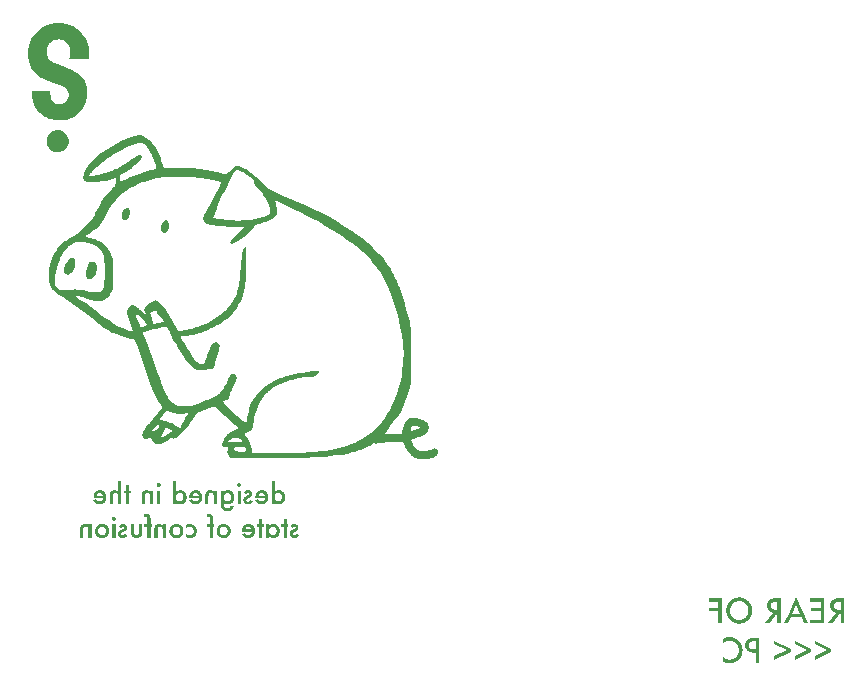
<source format=gbr>
%TF.GenerationSoftware,KiCad,Pcbnew,7.0.5-0*%
%TF.CreationDate,2023-07-02T00:05:15-05:00*%
%TF.ProjectId,ISA adapter,49534120-6164-4617-9074-65722e6b6963,rev?*%
%TF.SameCoordinates,Original*%
%TF.FileFunction,Legend,Bot*%
%TF.FilePolarity,Positive*%
%FSLAX46Y46*%
G04 Gerber Fmt 4.6, Leading zero omitted, Abs format (unit mm)*
G04 Created by KiCad (PCBNEW 7.0.5-0) date 2023-07-02 00:05:15*
%MOMM*%
%LPD*%
G01*
G04 APERTURE LIST*
G04 Aperture macros list*
%AMRoundRect*
0 Rectangle with rounded corners*
0 $1 Rounding radius*
0 $2 $3 $4 $5 $6 $7 $8 $9 X,Y pos of 4 corners*
0 Add a 4 corners polygon primitive as box body*
4,1,4,$2,$3,$4,$5,$6,$7,$8,$9,$2,$3,0*
0 Add four circle primitives for the rounded corners*
1,1,$1+$1,$2,$3*
1,1,$1+$1,$4,$5*
1,1,$1+$1,$6,$7*
1,1,$1+$1,$8,$9*
0 Add four rect primitives between the rounded corners*
20,1,$1+$1,$2,$3,$4,$5,0*
20,1,$1+$1,$4,$5,$6,$7,0*
20,1,$1+$1,$6,$7,$8,$9,0*
20,1,$1+$1,$8,$9,$2,$3,0*%
G04 Aperture macros list end*
%ADD10C,0.000000*%
%ADD11C,0.187500*%
%ADD12C,0.250000*%
%ADD13C,1.250000*%
%ADD14C,0.100000*%
%ADD15R,1.524000X6.248400*%
%ADD16O,1.800000X2.800000*%
%ADD17C,1.500000*%
%ADD18R,1.500000X1.500000*%
%ADD19C,3.200000*%
%ADD20RoundRect,0.425000X-0.425000X0.425000X-0.425000X-0.425000X0.425000X-0.425000X0.425000X0.425000X0*%
%ADD21O,1.700000X1.700000*%
%ADD22C,6.400000*%
%ADD23R,1.350000X1.350000*%
%ADD24O,1.350000X1.350000*%
%ADD25R,1.700000X1.700000*%
G04 APERTURE END LIST*
D10*
G36*
X154153928Y-89226655D02*
G01*
X154161617Y-89227642D01*
X154169074Y-89229387D01*
X154176346Y-89231904D01*
X154183481Y-89235201D01*
X154190525Y-89239289D01*
X154197527Y-89244180D01*
X154204533Y-89249884D01*
X154211592Y-89256412D01*
X154218751Y-89263774D01*
X154226057Y-89271980D01*
X154233557Y-89281043D01*
X154249333Y-89301777D01*
X154266457Y-89326061D01*
X154285310Y-89353980D01*
X154304075Y-89385503D01*
X154320710Y-89418456D01*
X154335253Y-89452685D01*
X154347746Y-89488039D01*
X154358226Y-89524366D01*
X154366735Y-89561514D01*
X154373312Y-89599330D01*
X154377997Y-89637663D01*
X154380829Y-89676360D01*
X154381848Y-89715269D01*
X154381094Y-89754239D01*
X154378607Y-89793116D01*
X154374426Y-89831749D01*
X154368590Y-89869986D01*
X154361141Y-89907674D01*
X154352117Y-89944662D01*
X154341559Y-89980797D01*
X154329505Y-90015928D01*
X154315996Y-90049901D01*
X154301071Y-90082566D01*
X154284771Y-90113769D01*
X154267134Y-90143359D01*
X154248201Y-90171184D01*
X154228011Y-90197091D01*
X154206605Y-90220929D01*
X154184021Y-90242544D01*
X154160299Y-90261786D01*
X154135480Y-90278502D01*
X154109602Y-90292540D01*
X154082707Y-90303747D01*
X154054832Y-90311972D01*
X154026019Y-90317063D01*
X153989373Y-90318939D01*
X153954849Y-90315825D01*
X153922463Y-90308002D01*
X153892229Y-90295752D01*
X153864161Y-90279354D01*
X153838275Y-90259090D01*
X153814584Y-90235241D01*
X153793103Y-90208088D01*
X153773847Y-90177912D01*
X153756830Y-90144993D01*
X153742067Y-90109614D01*
X153729572Y-90072055D01*
X153719360Y-90032596D01*
X153711445Y-89991520D01*
X153705842Y-89949106D01*
X153702566Y-89905636D01*
X153701630Y-89861391D01*
X153703050Y-89816652D01*
X153706840Y-89771700D01*
X153713015Y-89726815D01*
X153721588Y-89682279D01*
X153732575Y-89638373D01*
X153745991Y-89595378D01*
X153761849Y-89553575D01*
X153780164Y-89513245D01*
X153800951Y-89474668D01*
X153824224Y-89438126D01*
X153849998Y-89403899D01*
X153878288Y-89372270D01*
X153909107Y-89343518D01*
X153942471Y-89317925D01*
X153978393Y-89295772D01*
X154011199Y-89278113D01*
X154040416Y-89262895D01*
X154066423Y-89250205D01*
X154078342Y-89244834D01*
X154089601Y-89240127D01*
X154100248Y-89236094D01*
X154110330Y-89232746D01*
X154119894Y-89230094D01*
X154128989Y-89228148D01*
X154137661Y-89226919D01*
X154145958Y-89226418D01*
X154153928Y-89226655D01*
G37*
G36*
X150893913Y-88211316D02*
G01*
X150913557Y-88212427D01*
X150931263Y-88214468D01*
X150947178Y-88217594D01*
X150954510Y-88219613D01*
X150961449Y-88221961D01*
X150968015Y-88224658D01*
X150974225Y-88227723D01*
X150980098Y-88231176D01*
X150985652Y-88235035D01*
X150990906Y-88239321D01*
X150995878Y-88244053D01*
X151000586Y-88249250D01*
X151005049Y-88254931D01*
X151009285Y-88261116D01*
X151013313Y-88267824D01*
X151017152Y-88275075D01*
X151020818Y-88282888D01*
X151027711Y-88300277D01*
X151034138Y-88320146D01*
X151040247Y-88342652D01*
X151046186Y-88367947D01*
X151052102Y-88396188D01*
X151059699Y-88445621D01*
X151064694Y-88494616D01*
X151067184Y-88543046D01*
X151067264Y-88590781D01*
X151065030Y-88637695D01*
X151060578Y-88683659D01*
X151054004Y-88728546D01*
X151045405Y-88772227D01*
X151034875Y-88814575D01*
X151022511Y-88855463D01*
X151008408Y-88894761D01*
X150992664Y-88932342D01*
X150975373Y-88968078D01*
X150956631Y-89001841D01*
X150936535Y-89033504D01*
X150915180Y-89062938D01*
X150892662Y-89090016D01*
X150869078Y-89114609D01*
X150844523Y-89136591D01*
X150819093Y-89155832D01*
X150792884Y-89172205D01*
X150765991Y-89185582D01*
X150738512Y-89195835D01*
X150710541Y-89202837D01*
X150682175Y-89206458D01*
X150653510Y-89206573D01*
X150624641Y-89203052D01*
X150595664Y-89195767D01*
X150566676Y-89184591D01*
X150537773Y-89169397D01*
X150509049Y-89150055D01*
X150480602Y-89126438D01*
X150464071Y-89109936D01*
X150449188Y-89091289D01*
X150435924Y-89070643D01*
X150424254Y-89048148D01*
X150414149Y-89023951D01*
X150405583Y-88998201D01*
X150398528Y-88971046D01*
X150392958Y-88942635D01*
X150388846Y-88913115D01*
X150386163Y-88882635D01*
X150384883Y-88851342D01*
X150384980Y-88819386D01*
X150389191Y-88754076D01*
X150398581Y-88687891D01*
X150412931Y-88622015D01*
X150432026Y-88557635D01*
X150455647Y-88495937D01*
X150469087Y-88466465D01*
X150483578Y-88438108D01*
X150499092Y-88411014D01*
X150515602Y-88385332D01*
X150533081Y-88361210D01*
X150551502Y-88338796D01*
X150570837Y-88318239D01*
X150591060Y-88299686D01*
X150612143Y-88283287D01*
X150634060Y-88269189D01*
X150644583Y-88263303D01*
X150656229Y-88257572D01*
X150668883Y-88252027D01*
X150682429Y-88246699D01*
X150696750Y-88241619D01*
X150711729Y-88236818D01*
X150727252Y-88232328D01*
X150743200Y-88228178D01*
X150759459Y-88224400D01*
X150775912Y-88221026D01*
X150792442Y-88218085D01*
X150808933Y-88215610D01*
X150825269Y-88213631D01*
X150841334Y-88212179D01*
X150857011Y-88211285D01*
X150872185Y-88210980D01*
X150893913Y-88211316D01*
G37*
G36*
X152005046Y-82028514D02*
G01*
X152068584Y-82036624D01*
X152129369Y-82048998D01*
X152187582Y-82065651D01*
X152243399Y-82086598D01*
X152296999Y-82111855D01*
X152348560Y-82141438D01*
X152478285Y-82228250D01*
X152603521Y-82323969D01*
X152724247Y-82428571D01*
X152840437Y-82542033D01*
X152952070Y-82664332D01*
X153059122Y-82795444D01*
X153161569Y-82935346D01*
X153259389Y-83084015D01*
X153352557Y-83241428D01*
X153441052Y-83407562D01*
X153524849Y-83582392D01*
X153603926Y-83765897D01*
X153678259Y-83958052D01*
X153747824Y-84158834D01*
X153812599Y-84368221D01*
X153872561Y-84586188D01*
X153930769Y-84797855D01*
X154851519Y-84781979D01*
X155198650Y-84777762D01*
X155541006Y-84780987D01*
X155877782Y-84791653D01*
X156208170Y-84809761D01*
X156531364Y-84835310D01*
X156846559Y-84868300D01*
X157152949Y-84908732D01*
X157449726Y-84956605D01*
X157676689Y-84997202D01*
X157911094Y-85042264D01*
X158144010Y-85089806D01*
X158366508Y-85137845D01*
X158569659Y-85184395D01*
X158744532Y-85227472D01*
X158882198Y-85265092D01*
X158934288Y-85281236D01*
X158973728Y-85295271D01*
X158998603Y-85304369D01*
X159021921Y-85311746D01*
X159044107Y-85317293D01*
X159065587Y-85320903D01*
X159086789Y-85322466D01*
X159108137Y-85321874D01*
X159130060Y-85319019D01*
X159152982Y-85313792D01*
X159177331Y-85306085D01*
X159203532Y-85295788D01*
X159232012Y-85282794D01*
X159263198Y-85266994D01*
X159297515Y-85248280D01*
X159335390Y-85226542D01*
X159423520Y-85173564D01*
X159455299Y-85154062D01*
X159487009Y-85133390D01*
X159518455Y-85111741D01*
X159549444Y-85089310D01*
X159579782Y-85066289D01*
X159609275Y-85042873D01*
X159637730Y-85019256D01*
X159664951Y-84995630D01*
X159690747Y-84972191D01*
X159714922Y-84949132D01*
X159737284Y-84926646D01*
X159757638Y-84904928D01*
X159775791Y-84884171D01*
X159791548Y-84864569D01*
X159804717Y-84846316D01*
X159815102Y-84829605D01*
X159835700Y-84795496D01*
X159857849Y-84764596D01*
X159881610Y-84736890D01*
X159907045Y-84712362D01*
X159920410Y-84701284D01*
X159934216Y-84690996D01*
X159948473Y-84681494D01*
X159963186Y-84672777D01*
X159978365Y-84664843D01*
X159994016Y-84657690D01*
X160010149Y-84651316D01*
X160026769Y-84645720D01*
X160061506Y-84636849D01*
X160098289Y-84631064D01*
X160137181Y-84628348D01*
X160178243Y-84628687D01*
X160221537Y-84632064D01*
X160267126Y-84638464D01*
X160315072Y-84647872D01*
X160365436Y-84660271D01*
X160460539Y-84691233D01*
X160564679Y-84734086D01*
X160676975Y-84788194D01*
X160796541Y-84852921D01*
X160922495Y-84927632D01*
X161053952Y-85011692D01*
X161190028Y-85104464D01*
X161329842Y-85205313D01*
X161472507Y-85313604D01*
X161617142Y-85428700D01*
X161762861Y-85549967D01*
X161908783Y-85676768D01*
X162054022Y-85808468D01*
X162197695Y-85944431D01*
X162338919Y-86084022D01*
X162476809Y-86226605D01*
X162847227Y-86612896D01*
X164037852Y-87142063D01*
X165916393Y-87972855D01*
X166609622Y-88290593D01*
X167302975Y-88633569D01*
X167988639Y-88997257D01*
X168658800Y-89377131D01*
X169305644Y-89768663D01*
X169921359Y-90167326D01*
X170498131Y-90568593D01*
X170769471Y-90768789D01*
X171028146Y-90967938D01*
X171123434Y-91045675D01*
X171227637Y-91134915D01*
X171456273Y-91341331D01*
X171701033Y-91574041D01*
X171948894Y-91819897D01*
X172186832Y-92065752D01*
X172401827Y-92298462D01*
X172580855Y-92504878D01*
X172652812Y-92594118D01*
X172710894Y-92671855D01*
X172867770Y-92898336D01*
X173017367Y-93128375D01*
X173160344Y-93363545D01*
X173297360Y-93605421D01*
X173429075Y-93855574D01*
X173556146Y-94115581D01*
X173679233Y-94387012D01*
X173798994Y-94671443D01*
X173916089Y-94970447D01*
X174031176Y-95285597D01*
X174257962Y-95970630D01*
X174484625Y-96739131D01*
X174716435Y-97603688D01*
X174760360Y-97782654D01*
X174793991Y-97948970D01*
X174818940Y-98136121D01*
X174836821Y-98377594D01*
X174849244Y-98706877D01*
X174857822Y-99157454D01*
X174869893Y-100556438D01*
X174891062Y-102974730D01*
X174758771Y-103466854D01*
X174691456Y-103702684D01*
X174620111Y-103934670D01*
X174544177Y-104163928D01*
X174463096Y-104391573D01*
X174376311Y-104618722D01*
X174283263Y-104846491D01*
X174183393Y-105075997D01*
X174076145Y-105308355D01*
X174041432Y-105380912D01*
X174008542Y-105448037D01*
X173977186Y-105510122D01*
X173947078Y-105567564D01*
X173917931Y-105620759D01*
X173889459Y-105670101D01*
X173861374Y-105715986D01*
X173833390Y-105758809D01*
X173805220Y-105798965D01*
X173776577Y-105836851D01*
X173747174Y-105872860D01*
X173716725Y-105907389D01*
X173684942Y-105940832D01*
X173651540Y-105973586D01*
X173616230Y-106006045D01*
X173578727Y-106038604D01*
X173546678Y-106066621D01*
X173514070Y-106097041D01*
X173480967Y-106129786D01*
X173447429Y-106164778D01*
X173413519Y-106201941D01*
X173379299Y-106241197D01*
X173310176Y-106325678D01*
X173240558Y-106417600D01*
X173170939Y-106516343D01*
X173101817Y-106621288D01*
X173033686Y-106731814D01*
X172976842Y-106828955D01*
X172922230Y-106920577D01*
X172871091Y-107004634D01*
X172824665Y-107079079D01*
X172784192Y-107141866D01*
X172750913Y-107190948D01*
X172737358Y-107209710D01*
X172726067Y-107224279D01*
X172717194Y-107234398D01*
X172710894Y-107239813D01*
X172705999Y-107242972D01*
X172701251Y-107246479D01*
X172696674Y-107250312D01*
X172692290Y-107254448D01*
X172688124Y-107258862D01*
X172684198Y-107263533D01*
X172680535Y-107268436D01*
X172677159Y-107273548D01*
X172674094Y-107278846D01*
X172671361Y-107284307D01*
X172668985Y-107289907D01*
X172666989Y-107295624D01*
X172665396Y-107301434D01*
X172664230Y-107307314D01*
X172663513Y-107313240D01*
X172663268Y-107319189D01*
X172666056Y-107324026D01*
X172674221Y-107328611D01*
X172705498Y-107337018D01*
X172754728Y-107344385D01*
X172819538Y-107350691D01*
X172986411Y-107360024D01*
X173187143Y-107364829D01*
X173402757Y-107364922D01*
X173614279Y-107360116D01*
X173802733Y-107350224D01*
X173882379Y-107343314D01*
X173949143Y-107335062D01*
X173980991Y-107329258D01*
X174009211Y-107323601D01*
X174034021Y-107317866D01*
X174055638Y-107311829D01*
X174065316Y-107308627D01*
X174074277Y-107305265D01*
X174082549Y-107301715D01*
X174090158Y-107297949D01*
X174097131Y-107293939D01*
X174103495Y-107289657D01*
X174109279Y-107285074D01*
X174114508Y-107280162D01*
X174119210Y-107274895D01*
X174123412Y-107269242D01*
X174127141Y-107263177D01*
X174130424Y-107256670D01*
X174133289Y-107249695D01*
X174135762Y-107242223D01*
X174137871Y-107234226D01*
X174139643Y-107225675D01*
X174141105Y-107216543D01*
X174142284Y-107206801D01*
X174143901Y-107185378D01*
X174144713Y-107161179D01*
X174144935Y-107133980D01*
X174146709Y-107076373D01*
X174151932Y-107016912D01*
X174156546Y-106983937D01*
X174853815Y-106983937D01*
X174853906Y-106989886D01*
X174854172Y-106995564D01*
X174854611Y-107000968D01*
X174855222Y-107006097D01*
X174856004Y-107010950D01*
X174856958Y-107015523D01*
X174858081Y-107019815D01*
X174859372Y-107023824D01*
X174860831Y-107027548D01*
X174862457Y-107030986D01*
X174864248Y-107034134D01*
X174866204Y-107036992D01*
X174868324Y-107039558D01*
X174870607Y-107041829D01*
X174873052Y-107043803D01*
X174875657Y-107045479D01*
X174878422Y-107046855D01*
X174881346Y-107047928D01*
X174884428Y-107048697D01*
X174887667Y-107049160D01*
X174891062Y-107049315D01*
X174925199Y-107046808D01*
X174968948Y-107039682D01*
X175020635Y-107028525D01*
X175078585Y-107013926D01*
X175141123Y-106996475D01*
X175206576Y-106976760D01*
X175339529Y-106932897D01*
X175464049Y-106887050D01*
X175518960Y-106864854D01*
X175566740Y-106843930D01*
X175605715Y-106824867D01*
X175634209Y-106808253D01*
X175644003Y-106801048D01*
X175650549Y-106794677D01*
X175653638Y-106789213D01*
X175653060Y-106784729D01*
X175649110Y-106779529D01*
X175643283Y-106773888D01*
X175635689Y-106767858D01*
X175626436Y-106761496D01*
X175615633Y-106754854D01*
X175603388Y-106747988D01*
X175589810Y-106740951D01*
X175575008Y-106733797D01*
X175542162Y-106719359D01*
X175505720Y-106705107D01*
X175466550Y-106691475D01*
X175425520Y-106678897D01*
X175356317Y-106660813D01*
X175293332Y-106646341D01*
X175264059Y-106640503D01*
X175236206Y-106635620D01*
X175209729Y-106631711D01*
X175184584Y-106628791D01*
X175160725Y-106626880D01*
X175138109Y-106625993D01*
X175116690Y-106626149D01*
X175096424Y-106627365D01*
X175077266Y-106629659D01*
X175059173Y-106633047D01*
X175042099Y-106637548D01*
X175025999Y-106643178D01*
X175010830Y-106649956D01*
X174996546Y-106657898D01*
X174983103Y-106667022D01*
X174970457Y-106677346D01*
X174958563Y-106688887D01*
X174947376Y-106701663D01*
X174936852Y-106715690D01*
X174926946Y-106730987D01*
X174917613Y-106747570D01*
X174908810Y-106765458D01*
X174900491Y-106784667D01*
X174892612Y-106805215D01*
X174885128Y-106827120D01*
X174877995Y-106850399D01*
X174864604Y-106901148D01*
X174862712Y-106909953D01*
X174861006Y-106918508D01*
X174859483Y-106926812D01*
X174858144Y-106934861D01*
X174856987Y-106942655D01*
X174856011Y-106950191D01*
X174855215Y-106957467D01*
X174854599Y-106964482D01*
X174854161Y-106971233D01*
X174853900Y-106977719D01*
X174853815Y-106983937D01*
X174156546Y-106983937D01*
X174160458Y-106955979D01*
X174172138Y-106893954D01*
X174186826Y-106831215D01*
X174204374Y-106768142D01*
X174224635Y-106705116D01*
X174247462Y-106642517D01*
X174272707Y-106580723D01*
X174300223Y-106520116D01*
X174329864Y-106461074D01*
X174361480Y-106403978D01*
X174394926Y-106349208D01*
X174430054Y-106297142D01*
X174466717Y-106248162D01*
X174504767Y-106202646D01*
X174536218Y-106167820D01*
X174565374Y-106136614D01*
X174592670Y-106108803D01*
X174618539Y-106084162D01*
X174643416Y-106062467D01*
X174667735Y-106043493D01*
X174691930Y-106027015D01*
X174716435Y-106012808D01*
X174741685Y-106000647D01*
X174768112Y-105990308D01*
X174796152Y-105981566D01*
X174826238Y-105974196D01*
X174858804Y-105967973D01*
X174894286Y-105962672D01*
X174933115Y-105958069D01*
X174975728Y-105953939D01*
X175050497Y-105949555D01*
X175129382Y-105950125D01*
X175211539Y-105955392D01*
X175296121Y-105965101D01*
X175382285Y-105978995D01*
X175469186Y-105996819D01*
X175555977Y-106018318D01*
X175641816Y-106043235D01*
X175725856Y-106071315D01*
X175807253Y-106102301D01*
X175885162Y-106135939D01*
X175958737Y-106171971D01*
X176027135Y-106210143D01*
X176089510Y-106250199D01*
X176145017Y-106291882D01*
X176192812Y-106334938D01*
X176218318Y-106360964D01*
X176241336Y-106385633D01*
X176261982Y-106409202D01*
X176280372Y-106431925D01*
X176296623Y-106454060D01*
X176310850Y-106475861D01*
X176323171Y-106497584D01*
X176333701Y-106519486D01*
X176342557Y-106541822D01*
X176349855Y-106564848D01*
X176355711Y-106588819D01*
X176360242Y-106613992D01*
X176363563Y-106640622D01*
X176365792Y-106668965D01*
X176367043Y-106699277D01*
X176367435Y-106731814D01*
X176365071Y-106814112D01*
X176357699Y-106890626D01*
X176344901Y-106961777D01*
X176336337Y-106995472D01*
X176326259Y-107027982D01*
X176314615Y-107059361D01*
X176301353Y-107089661D01*
X176286421Y-107118933D01*
X176269766Y-107147231D01*
X176251336Y-107174606D01*
X176231079Y-107201111D01*
X176208941Y-107226799D01*
X176184872Y-107251721D01*
X176158818Y-107275929D01*
X176130728Y-107299478D01*
X176068228Y-107344800D01*
X175996953Y-107388108D01*
X175916485Y-107429818D01*
X175826406Y-107470351D01*
X175726296Y-107510123D01*
X175615737Y-107549555D01*
X175494310Y-107589064D01*
X175387061Y-107621144D01*
X175285207Y-107653225D01*
X175191167Y-107684313D01*
X175107358Y-107713418D01*
X175036200Y-107739546D01*
X174980110Y-107761705D01*
X174958472Y-107770986D01*
X174941508Y-107778903D01*
X174929520Y-107785331D01*
X174922811Y-107790148D01*
X174916350Y-107797861D01*
X174911802Y-107808008D01*
X174909098Y-107820452D01*
X174908166Y-107835054D01*
X174908935Y-107851675D01*
X174911335Y-107870177D01*
X174920744Y-107912269D01*
X174935827Y-107960221D01*
X174956018Y-108012924D01*
X174980752Y-108069271D01*
X175009462Y-108128152D01*
X175041583Y-108188460D01*
X175076549Y-108249085D01*
X175113793Y-108308920D01*
X175152751Y-108366856D01*
X175192856Y-108421784D01*
X175233542Y-108472596D01*
X175274244Y-108518183D01*
X175314395Y-108557438D01*
X175382308Y-108617052D01*
X175411982Y-108641340D01*
X175439989Y-108662280D01*
X175467221Y-108680119D01*
X175494569Y-108695105D01*
X175522925Y-108707487D01*
X175553181Y-108717512D01*
X175586226Y-108725428D01*
X175622954Y-108731485D01*
X175664255Y-108735929D01*
X175711021Y-108739009D01*
X175764143Y-108740972D01*
X175824513Y-108742068D01*
X175970561Y-108742646D01*
X176033682Y-108742329D01*
X176092300Y-108741344D01*
X176146748Y-108739647D01*
X176197358Y-108737189D01*
X176244465Y-108733926D01*
X176288402Y-108729810D01*
X176329501Y-108724795D01*
X176368097Y-108718834D01*
X176404522Y-108711881D01*
X176439111Y-108703889D01*
X176472195Y-108694812D01*
X176504109Y-108684604D01*
X176535186Y-108673217D01*
X176565760Y-108660605D01*
X176596162Y-108646722D01*
X176626728Y-108631522D01*
X176659837Y-108614711D01*
X176689939Y-108599978D01*
X176717374Y-108587292D01*
X176742483Y-108576620D01*
X176765609Y-108567934D01*
X176776534Y-108564325D01*
X176787090Y-108561200D01*
X176797322Y-108558556D01*
X176807270Y-108556389D01*
X176816978Y-108554695D01*
X176826488Y-108553470D01*
X176835844Y-108552709D01*
X176845086Y-108552410D01*
X176854260Y-108552569D01*
X176863406Y-108553180D01*
X176872567Y-108554242D01*
X176881787Y-108555749D01*
X176891107Y-108557698D01*
X176900571Y-108560084D01*
X176920099Y-108566156D01*
X176940713Y-108573934D01*
X176962753Y-108583385D01*
X176986560Y-108594480D01*
X177007471Y-108604484D01*
X177026600Y-108614737D01*
X177044023Y-108625362D01*
X177059818Y-108636483D01*
X177074063Y-108648223D01*
X177086835Y-108660708D01*
X177098211Y-108674062D01*
X177103401Y-108681102D01*
X177108270Y-108688407D01*
X177117089Y-108703868D01*
X177124745Y-108720570D01*
X177131315Y-108738636D01*
X177136878Y-108758190D01*
X177141511Y-108779357D01*
X177145290Y-108802260D01*
X177148295Y-108827023D01*
X177150602Y-108853771D01*
X177153066Y-108882396D01*
X177154437Y-108908889D01*
X177154615Y-108933475D01*
X177154224Y-108945124D01*
X177153497Y-108956380D01*
X177152422Y-108967271D01*
X177150985Y-108977827D01*
X177149174Y-108988074D01*
X177146976Y-108998041D01*
X177144379Y-109007757D01*
X177141371Y-109017248D01*
X177137937Y-109026544D01*
X177134067Y-109035672D01*
X177129748Y-109044661D01*
X177124966Y-109053538D01*
X177119709Y-109062332D01*
X177113965Y-109071071D01*
X177107721Y-109079782D01*
X177100964Y-109088495D01*
X177093683Y-109097236D01*
X177085863Y-109106035D01*
X177068560Y-109123917D01*
X177048955Y-109142364D01*
X177026947Y-109161601D01*
X177002435Y-109181855D01*
X176984790Y-109196785D01*
X176965703Y-109211754D01*
X176945345Y-109226677D01*
X176923887Y-109241468D01*
X176901498Y-109256043D01*
X176878349Y-109270315D01*
X176854611Y-109284199D01*
X176830455Y-109297610D01*
X176806051Y-109310464D01*
X176781570Y-109322674D01*
X176757181Y-109334155D01*
X176733056Y-109344823D01*
X176709366Y-109354591D01*
X176686279Y-109363374D01*
X176663969Y-109371088D01*
X176642603Y-109377647D01*
X176587449Y-109389739D01*
X176518622Y-109400219D01*
X176438198Y-109409086D01*
X176348255Y-109416342D01*
X176148122Y-109426015D01*
X175934843Y-109429240D01*
X175725036Y-109426015D01*
X175535321Y-109416342D01*
X175453192Y-109409086D01*
X175382317Y-109400219D01*
X175324775Y-109389739D01*
X175282643Y-109377647D01*
X175256618Y-109366817D01*
X175229222Y-109353268D01*
X175170795Y-109318549D01*
X175108305Y-109274560D01*
X175042700Y-109222369D01*
X174974924Y-109163047D01*
X174905923Y-109097664D01*
X174836643Y-109027288D01*
X174768030Y-108952991D01*
X174701029Y-108875840D01*
X174636586Y-108796907D01*
X174575646Y-108717261D01*
X174519156Y-108637971D01*
X174468061Y-108560108D01*
X174423307Y-108484741D01*
X174385839Y-108412939D01*
X174356603Y-108345772D01*
X174234895Y-108028272D01*
X173208309Y-108033564D01*
X172960149Y-108036530D01*
X172743057Y-108041419D01*
X172556350Y-108048167D01*
X172399347Y-108056715D01*
X172331771Y-108061643D01*
X172271365Y-108066998D01*
X172218044Y-108072772D01*
X172171723Y-108078956D01*
X172132315Y-108085543D01*
X172099737Y-108092526D01*
X172073903Y-108099896D01*
X172054727Y-108107646D01*
X172039093Y-108116020D01*
X172023917Y-108123294D01*
X172009160Y-108129482D01*
X171994782Y-108134601D01*
X171980746Y-108138665D01*
X171967011Y-108141691D01*
X171953541Y-108143693D01*
X171940295Y-108144688D01*
X171927235Y-108144691D01*
X171914322Y-108143717D01*
X171901518Y-108141782D01*
X171888784Y-108138901D01*
X171876081Y-108135090D01*
X171863370Y-108130365D01*
X171850612Y-108124740D01*
X171837769Y-108118232D01*
X171823853Y-108111048D01*
X171809781Y-108105415D01*
X171795400Y-108101394D01*
X171780553Y-108099048D01*
X171765086Y-108098438D01*
X171748844Y-108099626D01*
X171731672Y-108102675D01*
X171713415Y-108107646D01*
X171693917Y-108114602D01*
X171673025Y-108123604D01*
X171650582Y-108134714D01*
X171626433Y-108147995D01*
X171600424Y-108163509D01*
X171572400Y-108181317D01*
X171542206Y-108201481D01*
X171509686Y-108224064D01*
X171389141Y-108302132D01*
X171259706Y-108377564D01*
X171121419Y-108450329D01*
X170974318Y-108520397D01*
X170818442Y-108587736D01*
X170653831Y-108652316D01*
X170480522Y-108714106D01*
X170298555Y-108773073D01*
X170107969Y-108829189D01*
X169908802Y-108882420D01*
X169701092Y-108932738D01*
X169484879Y-108980109D01*
X169027098Y-109065892D01*
X168535769Y-109139521D01*
X168041835Y-109201574D01*
X167585666Y-109249985D01*
X167122180Y-109286490D01*
X166606295Y-109312824D01*
X165992926Y-109330725D01*
X165236993Y-109341929D01*
X163117101Y-109351188D01*
X159635186Y-109351188D01*
X159476436Y-109165979D01*
X159452045Y-109136451D01*
X159430382Y-109109084D01*
X159411324Y-109083439D01*
X159394746Y-109059072D01*
X159380524Y-109035543D01*
X159368535Y-109012409D01*
X159358655Y-108989228D01*
X159350759Y-108965559D01*
X159344723Y-108940959D01*
X159340423Y-108914988D01*
X159337736Y-108887203D01*
X159336537Y-108857162D01*
X159336703Y-108824423D01*
X159338108Y-108788545D01*
X159340630Y-108749086D01*
X159344145Y-108705604D01*
X159353872Y-108576711D01*
X159915930Y-108576711D01*
X159916704Y-108589088D01*
X159918384Y-108602062D01*
X159920936Y-108615644D01*
X159923673Y-108627006D01*
X159927891Y-108638258D01*
X159933551Y-108649383D01*
X159940614Y-108660367D01*
X159958794Y-108681840D01*
X159982120Y-108702546D01*
X160010284Y-108722353D01*
X160042974Y-108741128D01*
X160079882Y-108758741D01*
X160120696Y-108775059D01*
X160165106Y-108789951D01*
X160212804Y-108803285D01*
X160263478Y-108814929D01*
X160316818Y-108824752D01*
X160372515Y-108832621D01*
X160430258Y-108838404D01*
X160489738Y-108841971D01*
X160550644Y-108843190D01*
X160601708Y-108843475D01*
X160647857Y-108842248D01*
X160689263Y-108839363D01*
X160708240Y-108837253D01*
X160726096Y-108834672D01*
X160742850Y-108831603D01*
X160758525Y-108828028D01*
X160773142Y-108823927D01*
X160786722Y-108819283D01*
X160799287Y-108814077D01*
X160810858Y-108808290D01*
X160821456Y-108801904D01*
X160831102Y-108794902D01*
X160839819Y-108787264D01*
X160847626Y-108778971D01*
X160854546Y-108770007D01*
X160860599Y-108760351D01*
X160865808Y-108749986D01*
X160870193Y-108738894D01*
X160873776Y-108727055D01*
X160876578Y-108714452D01*
X160878620Y-108701066D01*
X160879924Y-108686879D01*
X160880511Y-108671872D01*
X160880402Y-108656026D01*
X160879619Y-108639325D01*
X160878182Y-108621748D01*
X160873436Y-108583896D01*
X160852270Y-108425146D01*
X160444810Y-108425146D01*
X160365327Y-108425658D01*
X160293378Y-108427255D01*
X160260141Y-108428489D01*
X160228684Y-108430030D01*
X160198971Y-108431888D01*
X160170967Y-108434076D01*
X160144637Y-108436605D01*
X160119947Y-108439486D01*
X160096861Y-108442732D01*
X160075345Y-108446354D01*
X160055363Y-108450364D01*
X160036882Y-108454772D01*
X160019866Y-108459592D01*
X160004279Y-108464834D01*
X159990088Y-108470510D01*
X159977258Y-108476631D01*
X159965753Y-108483210D01*
X159955538Y-108490258D01*
X159946580Y-108497787D01*
X159938842Y-108505808D01*
X159932290Y-108514332D01*
X159926889Y-108523372D01*
X159922604Y-108532939D01*
X159919401Y-108543045D01*
X159917244Y-108553701D01*
X159916099Y-108564920D01*
X159915930Y-108576711D01*
X159353872Y-108576711D01*
X159365310Y-108425146D01*
X159195977Y-108425146D01*
X159178823Y-108424782D01*
X159161188Y-108423720D01*
X159143213Y-108422007D01*
X159125036Y-108419689D01*
X159106797Y-108416814D01*
X159088635Y-108413426D01*
X159070690Y-108409574D01*
X159053102Y-108405303D01*
X159036010Y-108400660D01*
X159019554Y-108395691D01*
X159003873Y-108390443D01*
X158989106Y-108384963D01*
X158975394Y-108379296D01*
X158962875Y-108373490D01*
X158951690Y-108367591D01*
X158941977Y-108361645D01*
X158928092Y-108350027D01*
X158916222Y-108338650D01*
X158906398Y-108327008D01*
X158898652Y-108314600D01*
X158893014Y-108300920D01*
X158889515Y-108285465D01*
X158888187Y-108267731D01*
X158889061Y-108247214D01*
X158892166Y-108223411D01*
X158897536Y-108195817D01*
X158905199Y-108163929D01*
X158915188Y-108127242D01*
X158942266Y-108037460D01*
X158964385Y-107968236D01*
X159410177Y-107968236D01*
X159410298Y-107972125D01*
X159411023Y-107975842D01*
X159412364Y-107979400D01*
X159414334Y-107982811D01*
X159416945Y-107986089D01*
X159420211Y-107989246D01*
X159424143Y-107992295D01*
X159428754Y-107995247D01*
X159440065Y-108000915D01*
X159454244Y-108006350D01*
X159471391Y-108011653D01*
X159491609Y-108016925D01*
X159514996Y-108022267D01*
X159541655Y-108027780D01*
X159571685Y-108033564D01*
X159616523Y-108039595D01*
X159672423Y-108043867D01*
X159737547Y-108046481D01*
X159810058Y-108047536D01*
X159969894Y-108045376D01*
X160137232Y-108038193D01*
X160297378Y-108026793D01*
X160435633Y-108011983D01*
X160491959Y-108003551D01*
X160537301Y-107994568D01*
X160569823Y-107985136D01*
X160580701Y-107980282D01*
X160587686Y-107975354D01*
X160588989Y-107973698D01*
X160589927Y-107971710D01*
X160590507Y-107969403D01*
X160590735Y-107966787D01*
X160590617Y-107963872D01*
X160590162Y-107960670D01*
X160588264Y-107953445D01*
X160585095Y-107945196D01*
X160580709Y-107936009D01*
X160575160Y-107925970D01*
X160568503Y-107915163D01*
X160560792Y-107903674D01*
X160552081Y-107891588D01*
X160542424Y-107878990D01*
X160531875Y-107865966D01*
X160520490Y-107852601D01*
X160508322Y-107838980D01*
X160495425Y-107825189D01*
X160481853Y-107811312D01*
X160457687Y-107788413D01*
X160431892Y-107767330D01*
X160404579Y-107748051D01*
X160375854Y-107730563D01*
X160345827Y-107714855D01*
X160314607Y-107700913D01*
X160282301Y-107688724D01*
X160249019Y-107678277D01*
X160214869Y-107669559D01*
X160179959Y-107662556D01*
X160144398Y-107657257D01*
X160108294Y-107653649D01*
X160071756Y-107651718D01*
X160034892Y-107651454D01*
X159997812Y-107652842D01*
X159960623Y-107655871D01*
X159923434Y-107660527D01*
X159886354Y-107666799D01*
X159849490Y-107674674D01*
X159812952Y-107684138D01*
X159776849Y-107695180D01*
X159741288Y-107707787D01*
X159706378Y-107721945D01*
X159672227Y-107737644D01*
X159638945Y-107754870D01*
X159606639Y-107773610D01*
X159575419Y-107793851D01*
X159545393Y-107815583D01*
X159516668Y-107838790D01*
X159489355Y-107863462D01*
X159463560Y-107889585D01*
X159439394Y-107917147D01*
X159429427Y-107929443D01*
X159421420Y-107940598D01*
X159415476Y-107950715D01*
X159413309Y-107955416D01*
X159411695Y-107959895D01*
X159410647Y-107964164D01*
X159410177Y-107968236D01*
X158964385Y-107968236D01*
X158979019Y-107922439D01*
X159010480Y-107838081D01*
X159045422Y-107757560D01*
X159083977Y-107680743D01*
X159126275Y-107607501D01*
X159172450Y-107537700D01*
X159222631Y-107471209D01*
X159276952Y-107407896D01*
X159335544Y-107347630D01*
X159398539Y-107290278D01*
X159466069Y-107235709D01*
X159538265Y-107183791D01*
X159615259Y-107134392D01*
X159697183Y-107087381D01*
X159784169Y-107042626D01*
X159876348Y-106999994D01*
X159973852Y-106959355D01*
X160045527Y-106931925D01*
X160112676Y-106905611D01*
X160173747Y-106881034D01*
X160227191Y-106858813D01*
X160271457Y-106839569D01*
X160289664Y-106831256D01*
X160304995Y-106823921D01*
X160317256Y-106817640D01*
X160326254Y-106812490D01*
X160331795Y-106808550D01*
X160333209Y-106807058D01*
X160333685Y-106805896D01*
X160331978Y-106803685D01*
X160326968Y-106799116D01*
X160307723Y-106783407D01*
X160237113Y-106729167D01*
X160132768Y-106651116D01*
X160005603Y-106557189D01*
X159924181Y-106494815D01*
X159821552Y-106409435D01*
X159701807Y-106304832D01*
X159569040Y-106184787D01*
X159427343Y-106053084D01*
X159280809Y-105913506D01*
X159133531Y-105769836D01*
X158989602Y-105625855D01*
X158312270Y-104932647D01*
X157513227Y-105234272D01*
X157393369Y-105280719D01*
X157285355Y-105323073D01*
X157188503Y-105361706D01*
X157102131Y-105396991D01*
X157025557Y-105429299D01*
X156958098Y-105459002D01*
X156899074Y-105486473D01*
X156872511Y-105499488D01*
X156847800Y-105512084D01*
X156824857Y-105524308D01*
X156803596Y-105536206D01*
X156783932Y-105547826D01*
X156765779Y-105559212D01*
X156749053Y-105570413D01*
X156733668Y-105581474D01*
X156719538Y-105592443D01*
X156706579Y-105603364D01*
X156694705Y-105614286D01*
X156683831Y-105625254D01*
X156673872Y-105636316D01*
X156664742Y-105647517D01*
X156656356Y-105658903D01*
X156648629Y-105670523D01*
X156641476Y-105682421D01*
X156634811Y-105694645D01*
X156613913Y-105729879D01*
X156587682Y-105771127D01*
X156557234Y-105816964D01*
X156523685Y-105865964D01*
X156451752Y-105967746D01*
X156380810Y-106065063D01*
X156343541Y-106112616D01*
X156303916Y-106166680D01*
X156263050Y-106225333D01*
X156222060Y-106286652D01*
X156182063Y-106348716D01*
X156144174Y-106409601D01*
X156109509Y-106467385D01*
X156079185Y-106520147D01*
X156052223Y-106564660D01*
X156017277Y-106614560D01*
X155974796Y-106669405D01*
X155925231Y-106728755D01*
X155869030Y-106792166D01*
X155806644Y-106859197D01*
X155665112Y-107002351D01*
X155504233Y-107154683D01*
X155327603Y-107312658D01*
X155138819Y-107472741D01*
X154941477Y-107631398D01*
X154904049Y-107660304D01*
X154871000Y-107685544D01*
X154842122Y-107707172D01*
X154817205Y-107725242D01*
X154796040Y-107739808D01*
X154786799Y-107745795D01*
X154778417Y-107750925D01*
X154770868Y-107755207D01*
X154764127Y-107758647D01*
X154758167Y-107761252D01*
X154752961Y-107763028D01*
X154748484Y-107763982D01*
X154744710Y-107764122D01*
X154741612Y-107763454D01*
X154740308Y-107762818D01*
X154739164Y-107761984D01*
X154738175Y-107760951D01*
X154737339Y-107759720D01*
X154736113Y-107756667D01*
X154735459Y-107752834D01*
X154735350Y-107748227D01*
X154735760Y-107742853D01*
X154736664Y-107736717D01*
X154738034Y-107729828D01*
X154739846Y-107722192D01*
X154744687Y-107704706D01*
X154750977Y-107684313D01*
X154758486Y-107657608D01*
X154762925Y-107635127D01*
X154763953Y-107617003D01*
X154763081Y-107609616D01*
X154761229Y-107603367D01*
X154758354Y-107598273D01*
X154754413Y-107594351D01*
X154749364Y-107591616D01*
X154743163Y-107590086D01*
X154735769Y-107589777D01*
X154727138Y-107590705D01*
X154705998Y-107596339D01*
X154679400Y-107607120D01*
X154647004Y-107623180D01*
X154608468Y-107644650D01*
X154563453Y-107671663D01*
X154511616Y-107704349D01*
X154452617Y-107742842D01*
X154311768Y-107837771D01*
X154246803Y-107880360D01*
X154182970Y-107920763D01*
X154120408Y-107958903D01*
X154059257Y-107994702D01*
X153999656Y-108028082D01*
X153941745Y-108058967D01*
X153885663Y-108087278D01*
X153831550Y-108112938D01*
X153779546Y-108135870D01*
X153729789Y-108155995D01*
X153682420Y-108173237D01*
X153637578Y-108187518D01*
X153595402Y-108198761D01*
X153556032Y-108206887D01*
X153519608Y-108211819D01*
X153486269Y-108213481D01*
X153470108Y-108212944D01*
X153453408Y-108211356D01*
X153436219Y-108208750D01*
X153418593Y-108205161D01*
X153400579Y-108200622D01*
X153382228Y-108195168D01*
X153344717Y-108181648D01*
X153306461Y-108164872D01*
X153267863Y-108145113D01*
X153229328Y-108122640D01*
X153191258Y-108097725D01*
X153154056Y-108070640D01*
X153118126Y-108041656D01*
X153083869Y-108011044D01*
X153051691Y-107979076D01*
X153021992Y-107946022D01*
X152995177Y-107912155D01*
X152982977Y-107895000D01*
X152971649Y-107877744D01*
X152961243Y-107860421D01*
X152951810Y-107843063D01*
X152923037Y-107788989D01*
X152910045Y-107767254D01*
X152897240Y-107748805D01*
X152884062Y-107733457D01*
X152877160Y-107726888D01*
X152869955Y-107721024D01*
X152862378Y-107715842D01*
X152854359Y-107711319D01*
X152845828Y-107707432D01*
X152836716Y-107704157D01*
X152826953Y-107701471D01*
X152816469Y-107699351D01*
X152793060Y-107696715D01*
X152765930Y-107696064D01*
X152734521Y-107697211D01*
X152698275Y-107699971D01*
X152656634Y-107704157D01*
X152554935Y-107716063D01*
X152506070Y-107721510D01*
X152462413Y-107725903D01*
X152423594Y-107729179D01*
X152405882Y-107730379D01*
X152389240Y-107731277D01*
X152373621Y-107731865D01*
X152358978Y-107732135D01*
X152345266Y-107732079D01*
X152332437Y-107731691D01*
X152320446Y-107730961D01*
X152309245Y-107729882D01*
X152298788Y-107728447D01*
X152289029Y-107726647D01*
X152279921Y-107724475D01*
X152271418Y-107721924D01*
X152263472Y-107718985D01*
X152256039Y-107715650D01*
X152249070Y-107711913D01*
X152242520Y-107707765D01*
X152236342Y-107703198D01*
X152230490Y-107698205D01*
X152224917Y-107692777D01*
X152219576Y-107686908D01*
X152214421Y-107680590D01*
X152209406Y-107673814D01*
X152204484Y-107666572D01*
X152199608Y-107658858D01*
X152189811Y-107641981D01*
X152174243Y-107609036D01*
X152161264Y-107573882D01*
X152151598Y-107539422D01*
X153728559Y-107539422D01*
X153729371Y-107546085D01*
X153730118Y-107549122D01*
X153731091Y-107551970D01*
X153732288Y-107554635D01*
X153733710Y-107557123D01*
X153735354Y-107559438D01*
X153737220Y-107561588D01*
X153741614Y-107565413D01*
X153746883Y-107568641D01*
X153753021Y-107571319D01*
X153760020Y-107573492D01*
X153767871Y-107575206D01*
X153776567Y-107576506D01*
X153786100Y-107577438D01*
X153796462Y-107578047D01*
X153819644Y-107578480D01*
X153830934Y-107577127D01*
X153845781Y-107573176D01*
X153885118Y-107558120D01*
X153935602Y-107534599D01*
X153995178Y-107503901D01*
X154061793Y-107467311D01*
X154133392Y-107426117D01*
X154283326Y-107335063D01*
X154428547Y-107241033D01*
X154494255Y-107196118D01*
X154552622Y-107154319D01*
X154601595Y-107116923D01*
X154639118Y-107085217D01*
X154663139Y-107060487D01*
X154669443Y-107051141D01*
X154671602Y-107044020D01*
X154671264Y-107041914D01*
X154670260Y-107039566D01*
X154666321Y-107034182D01*
X154659917Y-107027929D01*
X154651179Y-107020870D01*
X154640241Y-107013067D01*
X154627232Y-107004582D01*
X154595534Y-106985814D01*
X154557138Y-106965060D01*
X154513100Y-106942819D01*
X154464472Y-106919586D01*
X154412310Y-106895856D01*
X154355768Y-106871666D01*
X154305009Y-106850670D01*
X154281706Y-106841359D01*
X154259738Y-106832836D01*
X154239068Y-106825095D01*
X154219660Y-106818134D01*
X154201477Y-106811947D01*
X154184482Y-106806532D01*
X154168637Y-106801884D01*
X154153907Y-106798000D01*
X154140255Y-106794876D01*
X154127643Y-106792507D01*
X154116035Y-106790890D01*
X154105393Y-106790021D01*
X154095682Y-106789896D01*
X154086865Y-106790512D01*
X154078904Y-106791864D01*
X154071762Y-106793949D01*
X154068487Y-106795264D01*
X154065404Y-106796762D01*
X154062507Y-106798440D01*
X154059791Y-106800300D01*
X154057253Y-106802339D01*
X154054888Y-106804559D01*
X154052691Y-106806957D01*
X154050658Y-106809534D01*
X154047062Y-106815223D01*
X154044066Y-106821622D01*
X154041632Y-106828725D01*
X154039723Y-106836531D01*
X154038302Y-106845033D01*
X154037333Y-106854230D01*
X154036778Y-106864117D01*
X154036601Y-106874689D01*
X154035749Y-106885823D01*
X154033253Y-106899267D01*
X154029207Y-106914850D01*
X154023703Y-106932402D01*
X154016835Y-106951752D01*
X154008696Y-106972730D01*
X153988977Y-107018888D01*
X153965288Y-107069510D01*
X153938375Y-107123232D01*
X153908982Y-107178691D01*
X153877851Y-107234521D01*
X153845223Y-107289834D01*
X153816749Y-107338939D01*
X153792368Y-107382198D01*
X153772018Y-107419978D01*
X153763335Y-107436926D01*
X153755637Y-107452641D01*
X153748915Y-107467168D01*
X153743162Y-107480553D01*
X153738371Y-107492841D01*
X153734532Y-107504077D01*
X153731640Y-107514308D01*
X153729685Y-107523579D01*
X153728661Y-107531935D01*
X153728559Y-107539422D01*
X152151598Y-107539422D01*
X152150859Y-107536790D01*
X152143012Y-107498031D01*
X152137708Y-107457877D01*
X152134930Y-107416599D01*
X152134664Y-107374468D01*
X152136894Y-107331756D01*
X152141604Y-107288734D01*
X152148779Y-107245673D01*
X152158404Y-107202845D01*
X152170462Y-107160521D01*
X152184940Y-107118972D01*
X152201820Y-107078469D01*
X152205458Y-107071070D01*
X152933938Y-107071070D01*
X152935935Y-107075771D01*
X152938226Y-107078097D01*
X152941119Y-107080118D01*
X152948637Y-107083264D01*
X152958341Y-107085247D01*
X152970083Y-107086106D01*
X152983716Y-107085880D01*
X152999094Y-107084608D01*
X153016068Y-107082328D01*
X153034492Y-107079079D01*
X153054219Y-107074899D01*
X153075100Y-107069829D01*
X153096988Y-107063905D01*
X153119738Y-107057168D01*
X153143200Y-107049656D01*
X153167228Y-107041407D01*
X153191675Y-107032461D01*
X153216393Y-107022856D01*
X153238450Y-107014133D01*
X153259955Y-107004851D01*
X153280885Y-106995043D01*
X153301215Y-106984739D01*
X153320921Y-106973969D01*
X153339979Y-106962766D01*
X153358364Y-106951159D01*
X153376053Y-106939181D01*
X153393021Y-106926861D01*
X153409243Y-106914231D01*
X153424697Y-106901322D01*
X153439356Y-106888166D01*
X153453198Y-106874792D01*
X153466199Y-106861232D01*
X153478332Y-106847517D01*
X153489576Y-106833678D01*
X153499904Y-106819746D01*
X153509294Y-106805752D01*
X153517721Y-106791727D01*
X153525160Y-106777702D01*
X153531588Y-106763708D01*
X153536980Y-106749776D01*
X153541312Y-106735937D01*
X153544560Y-106722222D01*
X153546699Y-106708662D01*
X153547706Y-106695288D01*
X153547555Y-106682131D01*
X153546224Y-106669223D01*
X153543687Y-106656593D01*
X153539921Y-106644273D01*
X153534901Y-106632294D01*
X153528603Y-106620687D01*
X153525445Y-106615792D01*
X153521947Y-106611045D01*
X153518138Y-106606467D01*
X153514050Y-106602084D01*
X153509715Y-106597918D01*
X153505162Y-106593992D01*
X153500423Y-106590329D01*
X153495529Y-106586954D01*
X153490511Y-106583888D01*
X153485401Y-106581156D01*
X153480228Y-106578780D01*
X153475024Y-106576784D01*
X153469820Y-106575192D01*
X153464647Y-106574025D01*
X153459536Y-106573308D01*
X153457014Y-106573126D01*
X153454518Y-106573064D01*
X153445942Y-106574401D01*
X153435207Y-106578303D01*
X153422480Y-106584605D01*
X153407927Y-106593145D01*
X153374012Y-106616282D01*
X153334794Y-106646403D01*
X153291608Y-106682198D01*
X153245787Y-106722357D01*
X153198663Y-106765570D01*
X153151571Y-106810527D01*
X153105842Y-106855918D01*
X153062811Y-106900433D01*
X153023811Y-106942762D01*
X152990175Y-106981596D01*
X152963236Y-107015623D01*
X152944327Y-107043535D01*
X152938301Y-107054788D01*
X152934783Y-107064021D01*
X152933938Y-107071070D01*
X152205458Y-107071070D01*
X152221087Y-107039284D01*
X152242727Y-107001689D01*
X152274549Y-106953092D01*
X152324665Y-106884776D01*
X152390532Y-106799841D01*
X152469607Y-106701387D01*
X152559348Y-106592515D01*
X152657213Y-106476325D01*
X152760659Y-106355919D01*
X152867143Y-106234397D01*
X153008151Y-106070804D01*
X153627253Y-106070804D01*
X153629144Y-106075647D01*
X153632894Y-106079048D01*
X153640047Y-106083264D01*
X153663788Y-106093919D01*
X153698814Y-106107179D01*
X153743576Y-106122610D01*
X153796524Y-106139776D01*
X153856107Y-106158246D01*
X153988977Y-106197355D01*
X154056876Y-106218009D01*
X154129092Y-106242044D01*
X154283408Y-106298888D01*
X154445786Y-106365158D01*
X154610086Y-106438126D01*
X154770169Y-106515062D01*
X154919897Y-106593238D01*
X154988958Y-106631939D01*
X155053129Y-106669926D01*
X155111641Y-106706860D01*
X155163727Y-106742398D01*
X155179465Y-106753057D01*
X155194877Y-106763182D01*
X155209887Y-106772732D01*
X155224415Y-106781671D01*
X155238386Y-106789959D01*
X155251721Y-106797556D01*
X155264343Y-106804425D01*
X155276175Y-106810527D01*
X155287138Y-106815822D01*
X155297155Y-106820273D01*
X155306150Y-106823840D01*
X155314043Y-106826485D01*
X155320759Y-106828168D01*
X155323650Y-106828637D01*
X155326218Y-106828851D01*
X155328453Y-106828806D01*
X155330345Y-106828496D01*
X155331884Y-106827917D01*
X155333060Y-106827063D01*
X155365751Y-106771511D01*
X155435834Y-106640614D01*
X155639315Y-106248287D01*
X155845773Y-105841076D01*
X155919578Y-105691577D01*
X155957477Y-105609980D01*
X155961862Y-105596890D01*
X155965022Y-105585382D01*
X155966849Y-105575424D01*
X155967228Y-105571017D01*
X155967234Y-105566985D01*
X155966851Y-105563326D01*
X155966068Y-105560035D01*
X155964870Y-105557108D01*
X155963244Y-105554541D01*
X155961176Y-105552332D01*
X155958653Y-105550474D01*
X155955660Y-105548966D01*
X155952185Y-105547803D01*
X155948214Y-105546980D01*
X155943734Y-105546495D01*
X155938730Y-105546344D01*
X155933189Y-105546521D01*
X155920443Y-105547849D01*
X155905387Y-105550449D01*
X155887913Y-105554289D01*
X155867911Y-105559338D01*
X155845274Y-105565565D01*
X155819893Y-105572940D01*
X155759368Y-105588325D01*
X155695115Y-105600772D01*
X155627498Y-105610321D01*
X155556881Y-105617009D01*
X155483629Y-105620875D01*
X155408105Y-105621959D01*
X155330674Y-105620299D01*
X155251701Y-105615933D01*
X155171549Y-105608901D01*
X155090584Y-105599242D01*
X155009169Y-105586993D01*
X154927669Y-105572194D01*
X154846448Y-105554884D01*
X154765870Y-105535101D01*
X154686300Y-105512884D01*
X154608102Y-105488272D01*
X154529761Y-105461318D01*
X154454644Y-105436348D01*
X154384488Y-105413858D01*
X154321029Y-105394345D01*
X154266004Y-105378305D01*
X154221148Y-105366233D01*
X154188199Y-105358626D01*
X154176732Y-105356652D01*
X154168893Y-105355980D01*
X154161652Y-105358420D01*
X154151960Y-105364586D01*
X154125950Y-105387121D01*
X154092328Y-105421639D01*
X154052559Y-105466196D01*
X154008108Y-105518845D01*
X153960441Y-105577641D01*
X153861315Y-105705891D01*
X153766903Y-105835382D01*
X153725126Y-105895729D01*
X153688923Y-105950548D01*
X153659758Y-105997895D01*
X153639097Y-106035825D01*
X153628404Y-106062390D01*
X153627253Y-106070804D01*
X153008151Y-106070804D01*
X153067824Y-106001574D01*
X153251203Y-105785680D01*
X153414366Y-105590250D01*
X153554399Y-105418819D01*
X153668387Y-105274921D01*
X153714703Y-105214401D01*
X153753415Y-105162090D01*
X153784158Y-105118430D01*
X153806569Y-105083863D01*
X153820283Y-105058829D01*
X153823764Y-105050026D01*
X153824935Y-105043772D01*
X153823775Y-105038342D01*
X153820367Y-105030098D01*
X153807241Y-105005820D01*
X153786426Y-104972241D01*
X153758789Y-104930662D01*
X153725200Y-104882386D01*
X153686525Y-104828715D01*
X153643634Y-104770951D01*
X153597393Y-104710396D01*
X153548342Y-104638256D01*
X153493710Y-104550986D01*
X153435357Y-104451808D01*
X153375144Y-104343949D01*
X153314930Y-104230633D01*
X153256577Y-104115084D01*
X153201945Y-104000527D01*
X153152893Y-103890187D01*
X152904764Y-103258743D01*
X152513263Y-102208099D01*
X152067192Y-100979854D01*
X151655351Y-99815605D01*
X151598859Y-99656152D01*
X151575101Y-99591200D01*
X151553652Y-99535147D01*
X151534002Y-99487279D01*
X151524692Y-99466192D01*
X151515639Y-99446883D01*
X151506780Y-99429265D01*
X151498051Y-99413247D01*
X151489388Y-99398741D01*
X151480727Y-99385657D01*
X151472003Y-99373907D01*
X151463154Y-99363400D01*
X151454115Y-99354049D01*
X151444822Y-99345763D01*
X151435211Y-99338454D01*
X151425219Y-99332033D01*
X151414780Y-99326409D01*
X151403832Y-99321496D01*
X151392311Y-99317202D01*
X151380152Y-99313439D01*
X151367291Y-99310118D01*
X151353665Y-99307150D01*
X151323861Y-99301915D01*
X151290227Y-99297022D01*
X151204816Y-99280723D01*
X151110228Y-99259897D01*
X150898974Y-99206401D01*
X150667381Y-99140008D01*
X150426362Y-99064188D01*
X150186832Y-98982416D01*
X149959703Y-98898162D01*
X149755891Y-98814901D01*
X149666140Y-98774727D01*
X149586310Y-98736104D01*
X149404698Y-98643428D01*
X149236729Y-98550317D01*
X149070249Y-98448401D01*
X148893102Y-98329307D01*
X148693135Y-98184665D01*
X148458193Y-98006103D01*
X148176122Y-97785248D01*
X147834769Y-97513730D01*
X147526395Y-97268515D01*
X147226144Y-97035330D01*
X146930731Y-96811819D01*
X146636867Y-96595626D01*
X146341268Y-96384393D01*
X146040645Y-96175765D01*
X145731713Y-95967385D01*
X145411185Y-95756897D01*
X145234157Y-95639382D01*
X145228280Y-95635329D01*
X146435549Y-95635329D01*
X146436953Y-95641569D01*
X146441386Y-95648820D01*
X146448912Y-95657090D01*
X146459594Y-95666389D01*
X146473497Y-95676724D01*
X146490685Y-95688104D01*
X146892686Y-95954341D01*
X147325446Y-96254313D01*
X147807814Y-96601909D01*
X148358644Y-97011021D01*
X148752377Y-97301566D01*
X149127258Y-97573261D01*
X149440624Y-97795346D01*
X149560906Y-97878172D01*
X149649810Y-97937063D01*
X149731798Y-97987866D01*
X149822027Y-98040622D01*
X150021467Y-98149391D01*
X150236658Y-98258160D01*
X150456128Y-98361719D01*
X150668404Y-98454861D01*
X150862015Y-98532376D01*
X150948236Y-98563646D01*
X151025489Y-98589055D01*
X151092339Y-98607953D01*
X151147352Y-98619689D01*
X151321976Y-98646148D01*
X151094435Y-97942355D01*
X151046211Y-97797133D01*
X151001335Y-97653710D01*
X150960676Y-97515868D01*
X150925102Y-97387391D01*
X150895481Y-97272059D01*
X150892625Y-97259731D01*
X151549518Y-97259731D01*
X151553757Y-97283985D01*
X151565817Y-97323540D01*
X151609463Y-97439812D01*
X151672581Y-97591058D01*
X151747295Y-97759792D01*
X151825729Y-97928526D01*
X151900009Y-98079773D01*
X151962258Y-98196045D01*
X151986411Y-98235601D01*
X152004602Y-98259855D01*
X152007891Y-98261878D01*
X152013677Y-98263019D01*
X152032053Y-98262842D01*
X152058366Y-98259704D01*
X152091253Y-98253985D01*
X152171289Y-98236321D01*
X152261248Y-98212891D01*
X152350214Y-98186732D01*
X152427274Y-98160884D01*
X152457928Y-98149025D01*
X152481513Y-98138383D01*
X152496665Y-98129339D01*
X152500652Y-98125534D01*
X152502019Y-98122271D01*
X152499720Y-98104751D01*
X152493058Y-98082325D01*
X152482380Y-98055542D01*
X152468036Y-98024954D01*
X152450374Y-97991110D01*
X152429744Y-97954560D01*
X152406493Y-97915856D01*
X152380972Y-97875547D01*
X152353528Y-97834184D01*
X152324510Y-97792317D01*
X152294268Y-97750497D01*
X152263149Y-97709274D01*
X152231504Y-97669197D01*
X152199680Y-97630819D01*
X152168027Y-97594688D01*
X152136894Y-97561356D01*
X152116277Y-97540235D01*
X152094250Y-97518650D01*
X152071014Y-97496754D01*
X152046770Y-97474704D01*
X151996065Y-97430758D01*
X151943748Y-97388053D01*
X151891430Y-97347828D01*
X151840725Y-97311323D01*
X151816481Y-97294854D01*
X151793245Y-97279780D01*
X151771218Y-97266256D01*
X151750602Y-97254438D01*
X151684228Y-97221458D01*
X151657375Y-97208522D01*
X151634350Y-97197966D01*
X151624182Y-97193583D01*
X151614860Y-97189797D01*
X151606349Y-97186611D01*
X151598611Y-97184024D01*
X151591609Y-97182038D01*
X151585307Y-97180653D01*
X151579667Y-97179872D01*
X151574654Y-97179694D01*
X151570229Y-97180120D01*
X151566357Y-97181152D01*
X151563000Y-97182791D01*
X151560122Y-97185037D01*
X151557686Y-97187892D01*
X151555655Y-97191356D01*
X151553992Y-97195430D01*
X151552660Y-97200116D01*
X151551623Y-97205415D01*
X151550844Y-97211326D01*
X151550285Y-97217852D01*
X151549911Y-97224993D01*
X151549567Y-97241126D01*
X151549518Y-97259731D01*
X150892625Y-97259731D01*
X150872681Y-97173657D01*
X150857571Y-97095967D01*
X150853171Y-97066071D01*
X150851018Y-97042771D01*
X150850763Y-97013511D01*
X150851950Y-96984307D01*
X150854534Y-96955216D01*
X150858470Y-96926293D01*
X150863712Y-96897595D01*
X150870215Y-96869178D01*
X150877933Y-96841098D01*
X150886820Y-96813411D01*
X150896831Y-96786174D01*
X150907921Y-96759443D01*
X150920043Y-96733274D01*
X150933153Y-96707722D01*
X150947205Y-96682846D01*
X150962153Y-96658700D01*
X150977951Y-96635340D01*
X150994555Y-96612824D01*
X151011918Y-96591207D01*
X151029996Y-96570545D01*
X151048742Y-96550895D01*
X151068111Y-96532312D01*
X151088058Y-96514853D01*
X151108536Y-96498575D01*
X151129501Y-96483533D01*
X151150907Y-96469784D01*
X151172709Y-96457383D01*
X151194859Y-96446387D01*
X151217315Y-96436852D01*
X151240029Y-96428835D01*
X151262956Y-96422391D01*
X151286050Y-96417577D01*
X151309267Y-96414449D01*
X151332560Y-96413063D01*
X151346238Y-96413908D01*
X151361428Y-96416408D01*
X151396071Y-96426179D01*
X151435938Y-96441980D01*
X151480479Y-96463417D01*
X151529144Y-96490094D01*
X151581382Y-96521615D01*
X151636643Y-96557586D01*
X151694378Y-96597610D01*
X151754034Y-96641294D01*
X151815063Y-96688240D01*
X151876913Y-96738055D01*
X151939035Y-96790343D01*
X152000877Y-96844708D01*
X152061890Y-96900755D01*
X152121524Y-96958088D01*
X152179227Y-97016314D01*
X152219213Y-97057365D01*
X152255780Y-97093208D01*
X152288860Y-97123842D01*
X152318381Y-97149266D01*
X152331786Y-97160025D01*
X152344275Y-97169482D01*
X152355840Y-97177637D01*
X152366471Y-97184489D01*
X152376161Y-97190039D01*
X152384900Y-97194287D01*
X152392681Y-97197232D01*
X152399493Y-97198876D01*
X152405328Y-97199217D01*
X152410178Y-97198256D01*
X152414034Y-97195992D01*
X152416887Y-97192427D01*
X152418728Y-97187559D01*
X152419549Y-97181388D01*
X152419342Y-97173916D01*
X152418096Y-97165141D01*
X152415804Y-97155064D01*
X152412457Y-97143685D01*
X152408046Y-97131004D01*
X152402562Y-97117020D01*
X152395997Y-97101734D01*
X152388342Y-97085146D01*
X152369727Y-97048063D01*
X152787769Y-97048063D01*
X152914768Y-97513730D01*
X153047061Y-97979396D01*
X153449228Y-97915896D01*
X153611367Y-97889521D01*
X153754159Y-97867610D01*
X153813494Y-97859104D01*
X153862225Y-97852644D01*
X153898430Y-97848541D01*
X153920185Y-97847104D01*
X153929486Y-97845421D01*
X153936611Y-97841451D01*
X153941646Y-97835326D01*
X153944680Y-97827178D01*
X153945799Y-97817139D01*
X153945091Y-97805340D01*
X153942642Y-97791913D01*
X153938541Y-97776990D01*
X153925728Y-97743183D01*
X153907349Y-97704974D01*
X153884102Y-97663415D01*
X153856685Y-97619563D01*
X153825796Y-97574470D01*
X153792131Y-97529191D01*
X153756389Y-97484780D01*
X153719267Y-97442292D01*
X153681463Y-97402780D01*
X153643674Y-97367299D01*
X153606599Y-97336904D01*
X153588547Y-97323942D01*
X153570934Y-97312647D01*
X153552274Y-97300186D01*
X153534017Y-97286633D01*
X153516194Y-97272009D01*
X153498836Y-97256340D01*
X153481974Y-97239647D01*
X153465639Y-97221954D01*
X153449862Y-97203284D01*
X153434675Y-97183662D01*
X153420107Y-97163108D01*
X153406191Y-97141649D01*
X153392956Y-97119305D01*
X153380435Y-97096101D01*
X153368658Y-97072060D01*
X153357656Y-97047205D01*
X153347461Y-97021559D01*
X153338102Y-96995147D01*
X153269311Y-96778188D01*
X153137018Y-96878729D01*
X153122774Y-96889634D01*
X153107893Y-96900485D01*
X153092486Y-96911228D01*
X153076661Y-96921807D01*
X153044187Y-96942261D01*
X153011342Y-96961412D01*
X152978992Y-96978827D01*
X152948007Y-96994072D01*
X152933297Y-97000745D01*
X152919254Y-97006712D01*
X152905986Y-97011920D01*
X152893602Y-97016314D01*
X152787769Y-97048063D01*
X152369727Y-97048063D01*
X152351189Y-97011779D01*
X152335279Y-96978062D01*
X152322020Y-96946499D01*
X152311436Y-96916680D01*
X152303549Y-96888195D01*
X152300624Y-96874324D01*
X152298382Y-96860632D01*
X152296827Y-96847068D01*
X152295960Y-96833581D01*
X152295785Y-96820119D01*
X152296305Y-96806630D01*
X152297522Y-96793065D01*
X152299441Y-96779370D01*
X152302062Y-96765495D01*
X152305390Y-96751389D01*
X152314176Y-96722275D01*
X152325823Y-96691620D01*
X152340353Y-96659011D01*
X152357790Y-96624037D01*
X152378157Y-96586289D01*
X152401477Y-96545355D01*
X152426563Y-96510338D01*
X152461277Y-96471344D01*
X152504331Y-96429234D01*
X152554439Y-96384868D01*
X152610314Y-96339108D01*
X152670670Y-96292812D01*
X152734219Y-96246842D01*
X152799675Y-96202058D01*
X152865751Y-96159320D01*
X152931161Y-96119490D01*
X152994617Y-96083426D01*
X153054833Y-96051990D01*
X153110522Y-96026042D01*
X153160397Y-96006443D01*
X153203172Y-95994052D01*
X153221495Y-95990829D01*
X153237560Y-95989730D01*
X153245291Y-95990464D01*
X153254510Y-95992624D01*
X153265093Y-95996149D01*
X153276917Y-96000975D01*
X153289857Y-96007042D01*
X153303789Y-96014287D01*
X153318589Y-96022648D01*
X153334133Y-96032063D01*
X153350298Y-96042471D01*
X153366958Y-96053808D01*
X153383991Y-96066014D01*
X153401271Y-96079026D01*
X153418676Y-96092783D01*
X153436080Y-96107221D01*
X153453361Y-96122279D01*
X153470394Y-96137896D01*
X153705159Y-96348891D01*
X153887029Y-96518152D01*
X153962527Y-96593004D01*
X154030080Y-96664469D01*
X154091447Y-96734895D01*
X154148388Y-96806631D01*
X154202663Y-96882026D01*
X154256030Y-96963428D01*
X154310251Y-97053186D01*
X154367083Y-97153649D01*
X154495623Y-97396084D01*
X154655727Y-97709522D01*
X155121394Y-98630272D01*
X155333060Y-98603813D01*
X155475171Y-98580073D01*
X155646426Y-98545853D01*
X155839262Y-98503075D01*
X156046113Y-98453661D01*
X156259412Y-98399535D01*
X156471595Y-98342619D01*
X156675097Y-98284834D01*
X156862351Y-98228104D01*
X157145688Y-98130219D01*
X157423475Y-98017761D01*
X157694626Y-97891661D01*
X157958057Y-97752848D01*
X158212683Y-97602252D01*
X158457417Y-97440805D01*
X158691176Y-97269435D01*
X158912873Y-97089074D01*
X159121423Y-96900652D01*
X159315742Y-96705098D01*
X159494744Y-96503343D01*
X159657344Y-96296316D01*
X159802456Y-96084949D01*
X159928996Y-95870172D01*
X159984962Y-95761794D01*
X160035878Y-95652913D01*
X160081609Y-95543645D01*
X160122018Y-95434105D01*
X160183462Y-95242561D01*
X160237526Y-95040785D01*
X160285265Y-94822514D01*
X160327732Y-94581485D01*
X160365983Y-94311434D01*
X160401071Y-94006098D01*
X160434051Y-93659215D01*
X160465977Y-93264521D01*
X160482618Y-93042778D01*
X160498895Y-92839452D01*
X160514939Y-92653861D01*
X160530883Y-92485323D01*
X160546857Y-92333157D01*
X160562994Y-92196679D01*
X160579426Y-92075209D01*
X160596284Y-91968063D01*
X160613701Y-91874559D01*
X160631807Y-91794017D01*
X160641160Y-91758392D01*
X160650734Y-91725752D01*
X160660548Y-91696011D01*
X160670616Y-91669084D01*
X160680955Y-91644885D01*
X160691582Y-91623329D01*
X160702513Y-91604332D01*
X160713765Y-91587807D01*
X160725355Y-91573670D01*
X160737298Y-91561834D01*
X160749611Y-91552216D01*
X160762310Y-91544730D01*
X160768202Y-91541381D01*
X160773971Y-91538279D01*
X160779620Y-91535423D01*
X160785151Y-91532813D01*
X160790566Y-91530447D01*
X160795867Y-91528323D01*
X160801055Y-91526443D01*
X160806132Y-91524803D01*
X160811101Y-91523404D01*
X160815964Y-91522244D01*
X160820722Y-91521322D01*
X160825377Y-91520638D01*
X160829931Y-91520190D01*
X160834387Y-91519978D01*
X160838745Y-91520000D01*
X160843009Y-91520256D01*
X160847179Y-91520744D01*
X160851259Y-91521464D01*
X160855249Y-91522414D01*
X160859153Y-91523594D01*
X160862970Y-91525003D01*
X160866705Y-91526639D01*
X160870358Y-91528502D01*
X160873932Y-91530591D01*
X160877428Y-91532904D01*
X160880849Y-91535442D01*
X160884196Y-91538202D01*
X160887471Y-91541184D01*
X160890677Y-91544387D01*
X160893815Y-91547810D01*
X160896887Y-91551452D01*
X160899894Y-91555312D01*
X160907563Y-91593635D01*
X160914611Y-91677351D01*
X160926352Y-91960125D01*
X160934123Y-92361961D01*
X160936934Y-92841188D01*
X160928408Y-93448200D01*
X160920343Y-93718390D01*
X160909402Y-93968644D01*
X160895329Y-94200666D01*
X160877869Y-94416162D01*
X160856766Y-94616837D01*
X160831764Y-94804396D01*
X160802607Y-94980546D01*
X160769039Y-95146990D01*
X160730805Y-95305436D01*
X160687648Y-95457587D01*
X160639314Y-95605149D01*
X160585546Y-95749827D01*
X160526088Y-95893328D01*
X160460685Y-96037355D01*
X160351526Y-96255528D01*
X160232337Y-96465608D01*
X160103009Y-96667689D01*
X159963433Y-96861863D01*
X159813502Y-97048223D01*
X159653106Y-97226864D01*
X159482137Y-97397876D01*
X159300487Y-97561355D01*
X159108046Y-97717392D01*
X158904707Y-97866080D01*
X158690361Y-98007513D01*
X158464899Y-98141784D01*
X158228214Y-98268986D01*
X157980195Y-98389211D01*
X157720736Y-98502553D01*
X157449726Y-98609105D01*
X157344498Y-98647293D01*
X157228510Y-98686164D01*
X156971823Y-98764216D01*
X156694796Y-98839788D01*
X156412560Y-98909407D01*
X156140246Y-98969599D01*
X155892985Y-99016894D01*
X155685907Y-99047817D01*
X155602165Y-99056054D01*
X155534143Y-99058896D01*
X155516485Y-99059078D01*
X155499293Y-99059609D01*
X155482658Y-99060466D01*
X155466674Y-99061625D01*
X155451435Y-99063063D01*
X155437033Y-99064756D01*
X155423561Y-99066683D01*
X155411112Y-99068818D01*
X155399779Y-99071140D01*
X155389656Y-99073624D01*
X155380834Y-99076248D01*
X155373408Y-99078988D01*
X155370248Y-99080394D01*
X155367471Y-99081821D01*
X155365089Y-99083265D01*
X155363115Y-99084724D01*
X155361558Y-99086194D01*
X155360433Y-99087673D01*
X155359748Y-99089158D01*
X155359518Y-99090646D01*
X155371400Y-99126198D01*
X155405210Y-99194236D01*
X155527611Y-99410378D01*
X155704706Y-99704283D01*
X155914482Y-100041162D01*
X156134923Y-100386226D01*
X156344017Y-100704687D01*
X156519747Y-100961757D01*
X156640101Y-101122646D01*
X156658416Y-101143634D01*
X156677598Y-101163919D01*
X156697587Y-101183481D01*
X156718319Y-101202300D01*
X156761769Y-101237628D01*
X156807451Y-101269738D01*
X156854870Y-101298469D01*
X156903528Y-101323658D01*
X156952931Y-101345141D01*
X157002581Y-101362756D01*
X157051984Y-101376341D01*
X157100643Y-101385732D01*
X157124538Y-101388804D01*
X157148061Y-101390766D01*
X157171150Y-101391599D01*
X157193743Y-101391282D01*
X157215777Y-101389794D01*
X157237192Y-101387115D01*
X157257925Y-101383225D01*
X157277913Y-101378104D01*
X157297095Y-101371731D01*
X157315410Y-101364086D01*
X157332794Y-101355148D01*
X157349185Y-101344897D01*
X157355986Y-101338248D01*
X157364399Y-101326428D01*
X157385566Y-101288425D01*
X157411693Y-101233183D01*
X157441790Y-101162996D01*
X157474863Y-101080159D01*
X157509920Y-100986966D01*
X157545969Y-100885711D01*
X157582019Y-100778689D01*
X157629651Y-100634062D01*
X157673610Y-100503233D01*
X157714313Y-100385364D01*
X157752179Y-100279619D01*
X157787626Y-100185160D01*
X157821074Y-100101149D01*
X157852940Y-100026751D01*
X157868411Y-99992894D01*
X157883643Y-99961127D01*
X157898690Y-99931343D01*
X157913603Y-99903440D01*
X157928434Y-99877312D01*
X157943237Y-99852854D01*
X157958062Y-99829962D01*
X157972964Y-99808531D01*
X157987993Y-99788457D01*
X158003202Y-99769634D01*
X158018644Y-99751959D01*
X158034371Y-99735326D01*
X158050435Y-99719632D01*
X158066888Y-99704770D01*
X158083783Y-99690637D01*
X158101173Y-99677128D01*
X158119109Y-99664139D01*
X158137643Y-99651564D01*
X158156821Y-99638650D01*
X158175665Y-99626698D01*
X158194182Y-99615710D01*
X158212378Y-99605685D01*
X158230259Y-99596626D01*
X158247834Y-99588533D01*
X158265108Y-99581406D01*
X158282089Y-99575248D01*
X158298783Y-99570058D01*
X158315197Y-99565839D01*
X158331338Y-99562590D01*
X158347212Y-99560313D01*
X158362827Y-99559009D01*
X158378188Y-99558679D01*
X158393304Y-99559323D01*
X158408180Y-99560944D01*
X158422824Y-99563540D01*
X158437242Y-99567115D01*
X158451441Y-99571668D01*
X158465427Y-99577201D01*
X158479209Y-99583714D01*
X158492791Y-99591209D01*
X158506182Y-99599687D01*
X158519388Y-99609148D01*
X158532415Y-99619593D01*
X158545271Y-99631024D01*
X158557963Y-99643441D01*
X158570496Y-99656845D01*
X158582878Y-99671238D01*
X158595116Y-99686620D01*
X158607216Y-99702992D01*
X158619185Y-99720356D01*
X158631271Y-99740536D01*
X158641706Y-99759764D01*
X158650450Y-99778572D01*
X158657467Y-99797497D01*
X158662716Y-99817074D01*
X158666158Y-99837836D01*
X158667756Y-99860319D01*
X158667471Y-99885058D01*
X158665263Y-99912587D01*
X158661094Y-99943442D01*
X158654925Y-99978156D01*
X158646718Y-100017266D01*
X158624032Y-100110811D01*
X158592727Y-100228354D01*
X158500784Y-100575951D01*
X158381060Y-101016813D01*
X158265305Y-101433863D01*
X158185268Y-101710021D01*
X158181357Y-101720748D01*
X158175563Y-101731095D01*
X158167862Y-101741054D01*
X158158231Y-101750618D01*
X158146647Y-101759779D01*
X158133086Y-101768530D01*
X158117525Y-101776861D01*
X158099941Y-101784766D01*
X158080310Y-101792238D01*
X158058610Y-101799267D01*
X158034817Y-101805846D01*
X158008908Y-101811969D01*
X157980859Y-101817626D01*
X157950648Y-101822810D01*
X157918250Y-101827514D01*
X157883644Y-101831729D01*
X157667699Y-101857040D01*
X157472713Y-101877453D01*
X157299308Y-101893028D01*
X157148102Y-101903829D01*
X157019717Y-101909916D01*
X156964276Y-101911212D01*
X156914773Y-101911353D01*
X156871285Y-101910347D01*
X156833889Y-101908201D01*
X156802663Y-101904923D01*
X156777686Y-101900521D01*
X156732415Y-101886018D01*
X156684030Y-101864485D01*
X156578607Y-101801241D01*
X156462798Y-101712603D01*
X156337981Y-101600385D01*
X156205537Y-101466401D01*
X156066845Y-101312465D01*
X155923286Y-101140390D01*
X155776238Y-100951990D01*
X155627081Y-100749080D01*
X155477197Y-100533473D01*
X155327963Y-100306983D01*
X155180760Y-100071424D01*
X155036968Y-99828609D01*
X154897966Y-99580353D01*
X154765134Y-99328469D01*
X154639853Y-99074772D01*
X154579498Y-98948826D01*
X154525120Y-98836398D01*
X154476246Y-98736745D01*
X154432402Y-98649123D01*
X154393117Y-98572786D01*
X154375035Y-98538618D01*
X154357916Y-98506992D01*
X154341700Y-98477815D01*
X154326327Y-98450995D01*
X154311740Y-98426439D01*
X154297878Y-98404053D01*
X154284683Y-98383744D01*
X154272095Y-98365419D01*
X154260056Y-98348986D01*
X154248506Y-98334352D01*
X154237387Y-98321422D01*
X154226638Y-98310105D01*
X154216202Y-98300307D01*
X154206018Y-98291936D01*
X154196028Y-98284897D01*
X154186173Y-98279099D01*
X154176393Y-98274448D01*
X154166630Y-98270852D01*
X154156824Y-98268216D01*
X154146917Y-98266449D01*
X154136848Y-98265457D01*
X154126560Y-98265147D01*
X154066539Y-98267862D01*
X153990930Y-98275709D01*
X153800544Y-98305000D01*
X153570594Y-98349421D01*
X153316274Y-98405376D01*
X153052775Y-98469269D01*
X152795292Y-98537502D01*
X152559017Y-98606480D01*
X152359144Y-98672606D01*
X152320911Y-98686671D01*
X152287437Y-98699302D01*
X152258522Y-98710801D01*
X152233962Y-98721471D01*
X152223253Y-98726589D01*
X152213558Y-98731613D01*
X152204851Y-98736582D01*
X152197107Y-98741531D01*
X152190301Y-98746500D01*
X152184407Y-98751527D01*
X152179402Y-98756648D01*
X152175258Y-98761902D01*
X152171952Y-98767326D01*
X152169457Y-98772959D01*
X152167750Y-98778838D01*
X152166804Y-98785001D01*
X152166594Y-98791486D01*
X152167096Y-98798330D01*
X152168284Y-98805571D01*
X152170132Y-98813247D01*
X152172616Y-98821396D01*
X152175711Y-98830056D01*
X152179390Y-98839264D01*
X152183630Y-98849059D01*
X152193689Y-98870557D01*
X152205686Y-98894854D01*
X152263398Y-99019684D01*
X152346907Y-99217812D01*
X152577425Y-99799730D01*
X152869459Y-100572148D01*
X153195227Y-101466605D01*
X153484212Y-102262040D01*
X153607795Y-102596966D01*
X153719185Y-102893949D01*
X153819691Y-103155927D01*
X153910625Y-103385837D01*
X153993296Y-103586616D01*
X154069013Y-103761204D01*
X154139088Y-103912537D01*
X154204829Y-104043554D01*
X154267548Y-104157192D01*
X154328553Y-104256388D01*
X154389155Y-104344082D01*
X154450664Y-104423210D01*
X154514390Y-104496711D01*
X154581643Y-104567521D01*
X154646175Y-104629134D01*
X154709202Y-104685127D01*
X154771330Y-104735709D01*
X154833163Y-104781090D01*
X154895307Y-104821479D01*
X154958365Y-104857085D01*
X155022943Y-104888118D01*
X155089644Y-104914787D01*
X155159074Y-104937302D01*
X155231837Y-104955870D01*
X155308537Y-104970703D01*
X155389780Y-104982009D01*
X155476170Y-104989997D01*
X155568312Y-104994876D01*
X155666810Y-104996857D01*
X155772268Y-104996148D01*
X155927763Y-104991207D01*
X156060747Y-104982422D01*
X156122460Y-104975696D01*
X156182941Y-104966939D01*
X156243655Y-104955795D01*
X156306066Y-104941907D01*
X156371639Y-104924919D01*
X156441840Y-104904473D01*
X156601986Y-104851783D01*
X156798222Y-104780986D01*
X157042270Y-104689229D01*
X157207148Y-104625078D01*
X157377049Y-104557020D01*
X157547075Y-104487102D01*
X157712326Y-104417370D01*
X157867903Y-104349871D01*
X158008908Y-104286650D01*
X158130441Y-104229755D01*
X158227603Y-104181231D01*
X158291833Y-104147773D01*
X158350024Y-104116470D01*
X158402836Y-104086748D01*
X158450927Y-104058034D01*
X158494957Y-104029754D01*
X158535583Y-104001334D01*
X158573466Y-103972202D01*
X158609263Y-103941783D01*
X158643634Y-103909503D01*
X158677238Y-103874789D01*
X158710734Y-103837068D01*
X158744779Y-103795766D01*
X158780034Y-103750309D01*
X158817158Y-103700123D01*
X158899643Y-103583272D01*
X158957376Y-103495753D01*
X159018210Y-103398063D01*
X159080284Y-103293428D01*
X159141737Y-103185073D01*
X159200711Y-103076222D01*
X159255343Y-102970099D01*
X159303775Y-102869929D01*
X159344145Y-102778938D01*
X159382314Y-102690858D01*
X159419561Y-102611073D01*
X159456080Y-102539441D01*
X159474126Y-102506640D01*
X159492063Y-102475825D01*
X159509915Y-102446979D01*
X159527706Y-102420085D01*
X159545460Y-102395124D01*
X159563201Y-102372080D01*
X159580954Y-102350935D01*
X159598743Y-102331671D01*
X159616592Y-102314272D01*
X159634525Y-102298720D01*
X159652566Y-102284997D01*
X159670741Y-102273086D01*
X159689072Y-102262969D01*
X159707585Y-102254629D01*
X159726303Y-102248049D01*
X159745251Y-102243212D01*
X159764452Y-102240098D01*
X159783932Y-102238693D01*
X159803714Y-102238976D01*
X159823822Y-102240933D01*
X159844281Y-102244544D01*
X159865115Y-102249793D01*
X159886349Y-102256662D01*
X159908006Y-102265133D01*
X159930110Y-102275190D01*
X159952686Y-102286815D01*
X159970050Y-102297045D01*
X159986421Y-102307888D01*
X160001799Y-102319335D01*
X160016186Y-102331380D01*
X160029580Y-102344013D01*
X160041983Y-102357228D01*
X160053393Y-102371017D01*
X160063811Y-102385371D01*
X160073236Y-102400284D01*
X160081670Y-102415746D01*
X160089111Y-102431752D01*
X160095560Y-102448292D01*
X160101017Y-102465360D01*
X160105482Y-102482946D01*
X160108955Y-102501045D01*
X160111435Y-102519647D01*
X160112195Y-102554988D01*
X160106847Y-102600717D01*
X160095855Y-102655685D01*
X160079686Y-102718746D01*
X160058803Y-102788752D01*
X160033673Y-102864556D01*
X159972530Y-103028970D01*
X159899976Y-103202810D01*
X159819733Y-103376897D01*
X159735521Y-103542055D01*
X159693089Y-103618417D01*
X159651060Y-103689105D01*
X159637305Y-103711706D01*
X159623868Y-103735718D01*
X159610819Y-103760938D01*
X159598226Y-103787167D01*
X159586161Y-103814201D01*
X159574693Y-103841841D01*
X159563891Y-103869883D01*
X159553826Y-103898126D01*
X159544567Y-103926370D01*
X159536183Y-103954412D01*
X159528746Y-103982051D01*
X159522324Y-104009085D01*
X159516987Y-104035314D01*
X159512804Y-104060534D01*
X159509847Y-104084545D01*
X159508184Y-104107146D01*
X159506913Y-104129129D01*
X159505086Y-104150429D01*
X159502705Y-104171045D01*
X159499772Y-104190976D01*
X159496288Y-104210221D01*
X159492255Y-104228779D01*
X159487677Y-104246649D01*
X159482553Y-104263830D01*
X159476887Y-104280321D01*
X159470681Y-104296121D01*
X159463936Y-104311230D01*
X159456653Y-104325645D01*
X159448836Y-104339367D01*
X159440487Y-104352394D01*
X159431606Y-104364726D01*
X159422196Y-104376361D01*
X159412259Y-104387298D01*
X159401797Y-104397536D01*
X159390811Y-104407075D01*
X159379304Y-104415914D01*
X159367278Y-104424051D01*
X159354735Y-104431485D01*
X159341676Y-104438216D01*
X159328103Y-104444243D01*
X159314019Y-104449564D01*
X159299426Y-104454179D01*
X159284324Y-104458086D01*
X159268717Y-104461286D01*
X159252606Y-104463776D01*
X159235993Y-104465555D01*
X159218880Y-104466624D01*
X159201269Y-104466980D01*
X159187210Y-104467405D01*
X159172888Y-104468644D01*
X159158411Y-104470643D01*
X159143887Y-104473347D01*
X159129425Y-104476702D01*
X159115134Y-104480654D01*
X159101122Y-104485148D01*
X159087498Y-104490131D01*
X159074369Y-104495548D01*
X159061845Y-104501345D01*
X159050035Y-104507467D01*
X159039045Y-104513861D01*
X159028987Y-104520472D01*
X159019966Y-104527246D01*
X159012093Y-104534128D01*
X159005476Y-104541065D01*
X158998335Y-104553783D01*
X158994976Y-104568401D01*
X158995710Y-104585329D01*
X159000846Y-104604977D01*
X159010696Y-104627758D01*
X159025568Y-104654080D01*
X159045774Y-104684356D01*
X159071623Y-104718996D01*
X159103424Y-104758411D01*
X159141489Y-104803011D01*
X159237649Y-104909413D01*
X159362582Y-105041488D01*
X159518769Y-105202522D01*
X159616087Y-105298901D01*
X159720358Y-105398583D01*
X159829854Y-105500155D01*
X159942846Y-105602209D01*
X160172403Y-105802114D01*
X160395201Y-105987012D01*
X160499743Y-106070306D01*
X160597410Y-106145617D01*
X160686473Y-106211533D01*
X160765204Y-106266643D01*
X160831873Y-106309537D01*
X160884752Y-106338804D01*
X160905480Y-106347886D01*
X160922112Y-106353033D01*
X160934433Y-106354067D01*
X160942226Y-106350813D01*
X160944513Y-106346940D01*
X160947374Y-106339423D01*
X160954629Y-106314267D01*
X160963621Y-106276957D01*
X160973977Y-106229104D01*
X160985325Y-106172322D01*
X160997293Y-106108223D01*
X161009509Y-106038419D01*
X161021601Y-105964522D01*
X161071632Y-105681163D01*
X161130887Y-105413889D01*
X161200032Y-105161792D01*
X161279736Y-104923965D01*
X161370663Y-104699502D01*
X161473481Y-104487496D01*
X161529557Y-104385880D01*
X161588856Y-104287039D01*
X161651461Y-104190858D01*
X161717456Y-104097225D01*
X161786923Y-104006026D01*
X161859946Y-103917147D01*
X161936608Y-103830475D01*
X162016993Y-103745898D01*
X162189264Y-103582570D01*
X162377426Y-103426258D01*
X162582145Y-103276054D01*
X162804087Y-103131052D01*
X163043920Y-102990343D01*
X163302310Y-102853022D01*
X163464373Y-102772256D01*
X163625474Y-102696535D01*
X163786141Y-102625698D01*
X163946901Y-102559582D01*
X164108282Y-102498023D01*
X164270809Y-102440860D01*
X164435011Y-102387929D01*
X164601414Y-102339068D01*
X164770546Y-102294113D01*
X164942934Y-102252903D01*
X165119104Y-102215273D01*
X165299584Y-102181062D01*
X165484900Y-102150107D01*
X165675581Y-102122245D01*
X166075143Y-102075147D01*
X166553378Y-102026861D01*
X166750079Y-102005942D01*
X166884769Y-101990479D01*
X166932518Y-101985832D01*
X166954253Y-101984492D01*
X166974562Y-101983813D01*
X166993444Y-101983796D01*
X167010901Y-101984444D01*
X167026931Y-101985762D01*
X167041534Y-101987750D01*
X167054712Y-101990413D01*
X167066463Y-101993754D01*
X167076788Y-101997775D01*
X167085687Y-102002478D01*
X167093159Y-102007868D01*
X167099205Y-102013947D01*
X167103825Y-102020717D01*
X167107019Y-102028182D01*
X167108786Y-102036345D01*
X167109127Y-102045209D01*
X167108042Y-102054775D01*
X167105531Y-102065049D01*
X167101593Y-102076031D01*
X167096229Y-102087726D01*
X167089439Y-102100135D01*
X167081222Y-102113263D01*
X167071580Y-102127112D01*
X167060511Y-102141684D01*
X167048015Y-102156983D01*
X167034094Y-102173012D01*
X167001972Y-102207269D01*
X166964145Y-102244481D01*
X166922583Y-102281342D01*
X166882920Y-102314646D01*
X166844698Y-102344555D01*
X166807461Y-102371232D01*
X166770752Y-102394839D01*
X166734112Y-102415539D01*
X166697084Y-102433495D01*
X166659212Y-102448870D01*
X166620037Y-102461827D01*
X166579103Y-102472528D01*
X166535952Y-102481136D01*
X166490126Y-102487814D01*
X166441169Y-102492724D01*
X166388623Y-102496030D01*
X166332031Y-102497895D01*
X166270935Y-102498480D01*
X166091460Y-102503659D01*
X165901490Y-102518830D01*
X165702807Y-102543442D01*
X165497194Y-102576945D01*
X165286434Y-102618789D01*
X165072310Y-102668423D01*
X164856605Y-102725297D01*
X164641102Y-102788860D01*
X164427582Y-102858562D01*
X164217830Y-102933854D01*
X164013628Y-103014183D01*
X163816759Y-103099001D01*
X163629006Y-103187756D01*
X163452151Y-103279899D01*
X163287978Y-103374879D01*
X163138268Y-103472145D01*
X163042807Y-103538773D01*
X162954507Y-103602091D01*
X162872843Y-103662634D01*
X162797287Y-103720937D01*
X162727312Y-103777535D01*
X162662391Y-103832962D01*
X162601997Y-103887753D01*
X162545602Y-103942444D01*
X162492681Y-103997568D01*
X162442704Y-104053662D01*
X162395147Y-104111259D01*
X162349480Y-104170895D01*
X162305178Y-104233104D01*
X162261713Y-104298422D01*
X162218558Y-104367383D01*
X162175186Y-104440522D01*
X162073404Y-104620479D01*
X161987993Y-104785802D01*
X161950341Y-104865999D01*
X161915480Y-104946165D01*
X161882976Y-105027508D01*
X161852394Y-105111240D01*
X161823300Y-105198568D01*
X161795260Y-105290702D01*
X161740607Y-105494224D01*
X161684962Y-105731481D01*
X161624851Y-106012146D01*
X161559005Y-106338555D01*
X161532008Y-106469537D01*
X161507856Y-106581497D01*
X161485719Y-106676279D01*
X161475148Y-106717805D01*
X161464769Y-106755729D01*
X161454479Y-106790281D01*
X161444174Y-106821691D01*
X161433752Y-106850191D01*
X161423107Y-106876011D01*
X161412137Y-106899382D01*
X161400738Y-106920533D01*
X161388805Y-106939696D01*
X161376237Y-106957102D01*
X161362928Y-106972980D01*
X161348774Y-106987562D01*
X161333674Y-107001079D01*
X161317522Y-107013760D01*
X161300215Y-107025836D01*
X161281649Y-107037539D01*
X161261722Y-107049098D01*
X161240328Y-107060744D01*
X161138019Y-107112813D01*
X161080699Y-107142217D01*
X161024744Y-107170443D01*
X160971518Y-107196809D01*
X160922384Y-107220631D01*
X160878707Y-107241230D01*
X160841851Y-107257921D01*
X160813181Y-107270023D01*
X160802342Y-107274141D01*
X160794061Y-107276855D01*
X160790339Y-107278513D01*
X160787110Y-107280509D01*
X160784369Y-107282837D01*
X160782113Y-107285495D01*
X160780337Y-107288479D01*
X160779038Y-107291784D01*
X160778212Y-107295408D01*
X160777855Y-107299345D01*
X160777963Y-107303592D01*
X160778532Y-107308145D01*
X160781038Y-107318155D01*
X160785343Y-107329343D01*
X160791415Y-107341678D01*
X160799223Y-107355129D01*
X160808737Y-107369666D01*
X160819925Y-107385257D01*
X160832756Y-107401871D01*
X160847200Y-107419477D01*
X160863225Y-107438045D01*
X160880800Y-107457542D01*
X160899894Y-107477939D01*
X160939599Y-107522367D01*
X160979156Y-107571918D01*
X161018294Y-107626011D01*
X161056743Y-107684066D01*
X161094230Y-107745500D01*
X161130485Y-107809732D01*
X161165236Y-107876182D01*
X161198212Y-107944267D01*
X161229142Y-108013406D01*
X161257753Y-108083018D01*
X161283776Y-108152521D01*
X161306939Y-108221335D01*
X161326970Y-108288877D01*
X161343598Y-108354567D01*
X161356552Y-108417823D01*
X161365560Y-108478064D01*
X161371968Y-108528913D01*
X161379120Y-108581251D01*
X161386769Y-108633588D01*
X161394665Y-108684438D01*
X161402561Y-108732311D01*
X161410209Y-108775719D01*
X161417361Y-108813175D01*
X161423768Y-108843190D01*
X161450227Y-108970187D01*
X163789144Y-108938439D01*
X164745282Y-108922151D01*
X165620060Y-108899413D01*
X166316245Y-108873698D01*
X166566979Y-108860809D01*
X166736602Y-108848479D01*
X167191446Y-108800665D01*
X167624021Y-108744278D01*
X168035371Y-108678931D01*
X168426545Y-108604235D01*
X168798588Y-108519804D01*
X169152547Y-108425249D01*
X169489469Y-108320183D01*
X169810399Y-108204219D01*
X170116384Y-108076968D01*
X170408471Y-107938044D01*
X170687706Y-107787059D01*
X170955136Y-107623624D01*
X171211807Y-107447354D01*
X171458765Y-107257859D01*
X171697057Y-107054752D01*
X171927729Y-106837647D01*
X172180548Y-106570099D01*
X172422562Y-106276823D01*
X172653010Y-105959875D01*
X172871134Y-105621308D01*
X173076173Y-105263176D01*
X173267368Y-104887533D01*
X173443959Y-104496434D01*
X173605186Y-104091933D01*
X173750291Y-103676084D01*
X173878512Y-103250941D01*
X173989092Y-102818558D01*
X174081270Y-102380989D01*
X174154286Y-101940288D01*
X174207380Y-101498510D01*
X174239794Y-101057709D01*
X174250768Y-100619939D01*
X174246392Y-100355207D01*
X174233373Y-100081398D01*
X174211875Y-99799233D01*
X174182059Y-99509433D01*
X174098126Y-98909811D01*
X173982878Y-98288298D01*
X173837615Y-97650663D01*
X173663641Y-97002671D01*
X173462258Y-96350091D01*
X173234768Y-95698689D01*
X173076945Y-95286838D01*
X172917733Y-94900970D01*
X172755251Y-94538666D01*
X172587614Y-94197509D01*
X172412939Y-93875079D01*
X172229342Y-93568958D01*
X172034939Y-93276728D01*
X171827847Y-92995970D01*
X171606182Y-92724266D01*
X171368061Y-92459196D01*
X171111600Y-92198344D01*
X170834915Y-91939290D01*
X170536123Y-91679616D01*
X170213340Y-91416903D01*
X169864683Y-91148733D01*
X169488268Y-90872688D01*
X169287805Y-90735528D01*
X169016648Y-90558247D01*
X168338653Y-90131193D01*
X167607080Y-89687272D01*
X167268951Y-89488907D01*
X166974726Y-89322230D01*
X166567702Y-89102863D01*
X166053150Y-88837298D01*
X165478818Y-88548789D01*
X164892456Y-88260589D01*
X164341813Y-87995954D01*
X163874637Y-87778138D01*
X163538678Y-87630395D01*
X163434826Y-87590068D01*
X163381684Y-87575980D01*
X163380831Y-87576395D01*
X163380250Y-87577628D01*
X163379886Y-87582470D01*
X163382180Y-87601115D01*
X163388196Y-87630674D01*
X163397560Y-87669907D01*
X163409900Y-87717573D01*
X163424845Y-87772433D01*
X163461061Y-87898772D01*
X163486917Y-87985454D01*
X163508913Y-88067113D01*
X163527033Y-88144059D01*
X163541262Y-88216602D01*
X163551585Y-88285053D01*
X163557985Y-88349721D01*
X163560447Y-88410916D01*
X163560197Y-88440308D01*
X163558956Y-88468948D01*
X163556723Y-88496876D01*
X163553496Y-88524128D01*
X163549273Y-88550746D01*
X163544052Y-88576766D01*
X163537832Y-88602228D01*
X163530609Y-88627171D01*
X163522382Y-88651633D01*
X163513150Y-88675654D01*
X163502910Y-88699271D01*
X163491660Y-88722524D01*
X163479399Y-88745452D01*
X163466124Y-88768092D01*
X163451834Y-88790485D01*
X163436526Y-88812668D01*
X163402851Y-88856562D01*
X163362823Y-88900732D01*
X163314546Y-88945746D01*
X163258581Y-88991334D01*
X163195484Y-89037224D01*
X163125814Y-89083145D01*
X163050129Y-89128826D01*
X162968987Y-89173995D01*
X162882946Y-89218381D01*
X162792564Y-89261713D01*
X162698399Y-89303720D01*
X162601010Y-89344129D01*
X162500954Y-89382671D01*
X162398789Y-89419073D01*
X162295075Y-89453065D01*
X162190368Y-89484374D01*
X162085227Y-89512730D01*
X162023123Y-89528968D01*
X161967415Y-89544160D01*
X161917551Y-89558623D01*
X161872981Y-89572675D01*
X161833156Y-89586634D01*
X161814850Y-89593678D01*
X161797524Y-89600817D01*
X161781108Y-89608093D01*
X161765535Y-89615544D01*
X161750734Y-89623210D01*
X161736638Y-89631131D01*
X161723178Y-89639346D01*
X161710285Y-89647896D01*
X161697889Y-89656820D01*
X161685923Y-89666157D01*
X161674317Y-89675948D01*
X161663003Y-89686232D01*
X161651912Y-89697049D01*
X161640975Y-89708439D01*
X161619288Y-89733095D01*
X161597391Y-89760518D01*
X161574734Y-89791027D01*
X161550768Y-89824938D01*
X161493812Y-89902864D01*
X161430228Y-89981766D01*
X161360210Y-90061505D01*
X161283952Y-90141942D01*
X161201649Y-90222937D01*
X161113493Y-90304351D01*
X161019678Y-90386043D01*
X160920399Y-90467876D01*
X160815848Y-90549708D01*
X160706221Y-90631400D01*
X160591710Y-90712814D01*
X160472509Y-90793809D01*
X160348813Y-90874246D01*
X160220814Y-90953985D01*
X160088708Y-91032888D01*
X159952686Y-91110813D01*
X159890395Y-91145436D01*
X159831391Y-91177455D01*
X159776975Y-91206249D01*
X159728451Y-91231199D01*
X159687120Y-91251683D01*
X159654285Y-91267083D01*
X159641460Y-91272682D01*
X159631247Y-91276777D01*
X159623810Y-91279292D01*
X159619310Y-91280147D01*
X159617837Y-91279916D01*
X159616397Y-91279232D01*
X159613615Y-91276550D01*
X159610973Y-91272194D01*
X159608479Y-91266256D01*
X159606139Y-91258830D01*
X159603962Y-91250009D01*
X159601956Y-91239886D01*
X159600128Y-91228553D01*
X159597038Y-91202632D01*
X159594754Y-91172990D01*
X159593338Y-91140371D01*
X159592852Y-91105520D01*
X159593808Y-91078310D01*
X159597028Y-91051798D01*
X159603038Y-91025316D01*
X159612365Y-90998199D01*
X159625537Y-90969780D01*
X159643081Y-90939392D01*
X159665524Y-90906368D01*
X159693393Y-90870042D01*
X159727216Y-90829747D01*
X159767518Y-90784817D01*
X159814828Y-90734585D01*
X159869672Y-90678385D01*
X160004072Y-90545411D01*
X160174935Y-90380563D01*
X160399831Y-90162364D01*
X160498637Y-90065698D01*
X160585039Y-89980381D01*
X160656560Y-89908705D01*
X160710716Y-89852967D01*
X160730508Y-89831792D01*
X160745030Y-89815461D01*
X160753970Y-89804261D01*
X160756250Y-89800676D01*
X160757018Y-89798480D01*
X160752016Y-89795567D01*
X160737340Y-89792785D01*
X160680951Y-89787648D01*
X160473915Y-89779297D01*
X160167660Y-89773923D01*
X159793936Y-89772021D01*
X159416646Y-89765210D01*
X159051697Y-89749284D01*
X158706467Y-89725047D01*
X158543553Y-89710065D01*
X158388336Y-89693308D01*
X158241739Y-89674876D01*
X158104684Y-89654871D01*
X157978094Y-89633393D01*
X157862890Y-89610543D01*
X157759996Y-89586421D01*
X157670334Y-89561130D01*
X157594826Y-89534768D01*
X157534394Y-89507438D01*
X157507389Y-89492827D01*
X157481939Y-89476811D01*
X157458048Y-89459439D01*
X157435723Y-89440765D01*
X157414967Y-89420839D01*
X157395786Y-89399712D01*
X157378184Y-89377436D01*
X157362166Y-89354062D01*
X157347738Y-89329642D01*
X157334903Y-89304227D01*
X157323667Y-89277867D01*
X157314035Y-89250616D01*
X157306011Y-89222524D01*
X157299600Y-89193641D01*
X157294808Y-89164021D01*
X157291638Y-89133714D01*
X157290096Y-89102770D01*
X157290187Y-89071243D01*
X157291916Y-89039183D01*
X157295286Y-89006641D01*
X157298915Y-88982801D01*
X158135829Y-88982801D01*
X158136137Y-88987966D01*
X158136982Y-88992824D01*
X158138371Y-88997402D01*
X158140307Y-89001730D01*
X158142795Y-89005837D01*
X158145840Y-89009753D01*
X158149447Y-89013506D01*
X158153621Y-89017124D01*
X158158367Y-89020639D01*
X158163689Y-89024078D01*
X158169593Y-89027470D01*
X158176083Y-89030845D01*
X158190840Y-89037658D01*
X158208001Y-89044751D01*
X158227603Y-89052355D01*
X158305665Y-89072271D01*
X158435383Y-89095597D01*
X158608882Y-89121281D01*
X158818285Y-89148266D01*
X159313303Y-89201927D01*
X159583168Y-89226494D01*
X159857435Y-89248147D01*
X160030096Y-89257866D01*
X160211563Y-89261407D01*
X160400100Y-89259041D01*
X160593969Y-89251041D01*
X160791435Y-89237676D01*
X160990762Y-89219218D01*
X161190212Y-89195939D01*
X161388050Y-89168110D01*
X161582540Y-89136002D01*
X161771944Y-89099887D01*
X161954527Y-89060035D01*
X162128553Y-89016719D01*
X162292284Y-88970209D01*
X162443986Y-88920776D01*
X162581920Y-88868693D01*
X162704352Y-88814230D01*
X162750172Y-88791647D01*
X162790620Y-88771235D01*
X162826030Y-88752559D01*
X162856735Y-88735186D01*
X162883068Y-88718680D01*
X162894699Y-88710617D01*
X162905363Y-88702609D01*
X162915100Y-88694600D01*
X162923952Y-88686537D01*
X162931961Y-88678366D01*
X162939169Y-88670032D01*
X162945618Y-88661481D01*
X162951348Y-88652658D01*
X162956402Y-88643510D01*
X162960822Y-88633982D01*
X162964648Y-88624020D01*
X162967923Y-88613570D01*
X162970689Y-88602577D01*
X162972986Y-88590987D01*
X162974858Y-88578746D01*
X162976344Y-88565800D01*
X162978330Y-88537575D01*
X162979277Y-88505876D01*
X162979518Y-88470271D01*
X162977145Y-88420044D01*
X162970206Y-88363136D01*
X162958973Y-88300305D01*
X162943717Y-88232311D01*
X162924709Y-88159915D01*
X162902221Y-88083876D01*
X162876524Y-88004953D01*
X162847889Y-87923907D01*
X162816587Y-87841496D01*
X162782890Y-87758480D01*
X162747069Y-87675620D01*
X162709396Y-87593674D01*
X162670141Y-87513403D01*
X162629576Y-87435565D01*
X162587973Y-87360921D01*
X162545602Y-87290231D01*
X162504809Y-87227226D01*
X162451427Y-87151324D01*
X162387751Y-87065499D01*
X162316076Y-86972729D01*
X162238695Y-86875991D01*
X162157904Y-86778261D01*
X162075997Y-86682515D01*
X161995268Y-86591730D01*
X161941102Y-86532340D01*
X161891595Y-86477028D01*
X161846568Y-86425530D01*
X161805843Y-86377582D01*
X161769242Y-86332921D01*
X161736587Y-86291283D01*
X161707698Y-86252404D01*
X161682399Y-86216021D01*
X161660510Y-86181871D01*
X161641853Y-86149689D01*
X161626251Y-86119213D01*
X161613524Y-86090179D01*
X161603495Y-86062323D01*
X161595985Y-86035381D01*
X161590816Y-86009091D01*
X161587810Y-85983188D01*
X161585230Y-85957095D01*
X161581309Y-85932204D01*
X161575822Y-85908227D01*
X161568545Y-85884878D01*
X161559252Y-85861871D01*
X161547719Y-85838917D01*
X161533721Y-85815731D01*
X161517034Y-85792026D01*
X161497432Y-85767515D01*
X161474690Y-85741910D01*
X161448584Y-85714926D01*
X161418890Y-85686275D01*
X161385381Y-85655671D01*
X161347835Y-85622827D01*
X161306025Y-85587456D01*
X161259726Y-85549271D01*
X161189715Y-85493987D01*
X161112387Y-85436410D01*
X161030345Y-85378212D01*
X160946196Y-85321068D01*
X160862542Y-85266653D01*
X160781989Y-85216641D01*
X160707141Y-85172705D01*
X160640602Y-85136521D01*
X160574035Y-85103841D01*
X160511142Y-85075254D01*
X160451753Y-85050759D01*
X160395697Y-85030357D01*
X160368865Y-85021691D01*
X160342803Y-85014048D01*
X160317489Y-85007428D01*
X160292902Y-85001832D01*
X160269020Y-84997258D01*
X160245822Y-84993708D01*
X160223287Y-84991181D01*
X160201393Y-84989677D01*
X160180120Y-84989197D01*
X160159445Y-84989739D01*
X160139348Y-84991305D01*
X160119807Y-84993894D01*
X160100800Y-84997506D01*
X160082308Y-85002142D01*
X160064307Y-85007800D01*
X160046778Y-85014482D01*
X160029698Y-85022187D01*
X160013046Y-85030915D01*
X159996801Y-85040666D01*
X159980942Y-85051441D01*
X159965447Y-85063239D01*
X159950296Y-85076059D01*
X159935466Y-85089904D01*
X159920936Y-85104771D01*
X159883925Y-85147776D01*
X159846108Y-85201757D01*
X159804198Y-85273226D01*
X159754909Y-85368693D01*
X159694954Y-85494670D01*
X159621047Y-85657668D01*
X159418228Y-86120771D01*
X159390901Y-86180127D01*
X159357373Y-86249342D01*
X159318885Y-86325875D01*
X159276676Y-86407183D01*
X159231986Y-86490723D01*
X159186056Y-86573953D01*
X159140126Y-86654331D01*
X159095436Y-86729313D01*
X158986967Y-86910677D01*
X158893443Y-87074925D01*
X158811453Y-87229747D01*
X158737586Y-87382834D01*
X158668433Y-87541873D01*
X158600582Y-87714555D01*
X158530622Y-87908569D01*
X158455144Y-88131605D01*
X158414898Y-88250667D01*
X158374280Y-88367745D01*
X158334407Y-88479862D01*
X158296394Y-88584042D01*
X158261357Y-88677308D01*
X158230413Y-88756682D01*
X158204678Y-88819190D01*
X158185268Y-88861855D01*
X158172314Y-88886202D01*
X158161259Y-88907805D01*
X158152142Y-88926897D01*
X158148323Y-88935574D01*
X158145002Y-88943710D01*
X158142185Y-88951335D01*
X158139877Y-88958477D01*
X158138083Y-88965165D01*
X158136807Y-88971430D01*
X158136054Y-88977298D01*
X158135829Y-88982801D01*
X157298915Y-88982801D01*
X157300304Y-88973669D01*
X157306974Y-88940318D01*
X157315301Y-88906640D01*
X157325290Y-88872686D01*
X157350272Y-88804154D01*
X157381959Y-88735133D01*
X157420389Y-88666036D01*
X157465603Y-88597271D01*
X157490624Y-88557801D01*
X157524886Y-88500781D01*
X157614430Y-88345255D01*
X157720842Y-88153019D01*
X157830728Y-87946396D01*
X158449852Y-86776938D01*
X158519553Y-86642259D01*
X158584789Y-86514091D01*
X158644072Y-86395473D01*
X158695914Y-86289443D01*
X158738826Y-86199040D01*
X158771320Y-86127303D01*
X158791908Y-86077270D01*
X158797272Y-86061342D01*
X158799101Y-86051979D01*
X158798994Y-86049454D01*
X158798674Y-86046843D01*
X158798147Y-86044154D01*
X158797417Y-86041396D01*
X158795369Y-86035701D01*
X158792570Y-86029820D01*
X158789057Y-86023816D01*
X158784870Y-86017749D01*
X158780048Y-86011682D01*
X158774628Y-86005677D01*
X158768650Y-85999797D01*
X158762153Y-85994102D01*
X158755176Y-85988655D01*
X158747756Y-85983519D01*
X158739934Y-85978754D01*
X158731747Y-85974424D01*
X158723234Y-85970590D01*
X158714435Y-85967314D01*
X158634894Y-85943676D01*
X158495823Y-85910179D01*
X158088696Y-85823776D01*
X157592271Y-85728444D01*
X157105768Y-85644522D01*
X156862093Y-85613940D01*
X156521618Y-85586396D01*
X156116526Y-85562945D01*
X155679003Y-85544641D01*
X155241231Y-85532538D01*
X154835395Y-85527691D01*
X154493680Y-85531154D01*
X154248268Y-85543980D01*
X153999698Y-85571417D01*
X153752454Y-85605961D01*
X153507116Y-85647404D01*
X153264267Y-85695537D01*
X153024487Y-85750150D01*
X152788358Y-85811033D01*
X152556461Y-85877979D01*
X152329378Y-85950777D01*
X152107690Y-86029218D01*
X151891978Y-86113092D01*
X151682825Y-86202191D01*
X151480810Y-86296306D01*
X151286515Y-86395226D01*
X151100523Y-86498743D01*
X150923413Y-86606647D01*
X150755769Y-86718729D01*
X150613440Y-86822194D01*
X150477863Y-86926582D01*
X150348596Y-87032443D01*
X150225196Y-87140326D01*
X150107223Y-87250783D01*
X149994234Y-87364364D01*
X149885787Y-87481620D01*
X149781440Y-87603099D01*
X149680753Y-87729354D01*
X149583282Y-87860934D01*
X149488586Y-87998389D01*
X149396223Y-88142271D01*
X149305752Y-88293129D01*
X149216731Y-88451513D01*
X149128717Y-88617975D01*
X149041268Y-88793064D01*
X148978934Y-88917995D01*
X148920118Y-89031757D01*
X148863628Y-89135705D01*
X148808270Y-89231196D01*
X148752849Y-89319587D01*
X148696173Y-89402235D01*
X148637048Y-89480495D01*
X148574279Y-89555724D01*
X148506673Y-89629279D01*
X148433037Y-89702516D01*
X148352176Y-89776792D01*
X148262897Y-89853463D01*
X148164007Y-89933886D01*
X148054310Y-90019417D01*
X147797727Y-90211229D01*
X147594452Y-90359014D01*
X147514628Y-90417368D01*
X147449469Y-90466800D01*
X147399069Y-90508388D01*
X147379432Y-90526577D01*
X147363521Y-90543209D01*
X147351345Y-90558419D01*
X147342917Y-90572340D01*
X147338249Y-90585109D01*
X147337352Y-90596860D01*
X147340237Y-90607726D01*
X147346917Y-90617844D01*
X147357403Y-90627348D01*
X147371706Y-90636371D01*
X147389839Y-90645050D01*
X147411812Y-90653519D01*
X147467328Y-90670364D01*
X147538347Y-90687985D01*
X147624962Y-90707458D01*
X147845352Y-90756272D01*
X147959655Y-90784643D01*
X148072191Y-90818045D01*
X148182680Y-90856300D01*
X148290844Y-90899229D01*
X148396403Y-90946653D01*
X148499079Y-90998396D01*
X148598593Y-91054277D01*
X148694664Y-91114120D01*
X148787015Y-91177745D01*
X148875366Y-91244975D01*
X148959439Y-91315631D01*
X149038953Y-91389535D01*
X149113631Y-91466508D01*
X149183192Y-91546372D01*
X149247359Y-91628950D01*
X149305851Y-91714062D01*
X149333230Y-91759589D01*
X149363150Y-91815348D01*
X149394683Y-91879169D01*
X149426899Y-91948880D01*
X149458866Y-92022313D01*
X149489654Y-92097295D01*
X149518335Y-92171657D01*
X149543977Y-92243229D01*
X149579375Y-92351037D01*
X149606898Y-92456798D01*
X149627599Y-92573349D01*
X149642534Y-92713527D01*
X149652756Y-92890167D01*
X149659318Y-93116107D01*
X149665685Y-93767231D01*
X149666987Y-94141626D01*
X149666918Y-94296721D01*
X149666181Y-94432740D01*
X149664639Y-94551426D01*
X149662150Y-94654525D01*
X149658577Y-94743779D01*
X149653779Y-94820933D01*
X149647616Y-94887731D01*
X149639950Y-94945918D01*
X149635510Y-94972326D01*
X149630641Y-94997236D01*
X149625326Y-95020865D01*
X149619548Y-95043431D01*
X149613290Y-95065152D01*
X149606534Y-95086246D01*
X149591457Y-95127426D01*
X149574179Y-95168714D01*
X149554560Y-95211855D01*
X149492477Y-95336935D01*
X149427240Y-95452233D01*
X149358793Y-95557764D01*
X149287083Y-95653544D01*
X149249987Y-95697782D01*
X149212055Y-95739588D01*
X149173280Y-95778964D01*
X149133656Y-95815911D01*
X149093174Y-95850433D01*
X149051830Y-95882530D01*
X149009615Y-95912205D01*
X148966524Y-95939459D01*
X148922549Y-95964295D01*
X148877683Y-95986715D01*
X148831920Y-96006720D01*
X148785253Y-96024312D01*
X148737675Y-96039494D01*
X148689180Y-96052266D01*
X148639761Y-96062632D01*
X148589410Y-96070593D01*
X148538121Y-96076152D01*
X148485888Y-96079309D01*
X148432703Y-96080067D01*
X148378560Y-96078428D01*
X148323451Y-96074393D01*
X148267371Y-96067966D01*
X148210313Y-96059147D01*
X148152269Y-96047939D01*
X148076501Y-96030740D01*
X147982687Y-96007589D01*
X147756055Y-95947396D01*
X147502634Y-95875297D01*
X147252685Y-95799230D01*
X147144250Y-95766065D01*
X147041535Y-95736071D01*
X146945053Y-95709316D01*
X146855314Y-95685872D01*
X146772831Y-95665807D01*
X146698114Y-95649192D01*
X146631676Y-95636096D01*
X146574029Y-95626589D01*
X146525683Y-95620740D01*
X146505158Y-95619210D01*
X146487150Y-95618620D01*
X146471724Y-95618980D01*
X146458943Y-95620298D01*
X146448871Y-95622584D01*
X146441572Y-95625845D01*
X146437110Y-95630090D01*
X146435963Y-95632585D01*
X146435549Y-95635329D01*
X145228280Y-95635329D01*
X145075454Y-95529913D01*
X144934051Y-95426986D01*
X144808927Y-95329098D01*
X144699058Y-95234745D01*
X144603420Y-95142422D01*
X144560619Y-95096552D01*
X144520991Y-95050627D01*
X144484410Y-95004457D01*
X144450748Y-94957854D01*
X144419875Y-94910632D01*
X144391666Y-94862602D01*
X144365991Y-94813575D01*
X144342723Y-94763365D01*
X144321734Y-94711783D01*
X144302896Y-94658640D01*
X144286081Y-94603750D01*
X144271162Y-94546923D01*
X144254894Y-94467637D01*
X144694654Y-94467637D01*
X144702102Y-94560980D01*
X144710231Y-94602073D01*
X144720692Y-94641989D01*
X144733428Y-94680698D01*
X144748383Y-94718170D01*
X144765501Y-94754374D01*
X144784724Y-94789280D01*
X144805999Y-94822859D01*
X144829267Y-94855081D01*
X144854473Y-94885915D01*
X144881561Y-94915332D01*
X144910474Y-94943301D01*
X144941157Y-94969793D01*
X144973552Y-94994776D01*
X145007605Y-95018222D01*
X145043258Y-95040101D01*
X145080456Y-95060381D01*
X145159260Y-95096029D01*
X145243567Y-95124925D01*
X145332929Y-95146830D01*
X145426895Y-95161502D01*
X145525015Y-95168702D01*
X145626841Y-95168189D01*
X145731923Y-95159723D01*
X145839810Y-95143063D01*
X145933113Y-95126689D01*
X146028377Y-95113277D01*
X146125455Y-95102809D01*
X146224200Y-95095272D01*
X146324464Y-95090650D01*
X146426100Y-95088926D01*
X146528961Y-95090086D01*
X146632899Y-95094115D01*
X146737767Y-95100995D01*
X146843418Y-95110713D01*
X146949705Y-95123253D01*
X147056480Y-95138598D01*
X147163596Y-95156734D01*
X147270906Y-95177645D01*
X147378263Y-95201316D01*
X147485519Y-95227730D01*
X147632528Y-95264174D01*
X147768375Y-95294052D01*
X147832306Y-95306492D01*
X147893680Y-95317248D01*
X147952573Y-95326304D01*
X148009063Y-95333646D01*
X148063227Y-95339260D01*
X148115144Y-95343130D01*
X148164890Y-95345243D01*
X148212544Y-95345583D01*
X148258182Y-95344137D01*
X148301882Y-95340890D01*
X148343722Y-95335827D01*
X148383779Y-95328933D01*
X148422130Y-95320195D01*
X148458854Y-95309597D01*
X148494028Y-95297126D01*
X148527729Y-95282766D01*
X148560034Y-95266503D01*
X148591022Y-95248322D01*
X148620769Y-95228209D01*
X148649354Y-95206150D01*
X148676854Y-95182130D01*
X148703346Y-95156134D01*
X148728908Y-95128148D01*
X148753617Y-95098157D01*
X148777551Y-95066147D01*
X148800787Y-95032103D01*
X148823403Y-94996011D01*
X148845477Y-94957856D01*
X148858636Y-94931875D01*
X148870385Y-94902810D01*
X148880800Y-94869558D01*
X148889960Y-94831020D01*
X148904822Y-94733683D01*
X148915591Y-94601990D01*
X148922888Y-94427138D01*
X148927332Y-94200320D01*
X148930144Y-93555563D01*
X148929689Y-93162388D01*
X148928888Y-92999992D01*
X148927498Y-92857889D01*
X148925363Y-92734204D01*
X148922330Y-92627061D01*
X148918242Y-92534584D01*
X148912946Y-92454896D01*
X148906284Y-92386123D01*
X148902394Y-92355242D01*
X148898104Y-92326387D01*
X148893396Y-92299323D01*
X148888249Y-92273815D01*
X148882646Y-92249628D01*
X148876565Y-92226528D01*
X148869989Y-92204281D01*
X148862897Y-92182652D01*
X148847089Y-92140311D01*
X148828987Y-92097629D01*
X148808435Y-92052731D01*
X148767618Y-91969317D01*
X148722508Y-91889702D01*
X148673025Y-91813838D01*
X148619093Y-91741680D01*
X148560634Y-91673180D01*
X148497570Y-91608292D01*
X148429825Y-91546971D01*
X148357321Y-91489168D01*
X148279979Y-91434838D01*
X148197723Y-91383934D01*
X148110475Y-91336410D01*
X148018158Y-91292219D01*
X147920694Y-91251314D01*
X147818005Y-91213650D01*
X147710014Y-91179179D01*
X147596644Y-91147855D01*
X147538814Y-91134531D01*
X147473333Y-91122369D01*
X147401481Y-91111416D01*
X147324536Y-91101719D01*
X147160484Y-91086278D01*
X146991409Y-91076418D01*
X146827543Y-91072511D01*
X146750761Y-91072906D01*
X146679118Y-91074930D01*
X146613893Y-91078627D01*
X146556366Y-91084045D01*
X146507815Y-91091231D01*
X146469518Y-91100231D01*
X146388911Y-91129062D01*
X146309838Y-91161963D01*
X146232347Y-91198910D01*
X146156483Y-91239881D01*
X146082294Y-91284851D01*
X146009826Y-91333797D01*
X145939124Y-91386697D01*
X145870237Y-91443527D01*
X145803210Y-91504263D01*
X145738090Y-91568883D01*
X145674923Y-91637363D01*
X145613757Y-91709681D01*
X145554636Y-91785812D01*
X145497609Y-91865733D01*
X145442721Y-91949422D01*
X145390018Y-92036854D01*
X145323982Y-92158103D01*
X145257365Y-92297676D01*
X145190949Y-92452690D01*
X145125518Y-92620261D01*
X145061854Y-92797506D01*
X145000740Y-92981541D01*
X144942959Y-93169483D01*
X144889294Y-93358448D01*
X144840529Y-93545553D01*
X144797445Y-93727914D01*
X144760825Y-93902648D01*
X144731454Y-94066870D01*
X144710113Y-94217698D01*
X144697585Y-94352249D01*
X144694654Y-94467637D01*
X144254894Y-94467637D01*
X144246496Y-94426711D01*
X144227877Y-94296500D01*
X144214281Y-94154785D01*
X144204685Y-94000063D01*
X144200422Y-93872299D01*
X144199600Y-93748636D01*
X144202313Y-93628585D01*
X144208654Y-93511658D01*
X144218715Y-93397367D01*
X144232590Y-93285223D01*
X144250372Y-93174737D01*
X144272154Y-93065422D01*
X144298028Y-92956789D01*
X144328088Y-92848350D01*
X144362427Y-92739617D01*
X144401138Y-92630100D01*
X144444314Y-92519312D01*
X144492047Y-92406765D01*
X144544432Y-92291970D01*
X144601560Y-92174438D01*
X144665560Y-92049911D01*
X144730823Y-91932035D01*
X144797746Y-91820390D01*
X144866722Y-91714559D01*
X144938148Y-91614124D01*
X145012419Y-91518664D01*
X145089930Y-91427763D01*
X145171076Y-91341001D01*
X145256253Y-91257959D01*
X145345856Y-91178220D01*
X145440280Y-91101364D01*
X145539921Y-91026973D01*
X145645175Y-90954629D01*
X145756435Y-90883912D01*
X145874099Y-90814405D01*
X145998560Y-90745688D01*
X146141848Y-90666985D01*
X146275711Y-90588344D01*
X146339883Y-90548446D01*
X146402628Y-90507842D01*
X146464258Y-90466293D01*
X146525081Y-90423558D01*
X146585408Y-90379396D01*
X146645549Y-90333568D01*
X146705814Y-90285834D01*
X146766513Y-90235952D01*
X146827956Y-90183682D01*
X146890454Y-90128785D01*
X147019852Y-90010147D01*
X147266017Y-89778016D01*
X147372830Y-89673469D01*
X147470139Y-89574907D01*
X147558953Y-89481057D01*
X147640279Y-89390649D01*
X147715124Y-89302412D01*
X147784497Y-89215073D01*
X147849406Y-89127363D01*
X147910857Y-89038009D01*
X147969858Y-88945741D01*
X148027418Y-88849287D01*
X148084544Y-88747376D01*
X148142243Y-88638736D01*
X148263394Y-88396188D01*
X148344550Y-88232352D01*
X148425482Y-88075949D01*
X148506460Y-87926601D01*
X148587756Y-87783926D01*
X148669641Y-87647545D01*
X148752387Y-87517079D01*
X148836264Y-87392148D01*
X148921545Y-87272371D01*
X149008499Y-87157368D01*
X149097399Y-87046761D01*
X149188517Y-86940170D01*
X149282122Y-86837213D01*
X149378487Y-86737513D01*
X149477883Y-86640688D01*
X149580581Y-86546359D01*
X149686852Y-86454146D01*
X149710444Y-86433738D01*
X149731717Y-86413911D01*
X149750836Y-86394254D01*
X149767963Y-86374358D01*
X149783261Y-86353810D01*
X149796892Y-86332200D01*
X149809019Y-86309118D01*
X149819805Y-86284151D01*
X149829413Y-86256891D01*
X149838005Y-86226925D01*
X149845745Y-86193843D01*
X149852795Y-86157234D01*
X149859318Y-86116688D01*
X149865476Y-86071793D01*
X149877352Y-85967314D01*
X149882807Y-85914503D01*
X149887263Y-85867041D01*
X149889114Y-85845242D01*
X149890711Y-85824694D01*
X149892055Y-85805367D01*
X149893144Y-85787231D01*
X149893977Y-85770259D01*
X149894553Y-85754419D01*
X149894872Y-85739685D01*
X149894932Y-85726026D01*
X149894732Y-85713413D01*
X149894272Y-85701818D01*
X149893550Y-85691211D01*
X149892565Y-85681563D01*
X149891317Y-85672846D01*
X149889804Y-85665029D01*
X149888026Y-85658085D01*
X149885982Y-85651983D01*
X149884859Y-85649240D01*
X149883670Y-85646696D01*
X149882413Y-85644348D01*
X149881089Y-85642193D01*
X149879698Y-85640227D01*
X149878240Y-85638446D01*
X149876713Y-85636847D01*
X149875119Y-85635426D01*
X149873458Y-85634180D01*
X149871728Y-85633104D01*
X149869930Y-85632195D01*
X149868064Y-85631450D01*
X149866130Y-85630864D01*
X149864127Y-85630435D01*
X149862056Y-85630159D01*
X149859916Y-85630031D01*
X149857708Y-85630049D01*
X149855430Y-85630208D01*
X149850668Y-85630938D01*
X149845628Y-85632191D01*
X149840310Y-85633938D01*
X149600625Y-85722284D01*
X149387294Y-85794011D01*
X149287586Y-85824184D01*
X149190955Y-85850855D01*
X149096230Y-85874238D01*
X149002243Y-85894552D01*
X148907821Y-85912014D01*
X148811794Y-85926840D01*
X148712993Y-85939247D01*
X148610246Y-85949453D01*
X148502383Y-85957675D01*
X148388233Y-85964129D01*
X148136393Y-85972604D01*
X147969008Y-85976862D01*
X147821250Y-85979384D01*
X147691909Y-85979673D01*
X147579776Y-85977234D01*
X147529785Y-85974837D01*
X147483642Y-85971571D01*
X147441197Y-85967374D01*
X147402299Y-85962186D01*
X147366795Y-85955944D01*
X147334535Y-85948585D01*
X147305368Y-85940048D01*
X147279143Y-85930271D01*
X147255709Y-85919191D01*
X147234913Y-85906748D01*
X147216606Y-85892878D01*
X147200637Y-85877520D01*
X147186852Y-85860611D01*
X147175103Y-85842090D01*
X147165238Y-85821895D01*
X147157104Y-85799964D01*
X147150552Y-85776234D01*
X147145431Y-85750644D01*
X147141588Y-85723131D01*
X147138873Y-85693634D01*
X147137135Y-85662091D01*
X147136222Y-85628439D01*
X147136268Y-85554563D01*
X147140589Y-85470157D01*
X147141040Y-85466077D01*
X147636671Y-85466077D01*
X147638646Y-85482299D01*
X147641276Y-85489164D01*
X147645024Y-85495173D01*
X147649905Y-85500308D01*
X147655937Y-85504551D01*
X147671516Y-85510286D01*
X147691893Y-85512230D01*
X147735645Y-85509522D01*
X147796094Y-85501729D01*
X147958957Y-85472873D01*
X148164237Y-85429630D01*
X148395685Y-85375970D01*
X148637055Y-85315859D01*
X148872101Y-85253269D01*
X149084573Y-85192167D01*
X149258227Y-85136521D01*
X149540980Y-85030781D01*
X149811702Y-84916669D01*
X149945304Y-84854943D01*
X150079200Y-84789286D01*
X150214492Y-84719088D01*
X150352279Y-84643734D01*
X150639745Y-84475114D01*
X150950403Y-84278527D01*
X151293059Y-84049073D01*
X151676519Y-83781854D01*
X151695830Y-83768490D01*
X151715045Y-83756176D01*
X151734130Y-83744909D01*
X151753052Y-83734684D01*
X151771775Y-83725498D01*
X151790268Y-83717347D01*
X151808494Y-83710227D01*
X151826422Y-83704133D01*
X151844016Y-83699063D01*
X151861243Y-83695013D01*
X151878068Y-83691977D01*
X151894459Y-83689954D01*
X151910380Y-83688937D01*
X151925799Y-83688925D01*
X151940681Y-83689913D01*
X151954992Y-83691897D01*
X151968699Y-83694873D01*
X151981767Y-83698837D01*
X151994163Y-83703785D01*
X152005852Y-83709715D01*
X152016801Y-83716620D01*
X152026976Y-83724499D01*
X152036343Y-83733347D01*
X152044868Y-83743159D01*
X152052517Y-83753933D01*
X152059256Y-83765664D01*
X152065051Y-83778349D01*
X152069869Y-83791983D01*
X152073675Y-83806563D01*
X152076436Y-83822084D01*
X152078117Y-83838544D01*
X152078685Y-83855937D01*
X152076462Y-83880564D01*
X152069892Y-83907721D01*
X152044310Y-83969078D01*
X152003131Y-84038915D01*
X151947551Y-84116139D01*
X151878762Y-84199657D01*
X151797958Y-84288376D01*
X151706333Y-84381204D01*
X151605081Y-84477047D01*
X151495395Y-84574812D01*
X151378470Y-84673407D01*
X151255498Y-84771738D01*
X151127674Y-84868713D01*
X150996191Y-84963239D01*
X150862243Y-85054221D01*
X150727024Y-85140569D01*
X150591727Y-85221188D01*
X150237185Y-85422271D01*
X150210727Y-85718605D01*
X150196836Y-85931595D01*
X150194759Y-85969339D01*
X150193612Y-85998402D01*
X150193445Y-86009290D01*
X150193581Y-86017542D01*
X150194042Y-86023004D01*
X150194402Y-86024640D01*
X150194852Y-86025521D01*
X150199260Y-86025676D01*
X150210272Y-86022296D01*
X150250745Y-86005677D01*
X150395935Y-85938209D01*
X150608594Y-85835021D01*
X150866894Y-85708021D01*
X151111788Y-85588576D01*
X151351660Y-85479735D01*
X151588431Y-85380692D01*
X151824024Y-85290641D01*
X152060361Y-85208775D01*
X152299364Y-85134289D01*
X152542956Y-85066376D01*
X152793060Y-85004230D01*
X152963551Y-84965793D01*
X153032022Y-84949942D01*
X153090386Y-84935851D01*
X153116029Y-84929352D01*
X153139447Y-84923156D01*
X153160742Y-84917217D01*
X153180013Y-84911491D01*
X153197362Y-84905931D01*
X153212890Y-84900493D01*
X153226696Y-84895130D01*
X153238883Y-84889797D01*
X153249550Y-84884449D01*
X153258799Y-84879039D01*
X153266730Y-84873523D01*
X153273444Y-84867855D01*
X153279042Y-84861990D01*
X153283624Y-84855881D01*
X153287292Y-84849483D01*
X153290146Y-84842751D01*
X153292286Y-84835639D01*
X153293815Y-84828102D01*
X153294832Y-84820094D01*
X153295437Y-84811570D01*
X153295820Y-84792789D01*
X153295768Y-84771397D01*
X153292290Y-84731436D01*
X153282332Y-84676446D01*
X153266607Y-84608511D01*
X153245828Y-84529716D01*
X153191960Y-84347887D01*
X153126435Y-84147641D01*
X153054956Y-83945658D01*
X152983229Y-83758620D01*
X152916959Y-83603208D01*
X152887654Y-83542575D01*
X152861852Y-83496103D01*
X152809037Y-83411278D01*
X152759563Y-83333189D01*
X152713175Y-83261502D01*
X152669615Y-83195885D01*
X152628629Y-83136003D01*
X152589961Y-83081525D01*
X152553355Y-83032116D01*
X152518555Y-82987443D01*
X152485305Y-82947173D01*
X152453349Y-82910972D01*
X152422433Y-82878508D01*
X152392299Y-82849446D01*
X152362692Y-82823455D01*
X152333357Y-82800199D01*
X152304037Y-82779346D01*
X152274477Y-82760563D01*
X152231344Y-82735641D01*
X152188870Y-82714478D01*
X152146473Y-82697113D01*
X152103572Y-82683586D01*
X152059587Y-82673934D01*
X152013935Y-82668196D01*
X151966034Y-82666412D01*
X151915305Y-82668620D01*
X151861165Y-82674858D01*
X151803033Y-82685166D01*
X151740327Y-82699583D01*
X151672467Y-82718146D01*
X151598871Y-82740895D01*
X151518957Y-82767869D01*
X151432144Y-82799106D01*
X151337852Y-82834645D01*
X151015515Y-82969035D01*
X150691938Y-83117998D01*
X150367864Y-83281223D01*
X150044039Y-83458401D01*
X149721206Y-83649222D01*
X149400110Y-83853375D01*
X149081493Y-84070550D01*
X148766102Y-84300439D01*
X148632766Y-84402996D01*
X148503337Y-84507475D01*
X148378870Y-84612698D01*
X148260417Y-84717488D01*
X148149034Y-84820665D01*
X148045774Y-84921052D01*
X147951692Y-85017469D01*
X147867841Y-85108740D01*
X147795277Y-85193686D01*
X147735054Y-85271128D01*
X147709899Y-85306668D01*
X147688224Y-85339889D01*
X147670162Y-85370646D01*
X147655844Y-85398790D01*
X147645401Y-85424175D01*
X147638966Y-85446653D01*
X147636671Y-85466077D01*
X147141040Y-85466077D01*
X147149746Y-85387317D01*
X147163988Y-85305624D01*
X147183563Y-85224660D01*
X147208719Y-85144006D01*
X147239704Y-85063244D01*
X147276766Y-84981954D01*
X147320154Y-84899719D01*
X147370115Y-84816119D01*
X147426897Y-84730737D01*
X147490748Y-84643153D01*
X147561917Y-84552949D01*
X147640651Y-84459707D01*
X147727199Y-84363008D01*
X147821808Y-84262432D01*
X147924727Y-84157563D01*
X148077372Y-84011682D01*
X148241017Y-83866118D01*
X148414755Y-83721439D01*
X148597678Y-83578209D01*
X148788879Y-83436994D01*
X148987453Y-83298360D01*
X149192490Y-83162873D01*
X149403086Y-83031100D01*
X149618333Y-82903605D01*
X149837323Y-82780955D01*
X150059151Y-82663715D01*
X150282908Y-82552452D01*
X150507689Y-82447731D01*
X150732586Y-82350118D01*
X150956693Y-82260179D01*
X151179102Y-82178480D01*
X151279962Y-82144810D01*
X151376289Y-82115248D01*
X151468258Y-82089810D01*
X151556050Y-82068512D01*
X151639842Y-82051368D01*
X151719813Y-82038394D01*
X151796140Y-82029607D01*
X151869003Y-82025020D01*
X151938579Y-82024651D01*
X152005046Y-82028514D01*
G37*
G36*
X146200000Y-92400000D02*
G01*
X146212345Y-92401422D01*
X146224586Y-92403874D01*
X146236761Y-92407352D01*
X146248911Y-92411848D01*
X146261076Y-92417359D01*
X146273295Y-92423877D01*
X146285608Y-92431397D01*
X146298055Y-92439913D01*
X146310675Y-92449419D01*
X146323509Y-92459910D01*
X146336595Y-92471379D01*
X146349974Y-92483821D01*
X146363685Y-92497231D01*
X146390806Y-92528525D01*
X146413719Y-92563657D01*
X146432557Y-92602310D01*
X146447452Y-92644167D01*
X146458538Y-92688912D01*
X146465946Y-92736227D01*
X146469810Y-92785796D01*
X146470262Y-92837302D01*
X146467436Y-92890428D01*
X146461463Y-92944858D01*
X146452477Y-93000273D01*
X146440611Y-93056358D01*
X146425996Y-93112796D01*
X146408766Y-93169270D01*
X146389054Y-93225463D01*
X146366992Y-93281058D01*
X146342714Y-93335738D01*
X146316351Y-93389187D01*
X146288036Y-93441087D01*
X146257903Y-93491122D01*
X146226084Y-93538975D01*
X146192712Y-93584330D01*
X146157920Y-93626868D01*
X146121839Y-93666274D01*
X146084604Y-93702231D01*
X146046347Y-93734421D01*
X146007200Y-93762529D01*
X145967296Y-93786236D01*
X145926768Y-93805227D01*
X145885749Y-93819183D01*
X145844372Y-93827790D01*
X145802768Y-93830729D01*
X145771821Y-93829364D01*
X145756944Y-93827655D01*
X145742462Y-93825262D01*
X145728371Y-93822183D01*
X145714669Y-93818416D01*
X145701353Y-93813962D01*
X145688419Y-93808819D01*
X145675865Y-93802985D01*
X145663688Y-93796461D01*
X145651885Y-93789246D01*
X145640453Y-93781337D01*
X145629389Y-93772735D01*
X145618691Y-93763438D01*
X145608354Y-93753445D01*
X145598378Y-93742756D01*
X145588758Y-93731369D01*
X145579491Y-93719283D01*
X145562008Y-93693012D01*
X145545904Y-93663935D01*
X145531157Y-93632044D01*
X145517743Y-93597332D01*
X145505639Y-93559790D01*
X145494822Y-93519411D01*
X145485268Y-93476188D01*
X145481992Y-93453317D01*
X145480078Y-93429402D01*
X145480204Y-93378716D01*
X145485385Y-93324697D01*
X145495356Y-93267912D01*
X145509854Y-93208924D01*
X145528615Y-93148301D01*
X145551375Y-93086609D01*
X145577873Y-93024412D01*
X145607842Y-92962278D01*
X145641021Y-92900771D01*
X145677146Y-92840459D01*
X145715952Y-92781905D01*
X145757177Y-92725678D01*
X145800557Y-92672341D01*
X145845828Y-92622462D01*
X145892727Y-92576606D01*
X145935630Y-92539205D01*
X145975254Y-92506346D01*
X146011917Y-92477983D01*
X146029238Y-92465473D01*
X146045937Y-92454070D01*
X146062055Y-92443767D01*
X146077631Y-92434559D01*
X146092706Y-92426441D01*
X146107318Y-92419405D01*
X146121508Y-92413447D01*
X146135315Y-92408561D01*
X146148779Y-92404740D01*
X146161940Y-92401980D01*
X146174837Y-92400273D01*
X146187511Y-92399616D01*
X146200000Y-92400000D01*
G37*
G36*
X147927075Y-92763480D02*
G01*
X147981881Y-92768697D01*
X148031136Y-92777789D01*
X148053746Y-92783890D01*
X148075043Y-92791083D01*
X148095054Y-92799407D01*
X148113803Y-92808903D01*
X148131316Y-92819613D01*
X148147617Y-92831576D01*
X148162733Y-92844834D01*
X148176688Y-92859427D01*
X148189507Y-92875396D01*
X148201216Y-92892782D01*
X148211840Y-92911625D01*
X148221404Y-92931966D01*
X148229933Y-92953845D01*
X148237452Y-92977304D01*
X148243987Y-93002383D01*
X148249562Y-93029122D01*
X148257936Y-93087747D01*
X148262776Y-93153502D01*
X148264282Y-93226715D01*
X148262657Y-93307710D01*
X148258102Y-93396813D01*
X148251441Y-93470595D01*
X148243260Y-93539347D01*
X148233406Y-93603370D01*
X148221722Y-93662967D01*
X148215145Y-93691200D01*
X148208053Y-93718440D01*
X148200426Y-93744725D01*
X148192245Y-93770092D01*
X148183491Y-93794580D01*
X148174143Y-93818225D01*
X148164183Y-93841066D01*
X148153591Y-93863141D01*
X148142349Y-93884487D01*
X148130435Y-93905143D01*
X148117832Y-93925145D01*
X148104519Y-93944532D01*
X148090478Y-93963341D01*
X148075689Y-93981611D01*
X148060133Y-93999379D01*
X148043789Y-94016683D01*
X148026640Y-94033560D01*
X148008665Y-94050049D01*
X147989845Y-94066187D01*
X147970161Y-94082012D01*
X147949593Y-94097562D01*
X147928122Y-94112875D01*
X147882394Y-94142939D01*
X147858379Y-94157232D01*
X147834948Y-94170346D01*
X147812097Y-94182277D01*
X147789820Y-94193024D01*
X147768114Y-94202585D01*
X147746972Y-94210958D01*
X147726390Y-94218141D01*
X147706363Y-94224133D01*
X147686887Y-94228931D01*
X147667956Y-94232533D01*
X147649566Y-94234937D01*
X147631711Y-94236142D01*
X147614388Y-94236146D01*
X147597591Y-94234946D01*
X147581315Y-94232540D01*
X147565555Y-94228928D01*
X147550307Y-94224106D01*
X147535566Y-94218073D01*
X147521327Y-94210827D01*
X147507584Y-94202366D01*
X147494334Y-94192688D01*
X147481572Y-94181791D01*
X147469292Y-94169673D01*
X147457489Y-94156332D01*
X147446160Y-94141767D01*
X147435298Y-94125975D01*
X147424900Y-94108954D01*
X147414960Y-94090703D01*
X147405473Y-94071220D01*
X147396435Y-94050502D01*
X147387841Y-94028547D01*
X147379685Y-94005355D01*
X147357340Y-93932946D01*
X147349292Y-93900687D01*
X147343801Y-93868598D01*
X147341225Y-93834836D01*
X147341920Y-93797554D01*
X147346243Y-93754908D01*
X147354550Y-93705053D01*
X147367198Y-93646144D01*
X147384543Y-93576337D01*
X147434752Y-93396647D01*
X147607227Y-92825312D01*
X147611185Y-92818495D01*
X147617066Y-92811949D01*
X147624807Y-92805698D01*
X147634347Y-92799764D01*
X147645622Y-92794172D01*
X147658573Y-92788943D01*
X147673135Y-92784103D01*
X147689248Y-92779673D01*
X147706849Y-92775677D01*
X147725876Y-92772138D01*
X147746267Y-92769080D01*
X147767961Y-92766526D01*
X147790895Y-92764499D01*
X147815007Y-92763023D01*
X147840236Y-92762120D01*
X147866518Y-92761813D01*
X147927075Y-92763480D01*
G37*
D11*
G36*
X163340480Y-112248525D02*
G01*
X163360002Y-112228815D01*
X163379848Y-112210377D01*
X163400018Y-112193210D01*
X163420513Y-112177316D01*
X163441332Y-112162692D01*
X163462475Y-112149341D01*
X163483943Y-112137261D01*
X163505735Y-112126452D01*
X163527852Y-112116915D01*
X163550293Y-112108650D01*
X163573058Y-112101656D01*
X163596148Y-112095934D01*
X163619562Y-112091483D01*
X163643300Y-112088304D01*
X163667363Y-112086397D01*
X163691751Y-112085761D01*
X163719735Y-112086429D01*
X163747117Y-112088434D01*
X163773895Y-112091775D01*
X163800069Y-112096453D01*
X163825640Y-112102467D01*
X163850608Y-112109818D01*
X163874973Y-112118505D01*
X163898734Y-112128528D01*
X163921892Y-112139888D01*
X163944446Y-112152584D01*
X163966398Y-112166617D01*
X163987745Y-112181987D01*
X164008490Y-112198693D01*
X164028631Y-112216735D01*
X164048169Y-112236114D01*
X164067103Y-112256829D01*
X164085304Y-112278383D01*
X164102331Y-112300588D01*
X164118184Y-112323446D01*
X164132862Y-112346956D01*
X164146366Y-112371118D01*
X164158696Y-112395932D01*
X164169852Y-112421397D01*
X164179833Y-112447515D01*
X164188640Y-112474285D01*
X164196273Y-112501707D01*
X164202732Y-112529781D01*
X164208016Y-112558507D01*
X164212126Y-112587885D01*
X164215061Y-112617915D01*
X164216823Y-112648597D01*
X164217410Y-112679931D01*
X164216823Y-112711931D01*
X164215061Y-112743264D01*
X164212126Y-112773928D01*
X164208016Y-112803924D01*
X164202732Y-112833251D01*
X164196273Y-112861911D01*
X164188640Y-112889902D01*
X164179833Y-112917225D01*
X164169852Y-112943880D01*
X164158696Y-112969866D01*
X164146366Y-112995184D01*
X164132862Y-113019834D01*
X164118184Y-113043816D01*
X164102331Y-113067130D01*
X164085304Y-113089775D01*
X164067103Y-113111752D01*
X164047854Y-113132316D01*
X164027995Y-113151554D01*
X164007526Y-113169465D01*
X163986448Y-113186049D01*
X163964759Y-113201307D01*
X163942461Y-113215237D01*
X163919553Y-113227841D01*
X163896035Y-113239119D01*
X163871908Y-113249069D01*
X163847170Y-113257693D01*
X163821822Y-113264990D01*
X163795865Y-113270960D01*
X163769298Y-113275604D01*
X163742121Y-113278921D01*
X163714334Y-113280911D01*
X163685938Y-113281574D01*
X163661962Y-113280989D01*
X163638305Y-113279232D01*
X163614965Y-113276304D01*
X163591944Y-113272206D01*
X163569240Y-113266936D01*
X163546854Y-113260496D01*
X163524786Y-113252884D01*
X163503036Y-113244101D01*
X163481604Y-113234147D01*
X163460490Y-113223023D01*
X163439694Y-113210727D01*
X163419215Y-113197260D01*
X163399055Y-113182622D01*
X163379212Y-113166813D01*
X163359687Y-113149833D01*
X163340480Y-113131682D01*
X163340480Y-113255001D01*
X163073083Y-113255001D01*
X163073083Y-112684498D01*
X163324287Y-112684498D01*
X163324629Y-112704107D01*
X163325656Y-112723282D01*
X163327367Y-112742021D01*
X163329763Y-112760326D01*
X163332843Y-112778197D01*
X163336607Y-112795632D01*
X163341056Y-112812633D01*
X163346190Y-112829200D01*
X163352008Y-112845331D01*
X163358510Y-112861028D01*
X163365697Y-112876291D01*
X163373568Y-112891118D01*
X163382123Y-112905511D01*
X163391364Y-112919470D01*
X163401288Y-112932993D01*
X163411897Y-112946082D01*
X163423114Y-112958149D01*
X163440743Y-112974790D01*
X163459335Y-112989679D01*
X163478891Y-113002817D01*
X163499410Y-113014203D01*
X163520892Y-113023837D01*
X163543338Y-113031720D01*
X163566747Y-113037851D01*
X163591120Y-113042230D01*
X163607904Y-113044176D01*
X163625115Y-113045344D01*
X163642755Y-113045733D01*
X163667422Y-113044828D01*
X163691287Y-113042113D01*
X163714348Y-113037588D01*
X163736607Y-113031253D01*
X163758062Y-113023107D01*
X163778715Y-113013152D01*
X163798565Y-113001387D01*
X163817612Y-112987811D01*
X163835856Y-112972425D01*
X163853298Y-112955230D01*
X163864479Y-112942760D01*
X163879765Y-112923154D01*
X163893547Y-112902482D01*
X163901900Y-112888108D01*
X163909585Y-112873261D01*
X163916601Y-112857940D01*
X163922950Y-112842146D01*
X163928629Y-112825878D01*
X163933641Y-112809137D01*
X163937985Y-112791921D01*
X163941660Y-112774233D01*
X163944667Y-112756070D01*
X163947006Y-112737434D01*
X163948676Y-112718325D01*
X163949679Y-112698742D01*
X163950013Y-112678685D01*
X163949927Y-112669235D01*
X163949239Y-112650622D01*
X163947864Y-112632391D01*
X163945801Y-112614544D01*
X163943050Y-112597079D01*
X163939612Y-112579997D01*
X163935485Y-112563297D01*
X163930671Y-112546981D01*
X163925170Y-112531047D01*
X163918981Y-112515496D01*
X163912104Y-112500328D01*
X163900499Y-112478293D01*
X163891903Y-112464082D01*
X163882619Y-112450253D01*
X163872647Y-112436807D01*
X163861988Y-112423744D01*
X163850709Y-112411376D01*
X163833146Y-112394319D01*
X163814809Y-112379057D01*
X163795699Y-112365591D01*
X163775815Y-112353921D01*
X163755157Y-112344045D01*
X163733726Y-112335966D01*
X163711521Y-112329682D01*
X163688542Y-112325193D01*
X163664790Y-112322500D01*
X163640264Y-112321602D01*
X163631544Y-112321701D01*
X163614410Y-112322489D01*
X163597685Y-112324065D01*
X163573363Y-112327908D01*
X163549961Y-112333524D01*
X163527479Y-112340914D01*
X163505916Y-112350078D01*
X163485273Y-112361015D01*
X163465550Y-112373725D01*
X163446746Y-112388210D01*
X163428862Y-112404467D01*
X163411897Y-112422499D01*
X163401288Y-112435589D01*
X163391364Y-112449118D01*
X163382123Y-112463084D01*
X163373568Y-112477489D01*
X163365697Y-112492331D01*
X163358510Y-112507611D01*
X163352008Y-112523329D01*
X163346190Y-112539485D01*
X163341056Y-112556079D01*
X163336607Y-112573111D01*
X163332843Y-112590580D01*
X163329763Y-112608488D01*
X163327367Y-112626834D01*
X163325656Y-112645617D01*
X163324629Y-112664839D01*
X163324287Y-112684498D01*
X163073083Y-112684498D01*
X163073083Y-111288552D01*
X163340480Y-111288552D01*
X163340480Y-112248525D01*
G37*
G36*
X162273314Y-112086402D02*
G01*
X162303207Y-112088324D01*
X162332339Y-112091527D01*
X162360708Y-112096012D01*
X162388315Y-112101778D01*
X162415159Y-112108825D01*
X162441241Y-112117154D01*
X162466561Y-112126763D01*
X162491119Y-112137655D01*
X162514914Y-112149827D01*
X162537947Y-112163281D01*
X162560218Y-112178016D01*
X162581726Y-112194033D01*
X162602472Y-112211331D01*
X162622456Y-112229910D01*
X162641677Y-112249770D01*
X162650848Y-112260251D01*
X162668316Y-112281813D01*
X162684620Y-112304176D01*
X162699759Y-112327340D01*
X162713733Y-112351306D01*
X162726543Y-112376072D01*
X162738189Y-112401640D01*
X162748670Y-112428010D01*
X162757986Y-112455180D01*
X162766138Y-112483152D01*
X162773125Y-112511925D01*
X162778948Y-112541499D01*
X162783606Y-112571874D01*
X162787099Y-112603051D01*
X162789429Y-112635029D01*
X162790593Y-112667808D01*
X162790739Y-112684498D01*
X162790137Y-112717871D01*
X162788332Y-112750413D01*
X162785323Y-112782125D01*
X162781111Y-112813006D01*
X162775695Y-112843057D01*
X162769076Y-112872278D01*
X162761254Y-112900668D01*
X162752228Y-112928228D01*
X162741998Y-112954957D01*
X162730565Y-112980856D01*
X162717929Y-113005925D01*
X162704089Y-113030163D01*
X162689046Y-113053570D01*
X162672799Y-113076148D01*
X162655348Y-113097894D01*
X162636695Y-113118811D01*
X162616996Y-113138520D01*
X162596516Y-113156958D01*
X162575255Y-113174125D01*
X162553211Y-113190020D01*
X162530386Y-113204643D01*
X162506779Y-113217995D01*
X162482390Y-113230075D01*
X162457219Y-113240883D01*
X162431267Y-113250420D01*
X162404532Y-113258686D01*
X162377016Y-113265679D01*
X162348719Y-113271401D01*
X162319639Y-113275852D01*
X162289778Y-113279031D01*
X162259135Y-113280938D01*
X162227710Y-113281574D01*
X162205801Y-113281282D01*
X162184294Y-113280406D01*
X162163190Y-113278947D01*
X162142488Y-113276903D01*
X162122188Y-113274275D01*
X162102290Y-113271064D01*
X162082794Y-113267269D01*
X162063701Y-113262890D01*
X162044867Y-113257888D01*
X162026358Y-113252224D01*
X162008173Y-113245898D01*
X161990312Y-113238911D01*
X161972776Y-113231262D01*
X161955564Y-113222951D01*
X161938677Y-113213979D01*
X161922113Y-113204345D01*
X161905849Y-113193938D01*
X161889857Y-113182857D01*
X161874137Y-113171102D01*
X161858690Y-113158671D01*
X161843515Y-113145566D01*
X161828613Y-113131786D01*
X161813983Y-113117331D01*
X161799626Y-113102202D01*
X161785392Y-113086242D01*
X161771339Y-113069504D01*
X161760919Y-113056440D01*
X161750601Y-113042937D01*
X161740386Y-113028997D01*
X161730272Y-113014618D01*
X161720261Y-112999802D01*
X161710352Y-112984548D01*
X161700545Y-112968856D01*
X161690840Y-112952726D01*
X161912564Y-112832729D01*
X161922564Y-112847690D01*
X161932429Y-112862053D01*
X161942157Y-112875820D01*
X161956494Y-112895352D01*
X161970525Y-112913540D01*
X161984249Y-112930385D01*
X161997666Y-112945888D01*
X162010777Y-112960047D01*
X162023581Y-112972863D01*
X162040177Y-112987863D01*
X162056227Y-113000475D01*
X162068519Y-113008563D01*
X162085851Y-113018110D01*
X162104260Y-113026242D01*
X162123746Y-113032960D01*
X162144309Y-113038264D01*
X162165948Y-113042153D01*
X162182885Y-113044142D01*
X162200427Y-113045335D01*
X162218575Y-113045733D01*
X162234125Y-113045423D01*
X162256786Y-113043797D01*
X162278652Y-113040777D01*
X162299722Y-113036362D01*
X162319996Y-113030554D01*
X162339475Y-113023351D01*
X162358158Y-113014754D01*
X162376046Y-113004764D01*
X162393138Y-112993379D01*
X162409435Y-112980600D01*
X162424936Y-112966428D01*
X162439426Y-112950909D01*
X162452691Y-112934406D01*
X162464728Y-112916917D01*
X162475540Y-112898443D01*
X162485126Y-112878984D01*
X162493485Y-112858539D01*
X162500618Y-112837109D01*
X162506526Y-112814693D01*
X162511206Y-112791293D01*
X162514661Y-112766906D01*
X162516283Y-112750102D01*
X161701220Y-112750102D01*
X161701220Y-112688235D01*
X161701361Y-112670683D01*
X161701785Y-112653373D01*
X161702490Y-112636305D01*
X161703478Y-112619478D01*
X161706300Y-112586550D01*
X161710251Y-112554588D01*
X161713050Y-112537513D01*
X161971109Y-112537513D01*
X162498844Y-112537513D01*
X162497190Y-112531275D01*
X162491682Y-112513067D01*
X162485356Y-112495618D01*
X162478213Y-112478929D01*
X162470253Y-112462998D01*
X162461475Y-112447827D01*
X162459909Y-112445347D01*
X162450138Y-112430964D01*
X162439726Y-112417427D01*
X162428671Y-112404737D01*
X162416973Y-112392894D01*
X162402515Y-112380147D01*
X162391563Y-112371648D01*
X162375617Y-112360840D01*
X162358955Y-112351303D01*
X162341579Y-112343037D01*
X162326116Y-112336965D01*
X162320849Y-112335105D01*
X162304758Y-112330244D01*
X162288229Y-112326463D01*
X162271262Y-112323762D01*
X162253857Y-112322142D01*
X162236014Y-112321602D01*
X162210359Y-112322445D01*
X162185916Y-112324976D01*
X162162687Y-112329193D01*
X162140671Y-112335096D01*
X162119868Y-112342687D01*
X162100279Y-112351964D01*
X162081902Y-112362929D01*
X162064739Y-112375580D01*
X162048789Y-112389918D01*
X162034052Y-112405942D01*
X162020529Y-112423654D01*
X162008218Y-112443052D01*
X161997121Y-112464137D01*
X161987237Y-112486909D01*
X161978566Y-112511367D01*
X161971109Y-112537513D01*
X161713050Y-112537513D01*
X161715331Y-112523593D01*
X161721540Y-112493565D01*
X161728877Y-112464503D01*
X161737344Y-112436408D01*
X161746939Y-112409280D01*
X161757663Y-112383118D01*
X161769516Y-112357923D01*
X161782498Y-112333695D01*
X161796609Y-112310433D01*
X161811848Y-112288138D01*
X161828217Y-112266810D01*
X161845714Y-112246449D01*
X161864392Y-112226990D01*
X161883888Y-112208787D01*
X161904201Y-112191840D01*
X161925331Y-112176148D01*
X161947279Y-112161711D01*
X161970045Y-112148530D01*
X161993627Y-112136604D01*
X162018028Y-112125933D01*
X162043245Y-112116518D01*
X162069280Y-112108358D01*
X162096133Y-112101453D01*
X162123803Y-112095804D01*
X162152291Y-112091410D01*
X162181596Y-112088272D01*
X162211718Y-112086389D01*
X162242658Y-112085761D01*
X162273314Y-112086402D01*
G37*
G36*
X160749968Y-112310391D02*
G01*
X160966293Y-112425820D01*
X160976240Y-112407195D01*
X160986618Y-112390402D01*
X160997426Y-112375441D01*
X161008665Y-112362312D01*
X161024319Y-112347657D01*
X161040740Y-112336258D01*
X161057926Y-112328116D01*
X161075877Y-112323230D01*
X161094594Y-112321602D01*
X161112215Y-112323081D01*
X161128538Y-112327519D01*
X161143563Y-112334915D01*
X161157291Y-112345269D01*
X161168554Y-112357959D01*
X161177378Y-112374283D01*
X161181803Y-112390612D01*
X161183035Y-112406305D01*
X161179324Y-112426527D01*
X161171014Y-112442675D01*
X161157954Y-112458797D01*
X161145043Y-112470871D01*
X161129460Y-112482931D01*
X161111206Y-112494976D01*
X161090281Y-112507007D01*
X161074846Y-112515019D01*
X161058225Y-112523025D01*
X161040416Y-112531024D01*
X161031067Y-112535021D01*
X161005393Y-112546175D01*
X160980793Y-112557216D01*
X160957267Y-112568143D01*
X160934815Y-112578956D01*
X160913437Y-112589656D01*
X160893132Y-112600242D01*
X160873901Y-112610715D01*
X160855743Y-112621074D01*
X160838659Y-112631320D01*
X160822649Y-112641452D01*
X160807713Y-112651471D01*
X160793850Y-112661376D01*
X160775070Y-112676021D01*
X160758705Y-112690410D01*
X160749137Y-112699861D01*
X160736152Y-112714419D01*
X160724443Y-112729912D01*
X160714012Y-112746339D01*
X160704859Y-112763700D01*
X160696982Y-112781995D01*
X160690383Y-112801225D01*
X160685061Y-112821389D01*
X160681016Y-112842487D01*
X160678249Y-112864519D01*
X160676759Y-112887485D01*
X160676475Y-112903315D01*
X160676945Y-112923508D01*
X160678356Y-112943292D01*
X160680708Y-112962668D01*
X160684001Y-112981635D01*
X160688234Y-113000193D01*
X160693408Y-113018342D01*
X160699522Y-113036083D01*
X160706578Y-113053415D01*
X160714574Y-113070338D01*
X160723511Y-113086852D01*
X160733388Y-113102958D01*
X160744207Y-113118655D01*
X160755965Y-113133943D01*
X160768665Y-113148823D01*
X160782306Y-113163294D01*
X160796887Y-113177356D01*
X160811711Y-113189976D01*
X160826912Y-113201782D01*
X160842489Y-113212774D01*
X160858442Y-113222951D01*
X160874771Y-113232315D01*
X160891477Y-113240864D01*
X160908559Y-113248599D01*
X160926018Y-113255520D01*
X160943853Y-113261626D01*
X160962063Y-113266918D01*
X160980651Y-113271397D01*
X160999614Y-113275060D01*
X161018954Y-113277910D01*
X161038670Y-113279946D01*
X161058763Y-113281167D01*
X161079231Y-113281574D01*
X161096820Y-113281301D01*
X161114083Y-113280481D01*
X161131023Y-113279114D01*
X161147638Y-113277201D01*
X161179895Y-113271736D01*
X161210854Y-113264083D01*
X161240516Y-113254245D01*
X161268880Y-113242220D01*
X161295947Y-113228008D01*
X161321716Y-113211611D01*
X161346187Y-113193027D01*
X161369361Y-113172256D01*
X161391238Y-113149300D01*
X161411817Y-113124157D01*
X161431098Y-113096827D01*
X161440252Y-113082343D01*
X161449082Y-113067311D01*
X161457588Y-113051734D01*
X161465769Y-113035609D01*
X161473625Y-113018938D01*
X161481157Y-113001721D01*
X161262340Y-112898748D01*
X161253811Y-112913411D01*
X161243028Y-112931349D01*
X161232920Y-112947445D01*
X161223487Y-112961699D01*
X161212644Y-112976925D01*
X161201025Y-112991395D01*
X161190924Y-113001721D01*
X161175546Y-113014400D01*
X161159256Y-113024930D01*
X161142053Y-113033312D01*
X161123938Y-113039544D01*
X161104911Y-113043627D01*
X161084971Y-113045561D01*
X161076740Y-113045733D01*
X161052995Y-113044675D01*
X161031586Y-113041500D01*
X161012512Y-113036208D01*
X160995774Y-113028800D01*
X160981371Y-113019276D01*
X160969304Y-113007634D01*
X160959572Y-112993876D01*
X160952176Y-112978002D01*
X160947116Y-112960010D01*
X160944391Y-112939903D01*
X160943872Y-112925322D01*
X160945461Y-112908032D01*
X160950230Y-112891040D01*
X160958177Y-112874348D01*
X160969304Y-112857953D01*
X160983609Y-112841857D01*
X160996424Y-112829981D01*
X161011028Y-112818273D01*
X161027419Y-112806732D01*
X161045599Y-112795360D01*
X161062695Y-112786862D01*
X161079830Y-112778443D01*
X161097005Y-112770104D01*
X161114220Y-112761844D01*
X161124074Y-112757160D01*
X161141371Y-112748946D01*
X161158748Y-112740652D01*
X161176204Y-112732279D01*
X161191229Y-112725039D01*
X161203795Y-112718961D01*
X161224458Y-112708529D01*
X161243938Y-112698096D01*
X161262236Y-112687664D01*
X161279351Y-112677232D01*
X161295284Y-112666800D01*
X161310035Y-112656367D01*
X161323603Y-112645935D01*
X161339854Y-112632026D01*
X161354004Y-112618116D01*
X161363237Y-112607684D01*
X161373774Y-112594091D01*
X161383274Y-112579783D01*
X161391738Y-112564760D01*
X161399166Y-112549022D01*
X161405557Y-112532568D01*
X161410912Y-112515399D01*
X161415230Y-112497515D01*
X161418512Y-112478916D01*
X161420758Y-112459601D01*
X161421967Y-112439571D01*
X161422197Y-112425820D01*
X161421805Y-112407595D01*
X161420627Y-112389768D01*
X161418665Y-112372341D01*
X161415917Y-112355312D01*
X161412385Y-112338683D01*
X161408067Y-112322452D01*
X161402964Y-112306620D01*
X161393839Y-112283621D01*
X161382947Y-112261519D01*
X161370288Y-112240316D01*
X161355864Y-112220010D01*
X161345266Y-112206971D01*
X161333883Y-112194331D01*
X161321716Y-112182091D01*
X161308724Y-112170426D01*
X161295389Y-112159513D01*
X161281709Y-112149354D01*
X161267686Y-112139946D01*
X161253319Y-112131292D01*
X161238608Y-112123390D01*
X161223554Y-112116240D01*
X161208155Y-112109843D01*
X161192413Y-112104199D01*
X161176326Y-112099307D01*
X161159896Y-112095168D01*
X161143122Y-112091782D01*
X161126004Y-112089148D01*
X161108543Y-112087266D01*
X161090737Y-112086137D01*
X161072588Y-112085761D01*
X161045928Y-112086639D01*
X161020135Y-112089271D01*
X160995208Y-112093658D01*
X160971146Y-112099801D01*
X160947951Y-112107698D01*
X160925622Y-112117350D01*
X160904159Y-112128757D01*
X160883562Y-112141919D01*
X160863832Y-112156836D01*
X160844967Y-112173507D01*
X160826968Y-112191934D01*
X160809836Y-112212116D01*
X160793570Y-112234052D01*
X160778170Y-112257744D01*
X160763636Y-112283190D01*
X160749968Y-112310391D01*
G37*
G36*
X160189845Y-112112335D02*
G01*
X160189845Y-113255001D01*
X160457243Y-113255001D01*
X160457243Y-112112335D01*
X160189845Y-112112335D01*
G37*
G36*
X160483816Y-111645636D02*
G01*
X160483025Y-111628495D01*
X160480650Y-111611951D01*
X160475456Y-111592111D01*
X160467788Y-111573204D01*
X160457647Y-111555229D01*
X160447753Y-111541520D01*
X160436277Y-111528408D01*
X160433160Y-111525224D01*
X160420087Y-111513351D01*
X160406405Y-111503062D01*
X160392113Y-111494355D01*
X160373389Y-111485698D01*
X160353713Y-111479515D01*
X160337287Y-111476349D01*
X160320250Y-111474766D01*
X160311503Y-111474568D01*
X160293876Y-111475359D01*
X160276910Y-111477734D01*
X160260607Y-111481691D01*
X160241158Y-111488864D01*
X160226343Y-111496384D01*
X160212190Y-111505486D01*
X160198699Y-111516171D01*
X160189015Y-111525224D01*
X160177143Y-111537933D01*
X160166853Y-111551356D01*
X160156217Y-111569139D01*
X160148055Y-111588036D01*
X160143306Y-111603957D01*
X160140140Y-111620591D01*
X160138557Y-111637939D01*
X160138359Y-111646881D01*
X160139151Y-111664599D01*
X160141525Y-111681629D01*
X160145483Y-111697972D01*
X160152656Y-111717433D01*
X160162302Y-111735819D01*
X160171800Y-111749755D01*
X160182881Y-111763003D01*
X160189015Y-111769369D01*
X160201718Y-111781241D01*
X160215122Y-111791531D01*
X160232861Y-111802167D01*
X160251696Y-111810329D01*
X160271625Y-111816018D01*
X160288357Y-111818788D01*
X160305790Y-111819975D01*
X160310257Y-111820025D01*
X160327891Y-111819240D01*
X160344876Y-111816885D01*
X160361212Y-111812960D01*
X160376899Y-111807465D01*
X160391937Y-111800400D01*
X160406327Y-111791765D01*
X160420068Y-111781559D01*
X160433160Y-111769784D01*
X160445033Y-111756763D01*
X160455322Y-111743029D01*
X160464029Y-111728581D01*
X160471152Y-111713419D01*
X160476693Y-111697544D01*
X160480650Y-111680955D01*
X160483025Y-111663652D01*
X160483816Y-111645636D01*
G37*
G36*
X159420967Y-112086476D02*
G01*
X159450215Y-112088622D01*
X159478720Y-112092199D01*
X159506483Y-112097205D01*
X159533503Y-112103643D01*
X159559779Y-112111511D01*
X159585313Y-112120809D01*
X159610105Y-112131538D01*
X159634153Y-112143698D01*
X159657458Y-112157288D01*
X159680021Y-112172309D01*
X159701841Y-112188760D01*
X159722918Y-112206642D01*
X159743252Y-112225954D01*
X159762843Y-112246697D01*
X159781691Y-112268870D01*
X159798334Y-112290750D01*
X159813903Y-112313207D01*
X159828398Y-112336242D01*
X159841819Y-112359854D01*
X159854167Y-112384043D01*
X159865441Y-112408810D01*
X159875641Y-112434154D01*
X159884768Y-112460076D01*
X159892821Y-112486575D01*
X159899800Y-112513651D01*
X159905705Y-112541305D01*
X159910537Y-112569536D01*
X159914295Y-112598345D01*
X159916979Y-112627731D01*
X159918590Y-112657694D01*
X159919127Y-112688235D01*
X159918549Y-112719618D01*
X159916817Y-112750342D01*
X159913930Y-112780407D01*
X159909888Y-112809814D01*
X159904692Y-112838563D01*
X159898340Y-112866653D01*
X159890834Y-112894085D01*
X159882173Y-112920858D01*
X159872357Y-112946973D01*
X159861386Y-112972429D01*
X159849261Y-112997226D01*
X159835980Y-113021365D01*
X159821545Y-113044846D01*
X159805955Y-113067668D01*
X159789210Y-113089832D01*
X159771311Y-113111337D01*
X159752664Y-113131549D01*
X159733364Y-113150458D01*
X159713413Y-113168062D01*
X159692810Y-113184362D01*
X159671554Y-113199359D01*
X159649647Y-113213051D01*
X159627088Y-113225439D01*
X159603876Y-113236524D01*
X159580013Y-113246304D01*
X159555498Y-113254780D01*
X159530330Y-113261952D01*
X159504511Y-113267820D01*
X159478039Y-113272384D01*
X159450916Y-113275644D01*
X159423140Y-113277600D01*
X159394713Y-113278252D01*
X159369622Y-113277625D01*
X159344900Y-113275742D01*
X159320549Y-113272603D01*
X159296567Y-113268209D01*
X159272955Y-113262560D01*
X159249713Y-113255656D01*
X159226840Y-113247496D01*
X159204338Y-113238081D01*
X159182205Y-113227410D01*
X159160442Y-113215484D01*
X159139049Y-113202303D01*
X159118025Y-113187866D01*
X159097372Y-113172174D01*
X159077088Y-113155226D01*
X159057174Y-113137023D01*
X159037630Y-113117565D01*
X159037630Y-113276592D01*
X159037908Y-113298356D01*
X159038742Y-113319430D01*
X159040133Y-113339813D01*
X159042080Y-113359504D01*
X159044584Y-113378505D01*
X159047644Y-113396815D01*
X159051260Y-113414434D01*
X159055432Y-113431362D01*
X159065446Y-113463145D01*
X159077685Y-113492165D01*
X159092149Y-113518421D01*
X159108839Y-113541913D01*
X159127754Y-113562641D01*
X159148894Y-113580605D01*
X159172259Y-113595806D01*
X159197850Y-113608243D01*
X159225666Y-113617916D01*
X159255707Y-113624825D01*
X159287974Y-113628971D01*
X159304942Y-113630007D01*
X159322466Y-113630353D01*
X159332047Y-113630249D01*
X159350777Y-113629419D01*
X159368930Y-113627758D01*
X159386505Y-113625267D01*
X159403503Y-113621945D01*
X159419923Y-113617793D01*
X159443471Y-113610007D01*
X159465720Y-113600354D01*
X159486670Y-113588832D01*
X159506320Y-113575441D01*
X159524671Y-113560182D01*
X159541723Y-113543054D01*
X159557476Y-113524058D01*
X159561708Y-113518299D01*
X159571620Y-113502552D01*
X159580579Y-113484879D01*
X159587060Y-113469354D01*
X159592932Y-113452596D01*
X159598193Y-113434606D01*
X159602845Y-113415383D01*
X159606887Y-113394927D01*
X159869301Y-113394927D01*
X159865898Y-113422419D01*
X159861503Y-113449151D01*
X159856115Y-113475125D01*
X159849734Y-113500339D01*
X159842361Y-113524795D01*
X159833995Y-113548491D01*
X159824637Y-113571428D01*
X159814285Y-113593607D01*
X159802942Y-113615026D01*
X159790605Y-113635686D01*
X159777276Y-113655587D01*
X159762955Y-113674729D01*
X159747641Y-113693112D01*
X159731334Y-113710736D01*
X159714034Y-113727600D01*
X159695742Y-113743706D01*
X159677213Y-113758539D01*
X159658062Y-113772414D01*
X159638287Y-113785333D01*
X159617890Y-113797294D01*
X159596870Y-113808299D01*
X159575227Y-113818347D01*
X159552961Y-113827438D01*
X159530072Y-113835572D01*
X159506561Y-113842749D01*
X159482427Y-113848969D01*
X159457670Y-113854232D01*
X159432290Y-113858538D01*
X159406287Y-113861888D01*
X159379661Y-113864280D01*
X159352413Y-113865715D01*
X159324542Y-113866194D01*
X159291615Y-113865504D01*
X159259581Y-113863437D01*
X159228438Y-113859990D01*
X159198187Y-113855165D01*
X159168829Y-113848961D01*
X159140363Y-113841378D01*
X159112788Y-113832417D01*
X159086106Y-113822077D01*
X159060316Y-113810359D01*
X159035418Y-113797262D01*
X159011411Y-113782786D01*
X158988297Y-113766932D01*
X158966075Y-113749699D01*
X158944745Y-113731087D01*
X158924308Y-113711097D01*
X158904762Y-113689728D01*
X158894850Y-113678166D01*
X158880767Y-113660280D01*
X158867626Y-113641745D01*
X158855426Y-113622561D01*
X158844168Y-113602727D01*
X158833852Y-113582243D01*
X158824476Y-113561110D01*
X158816043Y-113539327D01*
X158808551Y-113516894D01*
X158802000Y-113493812D01*
X158796391Y-113470081D01*
X158792971Y-113452272D01*
X158789871Y-113433412D01*
X158787533Y-113416893D01*
X158785419Y-113399644D01*
X158783527Y-113381665D01*
X158781859Y-113362956D01*
X158780894Y-113351344D01*
X158779497Y-113331244D01*
X158778569Y-113314493D01*
X158777810Y-113297145D01*
X158777220Y-113279200D01*
X158776798Y-113260658D01*
X158776545Y-113241519D01*
X158776461Y-113221783D01*
X158776461Y-112683252D01*
X159027250Y-112683252D01*
X159027559Y-112702188D01*
X159028489Y-112720693D01*
X159030038Y-112738766D01*
X159032206Y-112756408D01*
X159034994Y-112773618D01*
X159038402Y-112790397D01*
X159042429Y-112806744D01*
X159049632Y-112830456D01*
X159058228Y-112853198D01*
X159068219Y-112874968D01*
X159079604Y-112895768D01*
X159092382Y-112915598D01*
X159106555Y-112934456D01*
X159117643Y-112947529D01*
X159129210Y-112959758D01*
X159147462Y-112976521D01*
X159166793Y-112991386D01*
X159187205Y-113004353D01*
X159208698Y-113015423D01*
X159231270Y-113024595D01*
X159254922Y-113031869D01*
X159271291Y-113035664D01*
X159288139Y-113038616D01*
X159305468Y-113040725D01*
X159323277Y-113041990D01*
X159341566Y-113042412D01*
X159350793Y-113042307D01*
X159368871Y-113041474D01*
X159386446Y-113039806D01*
X159403519Y-113037305D01*
X159420088Y-113033971D01*
X159444000Y-113027405D01*
X159466780Y-113018965D01*
X159488429Y-113008648D01*
X159508947Y-112996455D01*
X159528334Y-112982387D01*
X159546589Y-112966443D01*
X159563713Y-112948624D01*
X159574500Y-112935702D01*
X159588302Y-112916843D01*
X159600746Y-112897014D01*
X159611833Y-112876214D01*
X159621562Y-112854443D01*
X159629933Y-112831702D01*
X159636947Y-112807990D01*
X159640869Y-112791642D01*
X159644188Y-112774864D01*
X159646903Y-112757653D01*
X159649015Y-112740012D01*
X159650523Y-112721939D01*
X159651428Y-112703434D01*
X159651730Y-112684498D01*
X159651428Y-112665260D01*
X159650523Y-112646474D01*
X159649015Y-112628138D01*
X159646903Y-112610253D01*
X159644188Y-112592819D01*
X159640869Y-112575836D01*
X159636947Y-112559303D01*
X159629933Y-112535350D01*
X159621562Y-112512412D01*
X159611833Y-112490488D01*
X159600746Y-112469578D01*
X159588302Y-112449683D01*
X159574500Y-112430803D01*
X159563567Y-112417579D01*
X159552150Y-112405209D01*
X159534119Y-112388253D01*
X159515000Y-112373217D01*
X159494793Y-112360100D01*
X159473500Y-112348902D01*
X159451118Y-112339624D01*
X159427649Y-112332266D01*
X159411399Y-112328427D01*
X159394666Y-112325441D01*
X159377449Y-112323308D01*
X159359749Y-112322029D01*
X159341566Y-112321602D01*
X159324475Y-112321993D01*
X159299564Y-112324045D01*
X159275521Y-112327856D01*
X159252346Y-112333426D01*
X159230040Y-112340755D01*
X159208603Y-112349843D01*
X159188034Y-112360690D01*
X159168334Y-112373296D01*
X159149502Y-112387661D01*
X159131539Y-112403785D01*
X159114444Y-112421668D01*
X159109080Y-112427832D01*
X159094008Y-112447100D01*
X159080469Y-112467536D01*
X159068463Y-112489140D01*
X159061310Y-112504192D01*
X159054838Y-112519762D01*
X159049048Y-112535852D01*
X159043939Y-112552460D01*
X159039511Y-112569588D01*
X159035765Y-112587234D01*
X159032699Y-112605400D01*
X159030315Y-112624085D01*
X159028612Y-112643288D01*
X159027590Y-112663011D01*
X159027250Y-112683252D01*
X158776461Y-112683252D01*
X158776461Y-112117317D01*
X159037630Y-112117317D01*
X159037630Y-112245618D01*
X159055505Y-112226260D01*
X159073941Y-112208152D01*
X159092939Y-112191292D01*
X159112498Y-112175681D01*
X159132618Y-112161319D01*
X159153299Y-112148205D01*
X159174541Y-112136341D01*
X159196345Y-112125725D01*
X159218710Y-112116359D01*
X159241636Y-112108241D01*
X159265123Y-112101372D01*
X159289171Y-112095752D01*
X159313780Y-112091381D01*
X159338951Y-112088259D01*
X159364683Y-112086386D01*
X159390976Y-112085761D01*
X159420967Y-112086476D01*
G37*
G36*
X158442630Y-112112335D02*
G01*
X158175233Y-112112335D01*
X158175233Y-112219875D01*
X158157867Y-112203635D01*
X158140232Y-112188442D01*
X158122327Y-112174297D01*
X158104154Y-112161200D01*
X158085711Y-112149151D01*
X158066998Y-112138149D01*
X158048017Y-112128196D01*
X158028766Y-112119290D01*
X158009247Y-112111431D01*
X157989457Y-112104621D01*
X157969399Y-112098858D01*
X157949072Y-112094143D01*
X157928475Y-112090476D01*
X157907609Y-112087857D01*
X157886473Y-112086285D01*
X157865069Y-112085761D01*
X157840552Y-112086249D01*
X157816722Y-112087714D01*
X157793581Y-112090155D01*
X157771127Y-112093572D01*
X157749361Y-112097966D01*
X157728282Y-112103336D01*
X157707891Y-112109683D01*
X157688188Y-112117006D01*
X157669173Y-112125305D01*
X157650845Y-112134581D01*
X157633205Y-112144833D01*
X157616252Y-112156062D01*
X157599988Y-112168267D01*
X157584411Y-112181448D01*
X157569522Y-112195606D01*
X157555320Y-112210740D01*
X157543705Y-112224553D01*
X157532840Y-112239416D01*
X157522724Y-112255330D01*
X157513358Y-112272296D01*
X157504740Y-112290312D01*
X157496872Y-112309379D01*
X157489754Y-112329498D01*
X157483384Y-112350667D01*
X157477764Y-112372887D01*
X157472894Y-112396159D01*
X157468772Y-112420481D01*
X157465400Y-112445854D01*
X157462778Y-112472279D01*
X157460904Y-112499754D01*
X157459780Y-112528281D01*
X157459406Y-112557858D01*
X157459406Y-113255001D01*
X157726803Y-113255001D01*
X157726803Y-112619310D01*
X157726985Y-112598695D01*
X157727530Y-112578891D01*
X157728438Y-112559899D01*
X157729709Y-112541717D01*
X157731344Y-112524346D01*
X157733342Y-112507786D01*
X157737021Y-112484467D01*
X157741517Y-112462972D01*
X157746830Y-112443302D01*
X157752961Y-112425457D01*
X157759910Y-112409437D01*
X157770446Y-112390914D01*
X157773307Y-112386790D01*
X157785685Y-112371512D01*
X157800399Y-112358271D01*
X157817449Y-112347066D01*
X157836834Y-112337899D01*
X157852906Y-112332361D01*
X157870291Y-112327968D01*
X157888991Y-112324721D01*
X157909003Y-112322621D01*
X157930330Y-112321666D01*
X157937731Y-112321602D01*
X157961431Y-112322361D01*
X157983795Y-112324638D01*
X158004824Y-112328434D01*
X158024517Y-112333747D01*
X158042874Y-112340579D01*
X158059896Y-112348928D01*
X158075582Y-112358796D01*
X158089932Y-112370182D01*
X158102947Y-112383086D01*
X158114626Y-112397508D01*
X158121670Y-112407966D01*
X158131243Y-112425046D01*
X158139873Y-112444367D01*
X158147562Y-112465929D01*
X158154310Y-112489731D01*
X158158285Y-112506844D01*
X158161842Y-112524953D01*
X158164981Y-112544057D01*
X158167701Y-112564158D01*
X158170002Y-112585254D01*
X158171885Y-112607346D01*
X158173350Y-112630434D01*
X158174396Y-112654518D01*
X158175024Y-112679598D01*
X158175233Y-112705674D01*
X158175233Y-113255001D01*
X158442630Y-113255001D01*
X158442630Y-112112335D01*
G37*
G36*
X156674584Y-112086402D02*
G01*
X156704478Y-112088324D01*
X156733609Y-112091527D01*
X156761978Y-112096012D01*
X156789585Y-112101778D01*
X156816429Y-112108825D01*
X156842511Y-112117154D01*
X156867831Y-112126763D01*
X156892389Y-112137655D01*
X156916184Y-112149827D01*
X156939217Y-112163281D01*
X156961488Y-112178016D01*
X156982996Y-112194033D01*
X157003742Y-112211331D01*
X157023726Y-112229910D01*
X157042947Y-112249770D01*
X157052118Y-112260251D01*
X157069586Y-112281813D01*
X157085890Y-112304176D01*
X157101029Y-112327340D01*
X157115003Y-112351306D01*
X157127813Y-112376072D01*
X157139459Y-112401640D01*
X157149940Y-112428010D01*
X157159256Y-112455180D01*
X157167408Y-112483152D01*
X157174395Y-112511925D01*
X157180218Y-112541499D01*
X157184876Y-112571874D01*
X157188370Y-112603051D01*
X157190699Y-112635029D01*
X157191863Y-112667808D01*
X157192009Y-112684498D01*
X157191407Y-112717871D01*
X157189602Y-112750413D01*
X157186593Y-112782125D01*
X157182381Y-112813006D01*
X157176965Y-112843057D01*
X157170346Y-112872278D01*
X157162524Y-112900668D01*
X157153498Y-112928228D01*
X157143268Y-112954957D01*
X157131835Y-112980856D01*
X157119199Y-113005925D01*
X157105359Y-113030163D01*
X157090316Y-113053570D01*
X157074069Y-113076148D01*
X157056619Y-113097894D01*
X157037965Y-113118811D01*
X157018267Y-113138520D01*
X156997786Y-113156958D01*
X156976525Y-113174125D01*
X156954481Y-113190020D01*
X156931656Y-113204643D01*
X156908049Y-113217995D01*
X156883660Y-113230075D01*
X156858489Y-113240883D01*
X156832537Y-113250420D01*
X156805802Y-113258686D01*
X156778286Y-113265679D01*
X156749989Y-113271401D01*
X156720909Y-113275852D01*
X156691048Y-113279031D01*
X156660405Y-113280938D01*
X156628980Y-113281574D01*
X156607071Y-113281282D01*
X156585564Y-113280406D01*
X156564460Y-113278947D01*
X156543758Y-113276903D01*
X156523458Y-113274275D01*
X156503560Y-113271064D01*
X156484064Y-113267269D01*
X156464971Y-113262890D01*
X156446137Y-113257888D01*
X156427628Y-113252224D01*
X156409443Y-113245898D01*
X156391582Y-113238911D01*
X156374046Y-113231262D01*
X156356834Y-113222951D01*
X156339947Y-113213979D01*
X156323383Y-113204345D01*
X156307119Y-113193938D01*
X156291127Y-113182857D01*
X156275407Y-113171102D01*
X156259960Y-113158671D01*
X156244785Y-113145566D01*
X156229883Y-113131786D01*
X156215253Y-113117331D01*
X156200896Y-113102202D01*
X156186662Y-113086242D01*
X156172609Y-113069504D01*
X156162189Y-113056440D01*
X156151871Y-113042937D01*
X156141656Y-113028997D01*
X156131542Y-113014618D01*
X156121531Y-112999802D01*
X156111622Y-112984548D01*
X156101815Y-112968856D01*
X156092110Y-112952726D01*
X156313834Y-112832729D01*
X156323834Y-112847690D01*
X156333699Y-112862053D01*
X156343427Y-112875820D01*
X156357764Y-112895352D01*
X156371795Y-112913540D01*
X156385519Y-112930385D01*
X156398936Y-112945888D01*
X156412047Y-112960047D01*
X156424851Y-112972863D01*
X156441447Y-112987863D01*
X156457497Y-113000475D01*
X156469789Y-113008563D01*
X156487121Y-113018110D01*
X156505530Y-113026242D01*
X156525016Y-113032960D01*
X156545579Y-113038264D01*
X156567218Y-113042153D01*
X156584155Y-113044142D01*
X156601697Y-113045335D01*
X156619845Y-113045733D01*
X156635395Y-113045423D01*
X156658056Y-113043797D01*
X156679922Y-113040777D01*
X156700992Y-113036362D01*
X156721266Y-113030554D01*
X156740745Y-113023351D01*
X156759428Y-113014754D01*
X156777316Y-113004764D01*
X156794408Y-112993379D01*
X156810705Y-112980600D01*
X156826206Y-112966428D01*
X156840697Y-112950909D01*
X156853961Y-112934406D01*
X156865999Y-112916917D01*
X156876810Y-112898443D01*
X156886396Y-112878984D01*
X156894755Y-112858539D01*
X156901889Y-112837109D01*
X156907796Y-112814693D01*
X156912476Y-112791293D01*
X156915931Y-112766906D01*
X156917553Y-112750102D01*
X156102490Y-112750102D01*
X156102490Y-112688235D01*
X156102631Y-112670683D01*
X156103055Y-112653373D01*
X156103760Y-112636305D01*
X156104748Y-112619478D01*
X156107570Y-112586550D01*
X156111521Y-112554588D01*
X156114320Y-112537513D01*
X156372379Y-112537513D01*
X156900114Y-112537513D01*
X156898460Y-112531275D01*
X156892952Y-112513067D01*
X156886626Y-112495618D01*
X156879483Y-112478929D01*
X156871523Y-112462998D01*
X156862745Y-112447827D01*
X156861179Y-112445347D01*
X156851409Y-112430964D01*
X156840996Y-112417427D01*
X156829941Y-112404737D01*
X156818243Y-112392894D01*
X156803785Y-112380147D01*
X156792833Y-112371648D01*
X156776887Y-112360840D01*
X156760226Y-112351303D01*
X156742849Y-112343037D01*
X156727386Y-112336965D01*
X156722119Y-112335105D01*
X156706028Y-112330244D01*
X156689499Y-112326463D01*
X156672532Y-112323762D01*
X156655127Y-112322142D01*
X156637284Y-112321602D01*
X156611629Y-112322445D01*
X156587186Y-112324976D01*
X156563957Y-112329193D01*
X156541941Y-112335096D01*
X156521138Y-112342687D01*
X156501549Y-112351964D01*
X156483172Y-112362929D01*
X156466009Y-112375580D01*
X156450059Y-112389918D01*
X156435322Y-112405942D01*
X156421799Y-112423654D01*
X156409488Y-112443052D01*
X156398391Y-112464137D01*
X156388507Y-112486909D01*
X156379836Y-112511367D01*
X156372379Y-112537513D01*
X156114320Y-112537513D01*
X156116601Y-112523593D01*
X156122810Y-112493565D01*
X156130147Y-112464503D01*
X156138614Y-112436408D01*
X156148209Y-112409280D01*
X156158933Y-112383118D01*
X156170786Y-112357923D01*
X156183768Y-112333695D01*
X156197879Y-112310433D01*
X156213119Y-112288138D01*
X156229487Y-112266810D01*
X156246984Y-112246449D01*
X156265662Y-112226990D01*
X156285158Y-112208787D01*
X156305471Y-112191840D01*
X156326601Y-112176148D01*
X156348549Y-112161711D01*
X156371315Y-112148530D01*
X156394897Y-112136604D01*
X156419298Y-112125933D01*
X156444515Y-112116518D01*
X156470550Y-112108358D01*
X156497403Y-112101453D01*
X156525073Y-112095804D01*
X156553561Y-112091410D01*
X156582866Y-112088272D01*
X156612988Y-112086389D01*
X156643928Y-112085761D01*
X156674584Y-112086402D01*
G37*
G36*
X154999685Y-112248525D02*
G01*
X155019206Y-112228815D01*
X155039052Y-112210377D01*
X155059223Y-112193210D01*
X155079717Y-112177316D01*
X155100536Y-112162692D01*
X155121680Y-112149341D01*
X155143147Y-112137261D01*
X155164940Y-112126452D01*
X155187056Y-112116915D01*
X155209497Y-112108650D01*
X155232263Y-112101656D01*
X155255352Y-112095934D01*
X155278766Y-112091483D01*
X155302505Y-112088304D01*
X155326568Y-112086397D01*
X155350955Y-112085761D01*
X155378940Y-112086429D01*
X155406321Y-112088434D01*
X155433099Y-112091775D01*
X155459274Y-112096453D01*
X155484845Y-112102467D01*
X155509813Y-112109818D01*
X155534177Y-112118505D01*
X155557939Y-112128528D01*
X155581096Y-112139888D01*
X155603651Y-112152584D01*
X155625602Y-112166617D01*
X155646950Y-112181987D01*
X155667694Y-112198693D01*
X155687835Y-112216735D01*
X155707373Y-112236114D01*
X155726307Y-112256829D01*
X155744509Y-112278383D01*
X155761536Y-112300588D01*
X155777388Y-112323446D01*
X155792067Y-112346956D01*
X155805571Y-112371118D01*
X155817901Y-112395932D01*
X155829056Y-112421397D01*
X155839038Y-112447515D01*
X155847845Y-112474285D01*
X155855478Y-112501707D01*
X155861936Y-112529781D01*
X155867220Y-112558507D01*
X155871330Y-112587885D01*
X155874266Y-112617915D01*
X155876027Y-112648597D01*
X155876614Y-112679931D01*
X155876027Y-112711931D01*
X155874266Y-112743264D01*
X155871330Y-112773928D01*
X155867220Y-112803924D01*
X155861936Y-112833251D01*
X155855478Y-112861911D01*
X155847845Y-112889902D01*
X155839038Y-112917225D01*
X155829056Y-112943880D01*
X155817901Y-112969866D01*
X155805571Y-112995184D01*
X155792067Y-113019834D01*
X155777388Y-113043816D01*
X155761536Y-113067130D01*
X155744509Y-113089775D01*
X155726307Y-113111752D01*
X155707058Y-113132316D01*
X155687200Y-113151554D01*
X155666731Y-113169465D01*
X155645652Y-113186049D01*
X155623964Y-113201307D01*
X155601666Y-113215237D01*
X155578758Y-113227841D01*
X155555240Y-113239119D01*
X155531112Y-113249069D01*
X155506374Y-113257693D01*
X155481027Y-113264990D01*
X155455070Y-113270960D01*
X155428503Y-113275604D01*
X155401326Y-113278921D01*
X155373539Y-113280911D01*
X155345142Y-113281574D01*
X155321167Y-113280989D01*
X155297509Y-113279232D01*
X155274170Y-113276304D01*
X155251148Y-113272206D01*
X155228445Y-113266936D01*
X155206059Y-113260496D01*
X155183991Y-113252884D01*
X155162241Y-113244101D01*
X155140809Y-113234147D01*
X155119694Y-113223023D01*
X155098898Y-113210727D01*
X155078420Y-113197260D01*
X155058259Y-113182622D01*
X155038417Y-113166813D01*
X155018892Y-113149833D01*
X154999685Y-113131682D01*
X154999685Y-113255001D01*
X154732288Y-113255001D01*
X154732288Y-112684498D01*
X154983492Y-112684498D01*
X154983834Y-112704107D01*
X154984861Y-112723282D01*
X154986572Y-112742021D01*
X154988967Y-112760326D01*
X154992047Y-112778197D01*
X154995812Y-112795632D01*
X155000261Y-112812633D01*
X155005394Y-112829200D01*
X155011212Y-112845331D01*
X155017714Y-112861028D01*
X155024901Y-112876291D01*
X155032772Y-112891118D01*
X155041328Y-112905511D01*
X155050568Y-112919470D01*
X155060493Y-112932993D01*
X155071102Y-112946082D01*
X155082319Y-112958149D01*
X155099948Y-112974790D01*
X155118540Y-112989679D01*
X155138095Y-113002817D01*
X155158614Y-113014203D01*
X155180097Y-113023837D01*
X155202542Y-113031720D01*
X155225952Y-113037851D01*
X155250324Y-113042230D01*
X155267108Y-113044176D01*
X155284320Y-113045344D01*
X155301960Y-113045733D01*
X155326627Y-113044828D01*
X155350491Y-113042113D01*
X155373552Y-113037588D01*
X155395811Y-113031253D01*
X155417267Y-113023107D01*
X155437919Y-113013152D01*
X155457769Y-113001387D01*
X155476816Y-112987811D01*
X155495061Y-112972425D01*
X155512502Y-112955230D01*
X155523684Y-112942760D01*
X155538969Y-112923154D01*
X155552752Y-112902482D01*
X155561105Y-112888108D01*
X155568789Y-112873261D01*
X155575806Y-112857940D01*
X155582154Y-112842146D01*
X155587834Y-112825878D01*
X155592846Y-112809137D01*
X155597189Y-112791921D01*
X155600864Y-112774233D01*
X155603872Y-112756070D01*
X155606210Y-112737434D01*
X155607881Y-112718325D01*
X155608883Y-112698742D01*
X155609217Y-112678685D01*
X155609131Y-112669235D01*
X155608444Y-112650622D01*
X155607068Y-112632391D01*
X155605005Y-112614544D01*
X155602254Y-112597079D01*
X155598816Y-112579997D01*
X155594690Y-112563297D01*
X155589876Y-112546981D01*
X155584374Y-112531047D01*
X155578185Y-112515496D01*
X155571308Y-112500328D01*
X155559703Y-112478293D01*
X155551107Y-112464082D01*
X155541823Y-112450253D01*
X155531852Y-112436807D01*
X155521192Y-112423744D01*
X155509913Y-112411376D01*
X155492350Y-112394319D01*
X155474014Y-112379057D01*
X155454903Y-112365591D01*
X155435019Y-112353921D01*
X155414362Y-112344045D01*
X155392930Y-112335966D01*
X155370725Y-112329682D01*
X155347747Y-112325193D01*
X155323995Y-112322500D01*
X155299469Y-112321602D01*
X155290748Y-112321701D01*
X155273614Y-112322489D01*
X155256889Y-112324065D01*
X155232567Y-112327908D01*
X155209166Y-112333524D01*
X155186683Y-112340914D01*
X155165121Y-112350078D01*
X155144477Y-112361015D01*
X155124754Y-112373725D01*
X155105950Y-112388210D01*
X155088066Y-112404467D01*
X155071102Y-112422499D01*
X155060493Y-112435589D01*
X155050568Y-112449118D01*
X155041328Y-112463084D01*
X155032772Y-112477489D01*
X155024901Y-112492331D01*
X155017714Y-112507611D01*
X155011212Y-112523329D01*
X155005394Y-112539485D01*
X155000261Y-112556079D01*
X154995812Y-112573111D01*
X154992047Y-112590580D01*
X154988967Y-112608488D01*
X154986572Y-112626834D01*
X154984861Y-112645617D01*
X154983834Y-112664839D01*
X154983492Y-112684498D01*
X154732288Y-112684498D01*
X154732288Y-111288552D01*
X154999685Y-111288552D01*
X154999685Y-112248525D01*
G37*
G36*
X153395303Y-112112335D02*
G01*
X153395303Y-113255001D01*
X153662700Y-113255001D01*
X153662700Y-112112335D01*
X153395303Y-112112335D01*
G37*
G36*
X153689273Y-111645636D02*
G01*
X153688482Y-111628495D01*
X153686107Y-111611951D01*
X153680913Y-111592111D01*
X153673245Y-111573204D01*
X153663104Y-111555229D01*
X153653211Y-111541520D01*
X153641734Y-111528408D01*
X153638617Y-111525224D01*
X153625545Y-111513351D01*
X153611862Y-111503062D01*
X153597570Y-111494355D01*
X153578846Y-111485698D01*
X153559171Y-111479515D01*
X153542744Y-111476349D01*
X153525707Y-111474766D01*
X153516960Y-111474568D01*
X153499333Y-111475359D01*
X153482367Y-111477734D01*
X153466064Y-111481691D01*
X153446615Y-111488864D01*
X153431800Y-111496384D01*
X153417647Y-111505486D01*
X153404156Y-111516171D01*
X153394472Y-111525224D01*
X153382600Y-111537933D01*
X153372310Y-111551356D01*
X153361674Y-111569139D01*
X153353512Y-111588036D01*
X153348763Y-111603957D01*
X153345597Y-111620591D01*
X153344014Y-111637939D01*
X153343816Y-111646881D01*
X153344608Y-111664599D01*
X153346982Y-111681629D01*
X153350940Y-111697972D01*
X153358113Y-111717433D01*
X153367759Y-111735819D01*
X153377257Y-111749755D01*
X153388338Y-111763003D01*
X153394472Y-111769369D01*
X153407175Y-111781241D01*
X153420579Y-111791531D01*
X153438318Y-111802167D01*
X153457153Y-111810329D01*
X153477082Y-111816018D01*
X153493814Y-111818788D01*
X153511247Y-111819975D01*
X153515714Y-111820025D01*
X153533348Y-111819240D01*
X153550333Y-111816885D01*
X153566669Y-111812960D01*
X153582356Y-111807465D01*
X153597394Y-111800400D01*
X153611784Y-111791765D01*
X153625525Y-111781559D01*
X153638617Y-111769784D01*
X153650490Y-111756763D01*
X153660779Y-111743029D01*
X153669486Y-111728581D01*
X153676609Y-111713419D01*
X153682150Y-111697544D01*
X153686107Y-111680955D01*
X153688482Y-111663652D01*
X153689273Y-111645636D01*
G37*
G36*
X153071437Y-112112335D02*
G01*
X152804039Y-112112335D01*
X152804039Y-112219875D01*
X152786674Y-112203635D01*
X152769038Y-112188442D01*
X152751134Y-112174297D01*
X152732960Y-112161200D01*
X152714517Y-112149151D01*
X152695805Y-112138149D01*
X152676824Y-112128196D01*
X152657573Y-112119290D01*
X152638053Y-112111431D01*
X152618264Y-112104621D01*
X152598206Y-112098858D01*
X152577878Y-112094143D01*
X152557281Y-112090476D01*
X152536415Y-112087857D01*
X152515280Y-112086285D01*
X152493875Y-112085761D01*
X152469358Y-112086249D01*
X152445529Y-112087714D01*
X152422387Y-112090155D01*
X152399934Y-112093572D01*
X152378167Y-112097966D01*
X152357089Y-112103336D01*
X152336698Y-112109683D01*
X152316995Y-112117006D01*
X152297979Y-112125305D01*
X152279652Y-112134581D01*
X152262012Y-112144833D01*
X152245059Y-112156062D01*
X152228795Y-112168267D01*
X152213218Y-112181448D01*
X152198328Y-112195606D01*
X152184127Y-112210740D01*
X152172512Y-112224553D01*
X152161647Y-112239416D01*
X152151531Y-112255330D01*
X152142164Y-112272296D01*
X152133547Y-112290312D01*
X152125679Y-112309379D01*
X152118560Y-112329498D01*
X152112191Y-112350667D01*
X152106571Y-112372887D01*
X152101700Y-112396159D01*
X152097579Y-112420481D01*
X152094207Y-112445854D01*
X152091585Y-112472279D01*
X152089711Y-112499754D01*
X152088587Y-112528281D01*
X152088213Y-112557858D01*
X152088213Y-113255001D01*
X152355610Y-113255001D01*
X152355610Y-112619310D01*
X152355791Y-112598695D01*
X152356336Y-112578891D01*
X152357244Y-112559899D01*
X152358516Y-112541717D01*
X152360151Y-112524346D01*
X152362149Y-112507786D01*
X152365828Y-112484467D01*
X152370324Y-112462972D01*
X152375637Y-112443302D01*
X152381768Y-112425457D01*
X152388716Y-112409437D01*
X152399252Y-112390914D01*
X152402113Y-112386790D01*
X152414492Y-112371512D01*
X152429206Y-112358271D01*
X152446256Y-112347066D01*
X152465641Y-112337899D01*
X152481713Y-112332361D01*
X152499098Y-112327968D01*
X152517797Y-112324721D01*
X152537810Y-112322621D01*
X152559137Y-112321666D01*
X152566538Y-112321602D01*
X152590238Y-112322361D01*
X152612602Y-112324638D01*
X152633631Y-112328434D01*
X152653324Y-112333747D01*
X152671681Y-112340579D01*
X152688703Y-112348928D01*
X152704389Y-112358796D01*
X152718739Y-112370182D01*
X152731754Y-112383086D01*
X152743433Y-112397508D01*
X152750477Y-112407966D01*
X152760049Y-112425046D01*
X152768680Y-112444367D01*
X152776369Y-112465929D01*
X152783117Y-112489731D01*
X152787092Y-112506844D01*
X152790649Y-112524953D01*
X152793787Y-112544057D01*
X152796507Y-112564158D01*
X152798809Y-112585254D01*
X152800692Y-112607346D01*
X152802156Y-112630434D01*
X152803203Y-112654518D01*
X152803830Y-112679598D01*
X152804039Y-112705674D01*
X152804039Y-113255001D01*
X153071437Y-113255001D01*
X153071437Y-112112335D01*
G37*
G36*
X150766175Y-112351497D02*
G01*
X150766175Y-113255001D01*
X151033572Y-113255001D01*
X151033572Y-112351497D01*
X151139866Y-112351497D01*
X151139866Y-112115656D01*
X151033572Y-112115656D01*
X151033572Y-111687157D01*
X150766175Y-111687157D01*
X150766175Y-112115656D01*
X150555247Y-112115656D01*
X150555247Y-112351497D01*
X150766175Y-112351497D01*
G37*
G36*
X150336014Y-111288552D02*
G01*
X150068617Y-111288552D01*
X150068617Y-112211155D01*
X150050963Y-112195971D01*
X150033084Y-112181766D01*
X150014982Y-112168541D01*
X149996656Y-112156295D01*
X149978106Y-112145030D01*
X149959332Y-112134743D01*
X149940334Y-112125437D01*
X149921113Y-112117110D01*
X149901668Y-112109762D01*
X149881999Y-112103395D01*
X149862106Y-112098007D01*
X149841989Y-112093598D01*
X149821648Y-112090170D01*
X149801084Y-112087720D01*
X149780296Y-112086251D01*
X149759284Y-112085761D01*
X149735453Y-112086249D01*
X149712228Y-112087714D01*
X149689611Y-112090155D01*
X149667600Y-112093572D01*
X149646195Y-112097966D01*
X149625397Y-112103336D01*
X149605206Y-112109683D01*
X149585621Y-112117006D01*
X149566643Y-112125305D01*
X149548271Y-112134581D01*
X149530506Y-112144833D01*
X149513348Y-112156062D01*
X149496796Y-112168267D01*
X149480851Y-112181448D01*
X149465513Y-112195606D01*
X149450781Y-112210740D01*
X149438915Y-112224844D01*
X149427814Y-112239961D01*
X149417479Y-112256089D01*
X149407910Y-112273230D01*
X149399106Y-112291382D01*
X149391068Y-112310547D01*
X149383795Y-112330724D01*
X149377288Y-112351913D01*
X149371546Y-112374113D01*
X149366570Y-112397326D01*
X149362360Y-112421552D01*
X149358915Y-112446789D01*
X149356235Y-112473038D01*
X149354321Y-112500299D01*
X149353173Y-112528573D01*
X149352790Y-112557858D01*
X149352790Y-113255001D01*
X149620187Y-113255001D01*
X149620187Y-112581525D01*
X149620376Y-112564693D01*
X149621363Y-112540551D01*
X149623198Y-112517738D01*
X149625879Y-112496253D01*
X149629406Y-112476097D01*
X149633781Y-112457269D01*
X149639002Y-112439769D01*
X149645069Y-112423598D01*
X149654477Y-112404102D01*
X149665389Y-112386968D01*
X149668352Y-112383054D01*
X149681204Y-112368651D01*
X149695886Y-112356169D01*
X149712397Y-112345607D01*
X149730738Y-112336965D01*
X149750908Y-112330244D01*
X149767236Y-112326463D01*
X149784594Y-112323762D01*
X149802980Y-112322142D01*
X149822396Y-112321602D01*
X149839105Y-112321936D01*
X149862989Y-112323690D01*
X149885457Y-112326948D01*
X149906508Y-112331709D01*
X149926144Y-112337974D01*
X149944364Y-112345742D01*
X149961168Y-112355014D01*
X149976556Y-112365789D01*
X149990528Y-112378068D01*
X150003084Y-112391850D01*
X150014224Y-112407136D01*
X150023945Y-112424491D01*
X150032709Y-112444014D01*
X150040518Y-112465704D01*
X150047370Y-112489562D01*
X150051407Y-112506672D01*
X150055019Y-112524745D01*
X150058206Y-112543781D01*
X150060968Y-112563781D01*
X150063305Y-112584745D01*
X150065218Y-112606672D01*
X150066705Y-112629562D01*
X150067767Y-112653415D01*
X150068405Y-112678233D01*
X150068617Y-112704013D01*
X150068617Y-113255001D01*
X150336014Y-113255001D01*
X150336014Y-111288552D01*
G37*
G36*
X148567968Y-112086402D02*
G01*
X148597862Y-112088324D01*
X148626993Y-112091527D01*
X148655363Y-112096012D01*
X148682969Y-112101778D01*
X148709814Y-112108825D01*
X148735896Y-112117154D01*
X148761216Y-112126763D01*
X148785773Y-112137655D01*
X148809569Y-112149827D01*
X148832602Y-112163281D01*
X148854872Y-112178016D01*
X148876381Y-112194033D01*
X148897127Y-112211331D01*
X148917110Y-112229910D01*
X148936332Y-112249770D01*
X148945503Y-112260251D01*
X148962971Y-112281813D01*
X148979274Y-112304176D01*
X148994413Y-112327340D01*
X149008388Y-112351306D01*
X149021198Y-112376072D01*
X149032843Y-112401640D01*
X149043324Y-112428010D01*
X149052641Y-112455180D01*
X149060792Y-112483152D01*
X149067780Y-112511925D01*
X149073602Y-112541499D01*
X149078260Y-112571874D01*
X149081754Y-112603051D01*
X149084083Y-112635029D01*
X149085248Y-112667808D01*
X149085393Y-112684498D01*
X149084792Y-112717871D01*
X149082986Y-112750413D01*
X149079978Y-112782125D01*
X149075766Y-112813006D01*
X149070350Y-112843057D01*
X149063731Y-112872278D01*
X149055908Y-112900668D01*
X149046882Y-112928228D01*
X149036653Y-112954957D01*
X149025220Y-112980856D01*
X149012583Y-113005925D01*
X148998744Y-113030163D01*
X148983700Y-113053570D01*
X148967453Y-113076148D01*
X148950003Y-113097894D01*
X148931349Y-113118811D01*
X148911651Y-113138520D01*
X148891171Y-113156958D01*
X148869909Y-113174125D01*
X148847866Y-113190020D01*
X148825040Y-113204643D01*
X148801433Y-113217995D01*
X148777044Y-113230075D01*
X148751874Y-113240883D01*
X148725921Y-113250420D01*
X148699187Y-113258686D01*
X148671671Y-113265679D01*
X148643373Y-113271401D01*
X148614294Y-113275852D01*
X148584432Y-113279031D01*
X148553789Y-113280938D01*
X148522365Y-113281574D01*
X148500456Y-113281282D01*
X148478949Y-113280406D01*
X148457844Y-113278947D01*
X148437142Y-113276903D01*
X148416842Y-113274275D01*
X148396944Y-113271064D01*
X148377449Y-113267269D01*
X148358356Y-113262890D01*
X148339522Y-113257888D01*
X148321012Y-113252224D01*
X148302827Y-113245898D01*
X148284967Y-113238911D01*
X148267430Y-113231262D01*
X148250219Y-113222951D01*
X148233331Y-113213979D01*
X148216768Y-113204345D01*
X148200503Y-113193938D01*
X148184511Y-113182857D01*
X148168791Y-113171102D01*
X148153344Y-113158671D01*
X148138170Y-113145566D01*
X148123267Y-113131786D01*
X148108637Y-113117331D01*
X148094280Y-113102202D01*
X148080046Y-113086242D01*
X148065994Y-113069504D01*
X148055574Y-113056440D01*
X148045256Y-113042937D01*
X148035040Y-113028997D01*
X148024927Y-113014618D01*
X148014915Y-112999802D01*
X148005006Y-112984548D01*
X147995199Y-112968856D01*
X147985494Y-112952726D01*
X148207218Y-112832729D01*
X148217219Y-112847690D01*
X148227083Y-112862053D01*
X148236812Y-112875820D01*
X148251149Y-112895352D01*
X148265179Y-112913540D01*
X148278903Y-112930385D01*
X148292321Y-112945888D01*
X148305431Y-112960047D01*
X148318236Y-112972863D01*
X148334831Y-112987863D01*
X148350882Y-113000475D01*
X148363174Y-113008563D01*
X148380506Y-113018110D01*
X148398915Y-113026242D01*
X148418400Y-113032960D01*
X148438963Y-113038264D01*
X148460603Y-113042153D01*
X148477540Y-113044142D01*
X148495082Y-113045335D01*
X148513230Y-113045733D01*
X148528779Y-113045423D01*
X148551441Y-113043797D01*
X148573306Y-113040777D01*
X148594376Y-113036362D01*
X148614651Y-113030554D01*
X148634129Y-113023351D01*
X148652813Y-113014754D01*
X148670701Y-113004764D01*
X148687793Y-112993379D01*
X148704090Y-112980600D01*
X148719591Y-112966428D01*
X148734081Y-112950909D01*
X148747345Y-112934406D01*
X148759383Y-112916917D01*
X148770195Y-112898443D01*
X148779780Y-112878984D01*
X148788140Y-112858539D01*
X148795273Y-112837109D01*
X148801180Y-112814693D01*
X148805861Y-112791293D01*
X148809316Y-112766906D01*
X148810938Y-112750102D01*
X147995875Y-112750102D01*
X147995875Y-112688235D01*
X147996016Y-112670683D01*
X147996439Y-112653373D01*
X147997145Y-112636305D01*
X147998132Y-112619478D01*
X148000955Y-112586550D01*
X148004906Y-112554588D01*
X148007705Y-112537513D01*
X148265763Y-112537513D01*
X148793499Y-112537513D01*
X148791844Y-112531275D01*
X148786336Y-112513067D01*
X148780011Y-112495618D01*
X148772868Y-112478929D01*
X148764907Y-112462998D01*
X148756129Y-112447827D01*
X148754564Y-112445347D01*
X148744793Y-112430964D01*
X148734380Y-112417427D01*
X148723325Y-112404737D01*
X148711628Y-112392894D01*
X148697169Y-112380147D01*
X148686217Y-112371648D01*
X148670271Y-112360840D01*
X148653610Y-112351303D01*
X148636234Y-112343037D01*
X148620770Y-112336965D01*
X148615504Y-112335105D01*
X148599413Y-112330244D01*
X148582884Y-112326463D01*
X148565917Y-112323762D01*
X148548512Y-112322142D01*
X148530669Y-112321602D01*
X148505013Y-112322445D01*
X148480571Y-112324976D01*
X148457342Y-112329193D01*
X148435326Y-112335096D01*
X148414523Y-112342687D01*
X148394933Y-112351964D01*
X148376557Y-112362929D01*
X148359394Y-112375580D01*
X148343444Y-112389918D01*
X148328707Y-112405942D01*
X148315183Y-112423654D01*
X148302873Y-112443052D01*
X148291776Y-112464137D01*
X148281892Y-112486909D01*
X148273221Y-112511367D01*
X148265763Y-112537513D01*
X148007705Y-112537513D01*
X148009986Y-112523593D01*
X148016194Y-112493565D01*
X148023532Y-112464503D01*
X148031998Y-112436408D01*
X148041594Y-112409280D01*
X148052318Y-112383118D01*
X148064171Y-112357923D01*
X148077153Y-112333695D01*
X148091263Y-112310433D01*
X148106503Y-112288138D01*
X148122872Y-112266810D01*
X148140369Y-112246449D01*
X148159047Y-112226990D01*
X148178542Y-112208787D01*
X148198855Y-112191840D01*
X148219986Y-112176148D01*
X148241934Y-112161711D01*
X148264699Y-112148530D01*
X148288282Y-112136604D01*
X148312682Y-112125933D01*
X148337900Y-112116518D01*
X148363935Y-112108358D01*
X148390788Y-112101453D01*
X148418458Y-112095804D01*
X148446945Y-112091410D01*
X148476250Y-112088272D01*
X148506372Y-112086389D01*
X148537312Y-112085761D01*
X148567968Y-112086402D01*
G37*
G36*
X164674559Y-115166391D02*
G01*
X164890885Y-115281820D01*
X164900832Y-115263195D01*
X164911209Y-115246402D01*
X164922018Y-115231441D01*
X164933256Y-115218312D01*
X164948911Y-115203657D01*
X164965331Y-115192258D01*
X164982517Y-115184116D01*
X165000469Y-115179230D01*
X165019186Y-115177602D01*
X165036806Y-115179081D01*
X165053129Y-115183519D01*
X165068155Y-115190915D01*
X165081883Y-115201269D01*
X165093146Y-115213959D01*
X165101970Y-115230283D01*
X165106394Y-115246612D01*
X165107626Y-115262305D01*
X165103916Y-115282527D01*
X165095605Y-115298675D01*
X165082546Y-115314797D01*
X165069634Y-115326871D01*
X165054052Y-115338931D01*
X165035798Y-115350976D01*
X165014872Y-115363007D01*
X164999438Y-115371019D01*
X164982817Y-115379025D01*
X164965008Y-115387024D01*
X164955658Y-115391021D01*
X164929985Y-115402175D01*
X164905385Y-115413216D01*
X164881859Y-115424143D01*
X164859407Y-115434956D01*
X164838028Y-115445656D01*
X164817723Y-115456242D01*
X164798492Y-115466715D01*
X164780335Y-115477074D01*
X164763251Y-115487320D01*
X164747241Y-115497452D01*
X164732305Y-115507471D01*
X164718442Y-115517376D01*
X164699661Y-115532021D01*
X164683296Y-115546410D01*
X164673729Y-115555861D01*
X164660743Y-115570419D01*
X164649035Y-115585912D01*
X164638604Y-115602339D01*
X164629450Y-115619700D01*
X164621574Y-115637995D01*
X164614975Y-115657225D01*
X164609653Y-115677389D01*
X164605608Y-115698487D01*
X164602840Y-115720519D01*
X164601350Y-115743485D01*
X164601067Y-115759315D01*
X164601537Y-115779508D01*
X164602948Y-115799292D01*
X164605300Y-115818668D01*
X164608592Y-115837635D01*
X164612825Y-115856193D01*
X164617999Y-115874342D01*
X164624114Y-115892083D01*
X164631169Y-115909415D01*
X164639166Y-115926338D01*
X164648102Y-115942852D01*
X164657980Y-115958958D01*
X164668798Y-115974655D01*
X164680557Y-115989943D01*
X164693257Y-116004823D01*
X164706897Y-116019294D01*
X164721478Y-116033356D01*
X164736303Y-116045976D01*
X164751503Y-116057782D01*
X164767080Y-116068774D01*
X164783034Y-116078951D01*
X164799363Y-116088315D01*
X164816069Y-116096864D01*
X164833151Y-116104599D01*
X164850609Y-116111520D01*
X164868444Y-116117626D01*
X164886655Y-116122918D01*
X164905242Y-116127397D01*
X164924206Y-116131060D01*
X164943546Y-116133910D01*
X164963262Y-116135946D01*
X164983354Y-116137167D01*
X165003823Y-116137574D01*
X165021411Y-116137301D01*
X165038675Y-116136481D01*
X165055614Y-116135114D01*
X165072229Y-116133201D01*
X165104486Y-116127736D01*
X165135445Y-116120083D01*
X165165107Y-116110245D01*
X165193471Y-116098220D01*
X165220538Y-116084008D01*
X165246307Y-116067611D01*
X165270779Y-116049027D01*
X165293953Y-116028256D01*
X165315829Y-116005300D01*
X165336408Y-115980157D01*
X165355690Y-115952827D01*
X165364844Y-115938343D01*
X165373674Y-115923311D01*
X165382179Y-115907734D01*
X165390360Y-115891609D01*
X165398217Y-115874938D01*
X165405749Y-115857721D01*
X165186932Y-115754748D01*
X165178402Y-115769411D01*
X165167620Y-115787349D01*
X165157512Y-115803445D01*
X165148079Y-115817699D01*
X165137236Y-115832925D01*
X165125617Y-115847395D01*
X165115515Y-115857721D01*
X165100137Y-115870400D01*
X165083847Y-115880930D01*
X165066645Y-115889312D01*
X165048530Y-115895544D01*
X165029502Y-115899627D01*
X165009563Y-115901561D01*
X165001332Y-115901733D01*
X164977587Y-115900675D01*
X164956177Y-115897500D01*
X164937103Y-115892208D01*
X164920365Y-115884800D01*
X164905962Y-115875276D01*
X164893895Y-115863634D01*
X164884164Y-115849876D01*
X164876768Y-115834002D01*
X164871707Y-115816010D01*
X164868983Y-115795903D01*
X164868464Y-115781322D01*
X164870053Y-115764032D01*
X164874822Y-115747040D01*
X164882769Y-115730348D01*
X164893895Y-115713953D01*
X164908201Y-115697857D01*
X164921016Y-115685981D01*
X164935619Y-115674273D01*
X164952011Y-115662732D01*
X164970191Y-115651360D01*
X164987286Y-115642862D01*
X165004421Y-115634443D01*
X165021596Y-115626104D01*
X165038811Y-115617844D01*
X165048666Y-115613160D01*
X165065963Y-115604946D01*
X165083339Y-115596652D01*
X165100795Y-115588279D01*
X165115821Y-115581039D01*
X165128387Y-115574961D01*
X165149049Y-115564529D01*
X165168529Y-115554096D01*
X165186827Y-115543664D01*
X165203943Y-115533232D01*
X165219876Y-115522800D01*
X165234626Y-115512367D01*
X165248194Y-115501935D01*
X165264446Y-115488026D01*
X165278596Y-115474116D01*
X165287829Y-115463684D01*
X165298365Y-115450091D01*
X165307866Y-115435783D01*
X165316330Y-115420760D01*
X165323757Y-115405022D01*
X165330149Y-115388568D01*
X165335503Y-115371399D01*
X165339822Y-115353515D01*
X165343104Y-115334916D01*
X165345349Y-115315601D01*
X165346558Y-115295571D01*
X165346789Y-115281820D01*
X165346396Y-115263595D01*
X165345219Y-115245768D01*
X165343256Y-115228341D01*
X165340509Y-115211312D01*
X165336976Y-115194683D01*
X165332659Y-115178452D01*
X165327556Y-115162620D01*
X165318430Y-115139621D01*
X165307538Y-115117519D01*
X165294880Y-115096316D01*
X165280455Y-115076010D01*
X165269858Y-115062971D01*
X165258475Y-115050331D01*
X165246307Y-115038091D01*
X165233316Y-115026426D01*
X165219980Y-115015513D01*
X165206301Y-115005354D01*
X165192278Y-114995946D01*
X165177911Y-114987292D01*
X165163200Y-114979390D01*
X165148145Y-114972240D01*
X165132747Y-114965843D01*
X165117004Y-114960199D01*
X165100918Y-114955307D01*
X165084488Y-114951168D01*
X165067714Y-114947782D01*
X165050596Y-114945148D01*
X165033134Y-114943266D01*
X165015329Y-114942137D01*
X164997180Y-114941761D01*
X164970520Y-114942639D01*
X164944726Y-114945271D01*
X164919799Y-114949658D01*
X164895738Y-114955801D01*
X164872543Y-114963698D01*
X164850214Y-114973350D01*
X164828751Y-114984757D01*
X164808154Y-114997919D01*
X164788423Y-115012836D01*
X164769559Y-115029507D01*
X164751560Y-115047934D01*
X164734428Y-115068116D01*
X164718161Y-115090052D01*
X164702761Y-115113744D01*
X164688227Y-115139190D01*
X164674559Y-115166391D01*
G37*
G36*
X164114437Y-115207497D02*
G01*
X164114437Y-116111001D01*
X164381834Y-116111001D01*
X164381834Y-115207497D01*
X164488129Y-115207497D01*
X164488129Y-114971656D01*
X164381834Y-114971656D01*
X164381834Y-114543157D01*
X164114437Y-114543157D01*
X164114437Y-114971656D01*
X163903509Y-114971656D01*
X163903509Y-115207497D01*
X164114437Y-115207497D01*
G37*
G36*
X163259528Y-114942425D02*
G01*
X163287184Y-114944415D01*
X163314246Y-114947731D01*
X163340714Y-114952375D01*
X163366588Y-114958345D01*
X163391869Y-114965642D01*
X163416557Y-114974266D01*
X163440650Y-114984217D01*
X163464150Y-114995494D01*
X163487057Y-115008098D01*
X163509370Y-115022029D01*
X163531089Y-115037286D01*
X163552215Y-115053870D01*
X163572746Y-115071781D01*
X163592685Y-115091019D01*
X163612030Y-115111583D01*
X163630432Y-115133142D01*
X163647647Y-115155362D01*
X163663675Y-115178244D01*
X163678515Y-115201788D01*
X163692169Y-115225994D01*
X163704635Y-115250861D01*
X163715914Y-115276390D01*
X163726005Y-115302581D01*
X163734910Y-115329434D01*
X163742627Y-115356948D01*
X163749157Y-115385124D01*
X163754499Y-115413962D01*
X163758655Y-115443462D01*
X163761623Y-115473623D01*
X163763404Y-115504446D01*
X163763997Y-115535931D01*
X163763404Y-115567931D01*
X163761623Y-115599264D01*
X163758655Y-115629928D01*
X163754499Y-115659924D01*
X163749157Y-115689251D01*
X163742627Y-115717911D01*
X163734910Y-115745902D01*
X163726005Y-115773225D01*
X163715914Y-115799880D01*
X163704635Y-115825866D01*
X163692169Y-115851184D01*
X163678515Y-115875834D01*
X163663675Y-115899816D01*
X163647647Y-115923130D01*
X163630432Y-115945775D01*
X163612030Y-115967752D01*
X163592511Y-115988316D01*
X163572364Y-116007554D01*
X163551587Y-116025465D01*
X163530181Y-116042049D01*
X163508145Y-116057307D01*
X163485480Y-116071237D01*
X163462186Y-116083841D01*
X163438263Y-116095119D01*
X163413710Y-116105069D01*
X163388528Y-116113693D01*
X163362717Y-116120990D01*
X163336276Y-116126960D01*
X163309206Y-116131604D01*
X163281507Y-116134921D01*
X163253179Y-116136911D01*
X163224221Y-116137574D01*
X163201065Y-116136989D01*
X163178100Y-116135232D01*
X163155326Y-116132304D01*
X163132744Y-116128206D01*
X163110353Y-116122936D01*
X163088154Y-116116496D01*
X163066146Y-116108884D01*
X163044330Y-116100101D01*
X163022705Y-116090147D01*
X163001271Y-116079023D01*
X162980029Y-116066727D01*
X162958978Y-116053260D01*
X162938118Y-116038622D01*
X162917450Y-116022813D01*
X162896973Y-116005833D01*
X162876688Y-115987682D01*
X162876688Y-116111001D01*
X162621332Y-116111001D01*
X162621332Y-115540498D01*
X162860494Y-115540498D01*
X162860843Y-115560107D01*
X162861889Y-115579282D01*
X162863633Y-115598021D01*
X162866074Y-115616326D01*
X162869212Y-115634197D01*
X162873048Y-115651632D01*
X162877581Y-115668633D01*
X162882812Y-115685200D01*
X162888740Y-115701331D01*
X162895366Y-115717028D01*
X162902689Y-115732291D01*
X162910709Y-115747118D01*
X162919427Y-115761511D01*
X162928842Y-115775470D01*
X162938955Y-115788993D01*
X162949765Y-115802082D01*
X162966996Y-115819891D01*
X162985212Y-115835948D01*
X163004414Y-115850253D01*
X163024601Y-115862807D01*
X163045773Y-115873609D01*
X163067930Y-115882659D01*
X163091073Y-115889958D01*
X163115201Y-115895505D01*
X163131834Y-115898230D01*
X163148905Y-115900176D01*
X163166414Y-115901344D01*
X163184360Y-115901733D01*
X163192801Y-115901633D01*
X163209409Y-115900828D01*
X163233641Y-115898113D01*
X163257055Y-115893588D01*
X163279652Y-115887253D01*
X163301431Y-115879107D01*
X163322393Y-115869152D01*
X163342537Y-115857387D01*
X163361864Y-115843811D01*
X163380373Y-115828425D01*
X163398065Y-115811230D01*
X163409406Y-115798760D01*
X163419964Y-115785808D01*
X163429842Y-115772381D01*
X163439038Y-115758482D01*
X163447553Y-115744108D01*
X163455387Y-115729261D01*
X163462540Y-115713940D01*
X163469011Y-115698146D01*
X163474802Y-115681878D01*
X163479911Y-115665137D01*
X163484339Y-115647921D01*
X163488085Y-115630233D01*
X163491151Y-115612070D01*
X163493535Y-115593434D01*
X163495238Y-115574325D01*
X163496260Y-115554742D01*
X163496600Y-115534685D01*
X163496250Y-115515880D01*
X163495199Y-115497459D01*
X163493447Y-115479420D01*
X163490995Y-115461763D01*
X163487842Y-115444490D01*
X163483988Y-115427599D01*
X163479434Y-115411091D01*
X163474179Y-115394966D01*
X163468223Y-115379224D01*
X163461567Y-115363864D01*
X163454210Y-115348887D01*
X163446152Y-115334293D01*
X163437394Y-115320082D01*
X163427935Y-115306253D01*
X163417775Y-115292807D01*
X163406914Y-115279744D01*
X163401239Y-115273460D01*
X163389626Y-115261490D01*
X163371550Y-115245032D01*
X163352685Y-115230369D01*
X163333032Y-115217501D01*
X163312591Y-115206429D01*
X163291362Y-115197153D01*
X163269344Y-115189672D01*
X163246538Y-115183986D01*
X163222944Y-115180096D01*
X163198562Y-115178001D01*
X163181869Y-115177602D01*
X163164224Y-115177996D01*
X163146998Y-115179179D01*
X163130190Y-115181149D01*
X163105762Y-115185583D01*
X163082276Y-115191791D01*
X163059732Y-115199772D01*
X163038129Y-115209526D01*
X163017468Y-115221055D01*
X162997748Y-115234356D01*
X162978970Y-115249432D01*
X162961133Y-115266281D01*
X162949765Y-115278499D01*
X162938955Y-115291589D01*
X162928842Y-115305118D01*
X162919427Y-115319084D01*
X162910709Y-115333489D01*
X162902689Y-115348331D01*
X162895366Y-115363611D01*
X162888740Y-115379329D01*
X162882812Y-115395485D01*
X162877581Y-115412079D01*
X162873048Y-115429111D01*
X162869212Y-115446580D01*
X162866074Y-115464488D01*
X162863633Y-115482834D01*
X162861889Y-115501617D01*
X162860843Y-115520839D01*
X162860494Y-115540498D01*
X162621332Y-115540498D01*
X162621332Y-114968335D01*
X162876688Y-114968335D01*
X162876688Y-115102864D01*
X162896465Y-115083355D01*
X162916561Y-115065105D01*
X162936975Y-115048114D01*
X162957706Y-115032381D01*
X162978755Y-115017907D01*
X163000123Y-115004692D01*
X163021808Y-114992735D01*
X163043811Y-114982037D01*
X163066132Y-114972597D01*
X163088771Y-114964416D01*
X163111727Y-114957494D01*
X163135002Y-114951830D01*
X163158594Y-114947425D01*
X163182505Y-114944278D01*
X163206733Y-114942390D01*
X163231279Y-114941761D01*
X163259528Y-114942425D01*
G37*
G36*
X162016782Y-115207497D02*
G01*
X162016782Y-116111001D01*
X162284179Y-116111001D01*
X162284179Y-115207497D01*
X162390473Y-115207497D01*
X162390473Y-114971656D01*
X162284179Y-114971656D01*
X162284179Y-114543157D01*
X162016782Y-114543157D01*
X162016782Y-114971656D01*
X161805854Y-114971656D01*
X161805854Y-115207497D01*
X162016782Y-115207497D01*
G37*
G36*
X161148917Y-114942402D02*
G01*
X161178811Y-114944324D01*
X161207942Y-114947527D01*
X161236311Y-114952012D01*
X161263918Y-114957778D01*
X161290763Y-114964825D01*
X161316845Y-114973154D01*
X161342165Y-114982763D01*
X161366722Y-114993655D01*
X161390518Y-115005827D01*
X161413551Y-115019281D01*
X161435821Y-115034016D01*
X161457330Y-115050033D01*
X161478076Y-115067331D01*
X161498059Y-115085910D01*
X161517281Y-115105770D01*
X161526452Y-115116251D01*
X161543920Y-115137813D01*
X161560223Y-115160176D01*
X161575362Y-115183340D01*
X161589337Y-115207306D01*
X161602147Y-115232072D01*
X161613792Y-115257640D01*
X161624273Y-115284010D01*
X161633589Y-115311180D01*
X161641741Y-115339152D01*
X161648728Y-115367925D01*
X161654551Y-115397499D01*
X161659209Y-115427874D01*
X161662703Y-115459051D01*
X161665032Y-115491029D01*
X161666197Y-115523808D01*
X161666342Y-115540498D01*
X161665740Y-115573871D01*
X161663935Y-115606413D01*
X161660927Y-115638125D01*
X161656714Y-115669006D01*
X161651299Y-115699057D01*
X161644680Y-115728278D01*
X161636857Y-115756668D01*
X161627831Y-115784228D01*
X161617602Y-115810957D01*
X161606169Y-115836856D01*
X161593532Y-115861925D01*
X161579692Y-115886163D01*
X161564649Y-115909570D01*
X161548402Y-115932148D01*
X161530952Y-115953894D01*
X161512298Y-115974811D01*
X161492600Y-115994520D01*
X161472120Y-116012958D01*
X161450858Y-116030125D01*
X161428814Y-116046020D01*
X161405989Y-116060643D01*
X161382382Y-116073995D01*
X161357993Y-116086075D01*
X161332822Y-116096883D01*
X161306870Y-116106420D01*
X161280136Y-116114686D01*
X161252620Y-116121679D01*
X161224322Y-116127401D01*
X161195243Y-116131852D01*
X161165381Y-116135031D01*
X161134738Y-116136938D01*
X161103314Y-116137574D01*
X161081405Y-116137282D01*
X161059898Y-116136406D01*
X161038793Y-116134947D01*
X161018091Y-116132903D01*
X160997791Y-116130275D01*
X160977893Y-116127064D01*
X160958398Y-116123269D01*
X160939304Y-116118890D01*
X160920471Y-116113888D01*
X160901961Y-116108224D01*
X160883776Y-116101898D01*
X160865916Y-116094911D01*
X160848379Y-116087262D01*
X160831167Y-116078951D01*
X160814280Y-116069979D01*
X160797717Y-116060345D01*
X160781452Y-116049938D01*
X160765460Y-116038857D01*
X160749740Y-116027102D01*
X160734293Y-116014671D01*
X160719118Y-116001566D01*
X160704216Y-115987786D01*
X160689586Y-115973331D01*
X160675229Y-115958202D01*
X160660995Y-115942242D01*
X160646943Y-115925504D01*
X160636523Y-115912440D01*
X160626205Y-115898937D01*
X160615989Y-115884997D01*
X160605876Y-115870618D01*
X160595864Y-115855802D01*
X160585955Y-115840548D01*
X160576148Y-115824856D01*
X160566443Y-115808726D01*
X160788167Y-115688729D01*
X160798168Y-115703690D01*
X160808032Y-115718053D01*
X160817761Y-115731820D01*
X160832098Y-115751352D01*
X160846128Y-115769540D01*
X160859852Y-115786385D01*
X160873269Y-115801888D01*
X160886380Y-115816047D01*
X160899185Y-115828863D01*
X160915780Y-115843863D01*
X160931831Y-115856475D01*
X160944123Y-115864563D01*
X160961455Y-115874110D01*
X160979864Y-115882242D01*
X160999349Y-115888960D01*
X161019912Y-115894264D01*
X161041552Y-115898153D01*
X161058488Y-115900142D01*
X161076031Y-115901335D01*
X161094179Y-115901733D01*
X161109728Y-115901423D01*
X161132389Y-115899797D01*
X161154255Y-115896777D01*
X161175325Y-115892362D01*
X161195599Y-115886554D01*
X161215078Y-115879351D01*
X161233762Y-115870754D01*
X161251650Y-115860764D01*
X161268742Y-115849379D01*
X161285038Y-115836600D01*
X161300540Y-115822428D01*
X161315030Y-115806909D01*
X161328294Y-115790406D01*
X161340332Y-115772917D01*
X161351144Y-115754443D01*
X161360729Y-115734984D01*
X161369089Y-115714539D01*
X161376222Y-115693109D01*
X161382129Y-115670693D01*
X161386810Y-115647293D01*
X161390265Y-115622906D01*
X161391886Y-115606102D01*
X160576824Y-115606102D01*
X160576824Y-115544235D01*
X160576965Y-115526683D01*
X160577388Y-115509373D01*
X160578094Y-115492305D01*
X160579081Y-115475478D01*
X160581904Y-115442550D01*
X160585855Y-115410588D01*
X160588653Y-115393513D01*
X160846712Y-115393513D01*
X161374448Y-115393513D01*
X161372793Y-115387275D01*
X161367285Y-115369067D01*
X161360960Y-115351618D01*
X161353817Y-115334929D01*
X161345856Y-115318998D01*
X161337078Y-115303827D01*
X161335512Y-115301347D01*
X161325742Y-115286964D01*
X161315329Y-115273427D01*
X161304274Y-115260737D01*
X161292577Y-115248894D01*
X161278118Y-115236147D01*
X161267166Y-115227648D01*
X161251220Y-115216840D01*
X161234559Y-115207303D01*
X161217182Y-115199037D01*
X161201719Y-115192965D01*
X161196453Y-115191105D01*
X161180361Y-115186244D01*
X161163832Y-115182463D01*
X161146865Y-115179762D01*
X161129461Y-115178142D01*
X161111618Y-115177602D01*
X161085962Y-115178445D01*
X161061520Y-115180976D01*
X161038291Y-115185193D01*
X161016275Y-115191096D01*
X160995472Y-115198687D01*
X160975882Y-115207964D01*
X160957506Y-115218929D01*
X160940343Y-115231580D01*
X160924392Y-115245918D01*
X160909656Y-115261942D01*
X160896132Y-115279654D01*
X160883822Y-115299052D01*
X160872724Y-115320137D01*
X160862840Y-115342909D01*
X160854170Y-115367367D01*
X160846712Y-115393513D01*
X160588653Y-115393513D01*
X160590934Y-115379593D01*
X160597143Y-115349565D01*
X160604481Y-115320503D01*
X160612947Y-115292408D01*
X160622542Y-115265280D01*
X160633267Y-115239118D01*
X160645120Y-115213923D01*
X160658102Y-115189695D01*
X160672212Y-115166433D01*
X160687452Y-115144138D01*
X160703820Y-115122810D01*
X160721318Y-115102449D01*
X160739996Y-115082990D01*
X160759491Y-115064787D01*
X160779804Y-115047840D01*
X160800935Y-115032148D01*
X160822883Y-115017711D01*
X160845648Y-115004530D01*
X160869231Y-114992604D01*
X160893631Y-114981933D01*
X160918849Y-114972518D01*
X160944884Y-114964358D01*
X160971736Y-114957453D01*
X160999407Y-114951804D01*
X161027894Y-114947410D01*
X161057199Y-114944272D01*
X161087321Y-114942389D01*
X161118261Y-114941761D01*
X161148917Y-114942402D01*
G37*
G36*
X159049893Y-114942434D02*
G01*
X159080247Y-114944454D01*
X159110008Y-114947819D01*
X159139175Y-114952531D01*
X159167749Y-114958589D01*
X159195728Y-114965993D01*
X159223115Y-114974743D01*
X159249907Y-114984839D01*
X159276106Y-114996282D01*
X159301712Y-115009071D01*
X159326723Y-115023206D01*
X159351141Y-115038687D01*
X159374966Y-115055515D01*
X159398197Y-115073689D01*
X159420834Y-115093208D01*
X159442877Y-115114074D01*
X159463945Y-115135847D01*
X159483653Y-115158191D01*
X159502001Y-115181105D01*
X159518991Y-115204591D01*
X159534622Y-115228647D01*
X159548893Y-115253275D01*
X159561805Y-115278473D01*
X159573358Y-115304242D01*
X159583552Y-115330582D01*
X159592386Y-115357493D01*
X159599862Y-115384975D01*
X159605978Y-115413028D01*
X159610735Y-115441651D01*
X159614133Y-115470846D01*
X159616172Y-115500612D01*
X159616852Y-115530948D01*
X159616185Y-115563145D01*
X159614185Y-115594651D01*
X159610852Y-115625466D01*
X159606186Y-115655590D01*
X159600186Y-115685023D01*
X159592854Y-115713765D01*
X159584188Y-115741816D01*
X159574188Y-115769177D01*
X159562856Y-115795846D01*
X159550190Y-115821824D01*
X159536192Y-115847112D01*
X159520860Y-115871708D01*
X159504194Y-115895614D01*
X159486196Y-115918828D01*
X159466864Y-115941352D01*
X159446199Y-115963185D01*
X159424598Y-115984302D01*
X159402355Y-116004057D01*
X159379470Y-116022450D01*
X159355942Y-116039480D01*
X159331772Y-116055148D01*
X159306960Y-116069453D01*
X159281506Y-116082396D01*
X159255409Y-116093977D01*
X159228670Y-116104195D01*
X159201288Y-116113051D01*
X159173265Y-116120544D01*
X159144599Y-116126675D01*
X159115291Y-116131443D01*
X159085340Y-116134849D01*
X159054747Y-116136893D01*
X159023512Y-116137574D01*
X158991958Y-116136906D01*
X158961029Y-116134901D01*
X158930727Y-116131560D01*
X158901051Y-116126882D01*
X158872000Y-116120868D01*
X158843576Y-116113518D01*
X158815778Y-116104831D01*
X158788606Y-116094807D01*
X158762060Y-116083447D01*
X158736140Y-116070751D01*
X158710846Y-116056718D01*
X158686178Y-116041349D01*
X158662136Y-116024643D01*
X158638720Y-116006600D01*
X158615931Y-115987222D01*
X158593767Y-115966506D01*
X158572650Y-115944698D01*
X158552895Y-115922247D01*
X158534502Y-115899154D01*
X158517472Y-115875419D01*
X158501804Y-115851042D01*
X158487499Y-115826022D01*
X158474556Y-115800360D01*
X158462975Y-115774055D01*
X158452757Y-115747109D01*
X158443901Y-115719520D01*
X158436408Y-115691288D01*
X158430277Y-115662415D01*
X158425509Y-115632899D01*
X158422103Y-115602741D01*
X158420059Y-115571941D01*
X158419378Y-115540498D01*
X158686775Y-115540498D01*
X158686863Y-115550710D01*
X158687570Y-115570747D01*
X158688985Y-115590269D01*
X158691106Y-115609275D01*
X158693935Y-115627765D01*
X158697471Y-115645739D01*
X158701714Y-115663197D01*
X158706664Y-115680140D01*
X158712321Y-115696567D01*
X158718685Y-115712478D01*
X158725757Y-115727873D01*
X158733536Y-115742753D01*
X158742022Y-115757116D01*
X158756076Y-115777695D01*
X158766330Y-115790769D01*
X158777291Y-115803328D01*
X158788792Y-115815244D01*
X158806938Y-115831677D01*
X158826157Y-115846380D01*
X158846448Y-115859354D01*
X158867812Y-115870597D01*
X158890250Y-115880111D01*
X158913760Y-115887895D01*
X158930030Y-115892123D01*
X158946776Y-115895583D01*
X158963999Y-115898274D01*
X158981699Y-115900196D01*
X158999876Y-115901349D01*
X159018530Y-115901733D01*
X159037038Y-115901344D01*
X159055088Y-115900176D01*
X159072681Y-115898230D01*
X159089817Y-115895505D01*
X159106495Y-115892002D01*
X159122716Y-115887720D01*
X159146190Y-115879837D01*
X159168634Y-115870203D01*
X159190050Y-115858817D01*
X159210436Y-115845679D01*
X159229793Y-115830790D01*
X159248121Y-115814149D01*
X159259769Y-115802082D01*
X159265286Y-115795863D01*
X159280789Y-115776378D01*
X159290248Y-115762699D01*
X159299006Y-115748468D01*
X159307064Y-115733686D01*
X159314421Y-115718352D01*
X159321077Y-115702467D01*
X159327033Y-115686030D01*
X159332288Y-115669042D01*
X159336842Y-115651503D01*
X159340696Y-115633412D01*
X159343849Y-115614769D01*
X159346301Y-115595575D01*
X159348053Y-115575830D01*
X159349104Y-115555533D01*
X159349455Y-115534685D01*
X159349098Y-115515190D01*
X159348027Y-115496148D01*
X159346243Y-115477561D01*
X159343745Y-115459428D01*
X159340534Y-115441749D01*
X159336609Y-115424524D01*
X159331970Y-115407753D01*
X159326618Y-115391437D01*
X159320552Y-115375574D01*
X159313772Y-115360166D01*
X159306279Y-115345212D01*
X159298072Y-115330712D01*
X159289151Y-115316666D01*
X159279517Y-115303074D01*
X159269169Y-115289937D01*
X159258108Y-115277253D01*
X159246418Y-115265186D01*
X159228064Y-115248545D01*
X159208723Y-115233656D01*
X159188398Y-115220518D01*
X159167087Y-115209132D01*
X159144791Y-115199498D01*
X159121509Y-115191615D01*
X159105441Y-115187334D01*
X159088934Y-115183830D01*
X159071990Y-115181105D01*
X159054608Y-115179159D01*
X159036788Y-115177991D01*
X159018530Y-115177602D01*
X159000022Y-115177991D01*
X158981972Y-115179159D01*
X158964379Y-115181105D01*
X158947243Y-115183830D01*
X158930565Y-115187334D01*
X158914344Y-115191615D01*
X158890870Y-115199498D01*
X158868426Y-115209132D01*
X158847010Y-115220518D01*
X158826624Y-115233656D01*
X158807266Y-115248545D01*
X158788938Y-115265186D01*
X158777291Y-115277253D01*
X158766330Y-115289813D01*
X158756076Y-115302893D01*
X158746530Y-115316491D01*
X158737690Y-115330608D01*
X158729558Y-115345244D01*
X158722133Y-115360399D01*
X158715415Y-115376074D01*
X158709404Y-115392267D01*
X158704100Y-115408979D01*
X158699504Y-115426211D01*
X158695614Y-115443961D01*
X158692432Y-115462230D01*
X158689957Y-115481019D01*
X158688189Y-115500326D01*
X158687128Y-115520153D01*
X158686775Y-115540498D01*
X158419378Y-115540498D01*
X158420054Y-115509300D01*
X158422083Y-115478716D01*
X158425465Y-115448744D01*
X158430199Y-115419386D01*
X158436286Y-115390640D01*
X158443726Y-115362508D01*
X158452519Y-115334989D01*
X158462664Y-115308083D01*
X158474162Y-115281790D01*
X158487012Y-115256110D01*
X158501215Y-115231043D01*
X158516771Y-115206589D01*
X158533680Y-115182748D01*
X158551941Y-115159521D01*
X158571555Y-115136906D01*
X158592521Y-115114905D01*
X158614721Y-115093938D01*
X158637514Y-115074324D01*
X158660900Y-115056063D01*
X158684880Y-115039155D01*
X158709454Y-115023599D01*
X158734622Y-115009395D01*
X158760383Y-114996545D01*
X158786737Y-114985047D01*
X158813686Y-114974902D01*
X158841228Y-114966109D01*
X158869363Y-114958670D01*
X158898092Y-114952583D01*
X158927415Y-114947848D01*
X158957331Y-114944467D01*
X158987841Y-114942437D01*
X159018945Y-114941761D01*
X159049893Y-114942434D01*
G37*
G36*
X157867975Y-115207497D02*
G01*
X157867975Y-116097714D01*
X158135372Y-116097714D01*
X158135372Y-115207497D01*
X158213432Y-115207497D01*
X158213432Y-114971656D01*
X158135372Y-114971656D01*
X158135372Y-114525718D01*
X158135075Y-114498919D01*
X158134185Y-114473122D01*
X158132701Y-114448328D01*
X158130623Y-114424536D01*
X158127952Y-114401746D01*
X158124687Y-114379959D01*
X158120828Y-114359174D01*
X158116376Y-114339391D01*
X158111330Y-114320611D01*
X158105691Y-114302833D01*
X158099458Y-114286057D01*
X158092631Y-114270284D01*
X158081278Y-114248504D01*
X158068589Y-114228979D01*
X158059388Y-114217215D01*
X158045938Y-114201980D01*
X158031744Y-114187728D01*
X158016808Y-114174459D01*
X158001129Y-114162173D01*
X157984707Y-114150870D01*
X157967542Y-114140550D01*
X157949634Y-114131212D01*
X157930984Y-114122858D01*
X157911590Y-114115486D01*
X157891454Y-114109097D01*
X157870575Y-114103691D01*
X157848953Y-114099268D01*
X157826588Y-114095828D01*
X157803481Y-114093371D01*
X157779630Y-114091897D01*
X157755037Y-114091405D01*
X157736612Y-114092080D01*
X157717045Y-114094104D01*
X157696336Y-114097478D01*
X157680056Y-114100894D01*
X157663132Y-114105068D01*
X157645567Y-114110002D01*
X157627359Y-114115695D01*
X157608509Y-114122147D01*
X157589017Y-114129358D01*
X157575665Y-114134587D01*
X157575665Y-114414441D01*
X157603069Y-114400324D01*
X157619074Y-114392606D01*
X157634546Y-114385648D01*
X157654346Y-114377552D01*
X157673200Y-114370805D01*
X157691106Y-114365407D01*
X157708065Y-114361358D01*
X157727931Y-114358196D01*
X157746318Y-114357141D01*
X157763543Y-114357926D01*
X157783012Y-114361116D01*
X157800190Y-114366758D01*
X157815077Y-114374853D01*
X157829918Y-114387806D01*
X157839765Y-114401298D01*
X157843062Y-114407382D01*
X157850239Y-114424913D01*
X157855105Y-114442135D01*
X157859192Y-114462198D01*
X157861747Y-114479110D01*
X157863864Y-114497621D01*
X157865542Y-114517730D01*
X157866783Y-114539437D01*
X157867586Y-114562743D01*
X157867951Y-114587647D01*
X157867975Y-114596304D01*
X157867975Y-114971656D01*
X157575665Y-114971656D01*
X157575665Y-115207497D01*
X157867975Y-115207497D01*
G37*
G36*
X155816824Y-115021897D02*
G01*
X155816824Y-115368600D01*
X155827906Y-115355269D01*
X155838836Y-115342474D01*
X155854946Y-115324284D01*
X155870712Y-115307299D01*
X155886135Y-115291518D01*
X155901216Y-115276942D01*
X155915953Y-115263569D01*
X155930347Y-115251401D01*
X155944398Y-115240437D01*
X155958106Y-115230678D01*
X155975850Y-115219539D01*
X155993568Y-115209710D01*
X156012052Y-115201191D01*
X156031301Y-115193983D01*
X156051315Y-115188086D01*
X156072095Y-115183499D01*
X156093641Y-115180223D01*
X156110303Y-115178626D01*
X156127395Y-115177766D01*
X156139029Y-115177602D01*
X156157107Y-115178006D01*
X156174802Y-115179217D01*
X156192114Y-115181237D01*
X156209044Y-115184064D01*
X156225591Y-115187699D01*
X156241755Y-115192141D01*
X156257536Y-115197391D01*
X156280491Y-115206781D01*
X156302584Y-115217988D01*
X156323816Y-115231012D01*
X156337492Y-115240705D01*
X156350785Y-115251205D01*
X156363695Y-115262513D01*
X156376223Y-115274629D01*
X156382344Y-115280990D01*
X156394109Y-115294066D01*
X156405115Y-115307551D01*
X156415363Y-115321444D01*
X156424851Y-115335746D01*
X156433580Y-115350457D01*
X156441550Y-115365577D01*
X156448761Y-115381105D01*
X156455213Y-115397042D01*
X156460906Y-115413388D01*
X156465840Y-115430142D01*
X156470015Y-115447305D01*
X156473431Y-115464877D01*
X156476088Y-115482858D01*
X156477985Y-115501247D01*
X156479124Y-115520046D01*
X156479503Y-115539252D01*
X156479138Y-115558858D01*
X156478044Y-115578023D01*
X156476219Y-115596746D01*
X156473664Y-115615029D01*
X156470380Y-115632870D01*
X156466366Y-115650270D01*
X156461622Y-115667229D01*
X156456148Y-115683746D01*
X156449944Y-115699823D01*
X156443010Y-115715458D01*
X156435346Y-115730653D01*
X156426953Y-115745406D01*
X156417830Y-115759717D01*
X156407976Y-115773588D01*
X156397393Y-115787018D01*
X156386080Y-115800006D01*
X156373996Y-115812325D01*
X156361512Y-115823848D01*
X156348629Y-115834577D01*
X156328556Y-115849181D01*
X156307586Y-115861996D01*
X156285718Y-115873023D01*
X156262952Y-115882262D01*
X156239289Y-115889713D01*
X156223014Y-115893686D01*
X156206341Y-115896865D01*
X156189268Y-115899250D01*
X156171797Y-115900839D01*
X156153927Y-115901634D01*
X156144842Y-115901733D01*
X156127444Y-115901379D01*
X156110441Y-115900317D01*
X156093831Y-115898547D01*
X156072299Y-115895086D01*
X156051467Y-115890366D01*
X156031335Y-115884388D01*
X156011905Y-115877151D01*
X155993175Y-115868655D01*
X155979587Y-115861458D01*
X155961876Y-115850344D01*
X155948098Y-115840502D01*
X155933897Y-115829368D01*
X155919273Y-115816942D01*
X155904226Y-115803224D01*
X155888755Y-115788214D01*
X155872861Y-115771913D01*
X155856544Y-115754319D01*
X155845430Y-115741873D01*
X155834129Y-115728852D01*
X155822639Y-115715257D01*
X155816824Y-115708244D01*
X155816824Y-116054116D01*
X155836601Y-116064223D01*
X155856386Y-116073677D01*
X155876176Y-116082479D01*
X155895974Y-116090629D01*
X155915777Y-116098127D01*
X155935588Y-116104973D01*
X155955404Y-116111168D01*
X155975227Y-116116710D01*
X155995057Y-116121600D01*
X156014893Y-116125838D01*
X156034736Y-116129424D01*
X156054585Y-116132358D01*
X156074441Y-116134640D01*
X156094303Y-116136270D01*
X156114171Y-116137248D01*
X156134046Y-116137574D01*
X156166360Y-116136911D01*
X156198009Y-116134921D01*
X156228992Y-116131604D01*
X156259311Y-116126960D01*
X156288964Y-116120990D01*
X156317953Y-116113693D01*
X156346277Y-116105069D01*
X156373935Y-116095119D01*
X156400929Y-116083841D01*
X156427258Y-116071237D01*
X156452922Y-116057307D01*
X156477920Y-116042049D01*
X156502254Y-116025465D01*
X156525923Y-116007554D01*
X156548927Y-115988316D01*
X156571265Y-115967752D01*
X156592534Y-115946096D01*
X156612430Y-115923791D01*
X156630954Y-115900838D01*
X156648106Y-115877236D01*
X156663885Y-115852985D01*
X156678293Y-115828085D01*
X156691328Y-115802536D01*
X156702992Y-115776339D01*
X156713283Y-115749493D01*
X156722202Y-115721998D01*
X156729749Y-115693854D01*
X156735923Y-115665062D01*
X156740726Y-115635621D01*
X156744156Y-115605531D01*
X156746214Y-115574792D01*
X156746900Y-115543405D01*
X156746205Y-115512103D01*
X156744117Y-115481415D01*
X156740638Y-115451339D01*
X156735768Y-115421877D01*
X156729505Y-115393028D01*
X156721851Y-115364792D01*
X156712806Y-115337169D01*
X156702369Y-115310159D01*
X156690540Y-115283762D01*
X156677320Y-115257978D01*
X156662708Y-115232808D01*
X156646704Y-115208250D01*
X156629309Y-115184305D01*
X156610522Y-115160974D01*
X156590344Y-115138256D01*
X156568774Y-115116151D01*
X156546192Y-115095033D01*
X156522977Y-115075278D01*
X156499130Y-115056885D01*
X156474651Y-115039855D01*
X156449538Y-115024187D01*
X156423793Y-115009882D01*
X156397416Y-114996939D01*
X156370406Y-114985358D01*
X156342764Y-114975140D01*
X156314489Y-114966285D01*
X156285581Y-114958791D01*
X156256041Y-114952660D01*
X156225868Y-114947892D01*
X156195063Y-114944486D01*
X156163625Y-114942442D01*
X156131555Y-114941761D01*
X156110765Y-114942074D01*
X156090125Y-114943013D01*
X156069633Y-114944578D01*
X156049291Y-114946770D01*
X156029098Y-114949587D01*
X156009054Y-114953030D01*
X155989160Y-114957100D01*
X155969414Y-114961795D01*
X155949818Y-114967117D01*
X155930371Y-114973064D01*
X155911074Y-114979638D01*
X155891925Y-114986838D01*
X155872926Y-114994663D01*
X155854076Y-115003115D01*
X155835375Y-115012193D01*
X155816824Y-115021897D01*
G37*
G36*
X155045580Y-114942434D02*
G01*
X155075935Y-114944454D01*
X155105695Y-114947819D01*
X155134863Y-114952531D01*
X155163436Y-114958589D01*
X155191416Y-114965993D01*
X155218802Y-114974743D01*
X155245595Y-114984839D01*
X155271794Y-114996282D01*
X155297399Y-115009071D01*
X155322411Y-115023206D01*
X155346829Y-115038687D01*
X155370653Y-115055515D01*
X155393884Y-115073689D01*
X155416521Y-115093208D01*
X155438565Y-115114074D01*
X155459632Y-115135847D01*
X155479340Y-115158191D01*
X155497689Y-115181105D01*
X155514678Y-115204591D01*
X155530309Y-115228647D01*
X155544580Y-115253275D01*
X155557492Y-115278473D01*
X155569045Y-115304242D01*
X155579239Y-115330582D01*
X155588074Y-115357493D01*
X155595549Y-115384975D01*
X155601666Y-115413028D01*
X155606423Y-115441651D01*
X155609821Y-115470846D01*
X155611859Y-115500612D01*
X155612539Y-115530948D01*
X155611872Y-115563145D01*
X155609872Y-115594651D01*
X155606539Y-115625466D01*
X155601873Y-115655590D01*
X155595874Y-115685023D01*
X155588541Y-115713765D01*
X155579875Y-115741816D01*
X155569876Y-115769177D01*
X155558543Y-115795846D01*
X155545878Y-115821824D01*
X155531879Y-115847112D01*
X155516547Y-115871708D01*
X155499882Y-115895614D01*
X155481883Y-115918828D01*
X155462551Y-115941352D01*
X155441886Y-115963185D01*
X155420286Y-115984302D01*
X155398043Y-116004057D01*
X155375157Y-116022450D01*
X155351630Y-116039480D01*
X155327460Y-116055148D01*
X155302647Y-116069453D01*
X155277193Y-116082396D01*
X155251096Y-116093977D01*
X155224357Y-116104195D01*
X155196976Y-116113051D01*
X155168952Y-116120544D01*
X155140286Y-116126675D01*
X155110978Y-116131443D01*
X155081028Y-116134849D01*
X155050435Y-1
... [75424 chars truncated]
</source>
